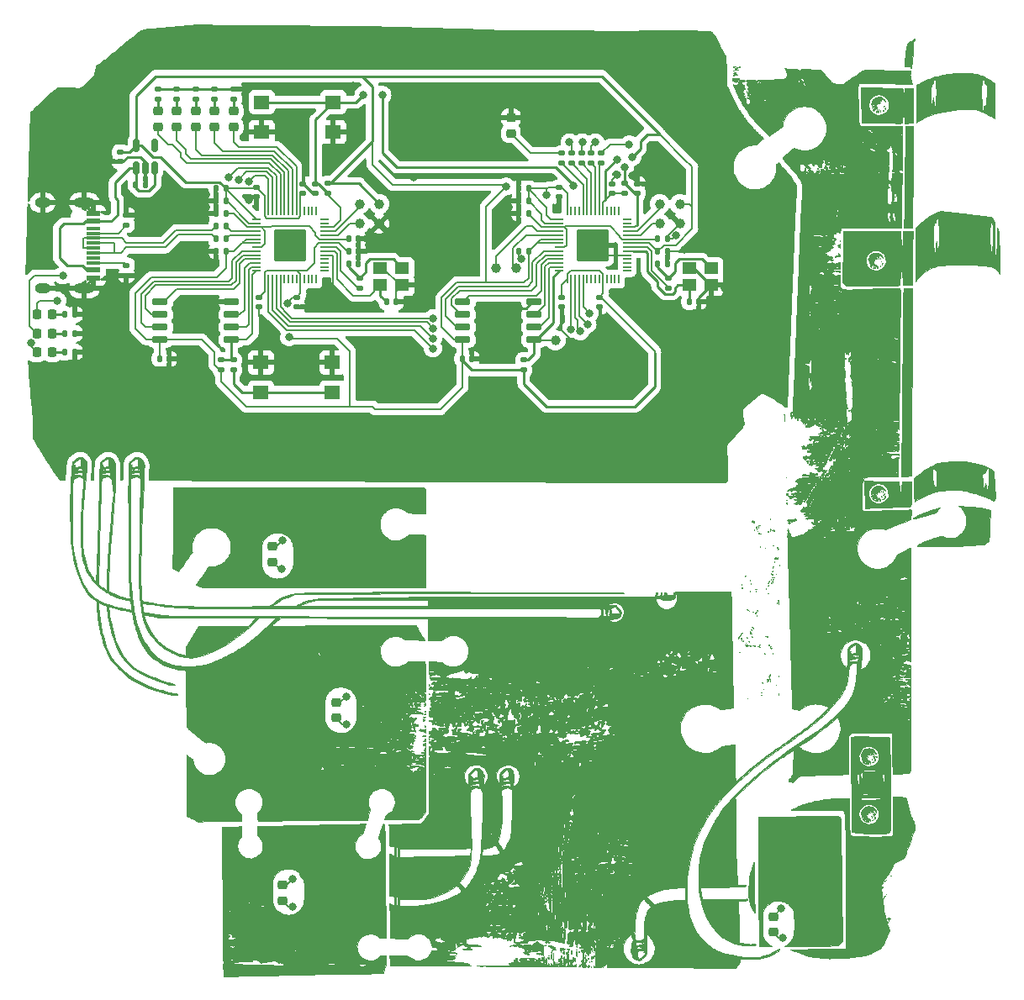
<source format=gbr>
%TF.GenerationSoftware,KiCad,Pcbnew,(6.0.4-0)*%
%TF.CreationDate,2022-08-06T01:04:29+02:00*%
%TF.ProjectId,enisadev,656e6973-6164-4657-962e-6b696361645f,rev?*%
%TF.SameCoordinates,PXb71b00PYb71b00*%
%TF.FileFunction,Copper,L1,Top*%
%TF.FilePolarity,Positive*%
%FSLAX46Y46*%
G04 Gerber Fmt 4.6, Leading zero omitted, Abs format (unit mm)*
G04 Created by KiCad (PCBNEW (6.0.4-0)) date 2022-08-06 01:04:29*
%MOMM*%
%LPD*%
G01*
G04 APERTURE LIST*
G04 Aperture macros list*
%AMRoundRect*
0 Rectangle with rounded corners*
0 $1 Rounding radius*
0 $2 $3 $4 $5 $6 $7 $8 $9 X,Y pos of 4 corners*
0 Add a 4 corners polygon primitive as box body*
4,1,4,$2,$3,$4,$5,$6,$7,$8,$9,$2,$3,0*
0 Add four circle primitives for the rounded corners*
1,1,$1+$1,$2,$3*
1,1,$1+$1,$4,$5*
1,1,$1+$1,$6,$7*
1,1,$1+$1,$8,$9*
0 Add four rect primitives between the rounded corners*
20,1,$1+$1,$2,$3,$4,$5,0*
20,1,$1+$1,$4,$5,$6,$7,0*
20,1,$1+$1,$6,$7,$8,$9,0*
20,1,$1+$1,$8,$9,$2,$3,0*%
G04 Aperture macros list end*
%TA.AperFunction,EtchedComponent*%
%ADD10C,0.010000*%
%TD*%
%TA.AperFunction,SMDPad,CuDef*%
%ADD11R,1.450000X0.600000*%
%TD*%
%TA.AperFunction,SMDPad,CuDef*%
%ADD12R,1.450000X0.300000*%
%TD*%
%TA.AperFunction,ComponentPad*%
%ADD13O,2.100000X1.000000*%
%TD*%
%TA.AperFunction,ComponentPad*%
%ADD14O,1.600000X1.000000*%
%TD*%
%TA.AperFunction,SMDPad,CuDef*%
%ADD15RoundRect,0.218750X0.218750X0.256250X-0.218750X0.256250X-0.218750X-0.256250X0.218750X-0.256250X0*%
%TD*%
%TA.AperFunction,SMDPad,CuDef*%
%ADD16C,1.000000*%
%TD*%
%TA.AperFunction,SMDPad,CuDef*%
%ADD17RoundRect,0.135000X-0.185000X0.135000X-0.185000X-0.135000X0.185000X-0.135000X0.185000X0.135000X0*%
%TD*%
%TA.AperFunction,SMDPad,CuDef*%
%ADD18RoundRect,0.140000X-0.140000X-0.170000X0.140000X-0.170000X0.140000X0.170000X-0.140000X0.170000X0*%
%TD*%
%TA.AperFunction,SMDPad,CuDef*%
%ADD19RoundRect,0.140000X-0.170000X0.140000X-0.170000X-0.140000X0.170000X-0.140000X0.170000X0.140000X0*%
%TD*%
%TA.AperFunction,SMDPad,CuDef*%
%ADD20RoundRect,0.140000X0.140000X0.170000X-0.140000X0.170000X-0.140000X-0.170000X0.140000X-0.170000X0*%
%TD*%
%TA.AperFunction,SMDPad,CuDef*%
%ADD21RoundRect,0.135000X0.185000X-0.135000X0.185000X0.135000X-0.185000X0.135000X-0.185000X-0.135000X0*%
%TD*%
%TA.AperFunction,SMDPad,CuDef*%
%ADD22RoundRect,0.218750X-0.256250X0.218750X-0.256250X-0.218750X0.256250X-0.218750X0.256250X0.218750X0*%
%TD*%
%TA.AperFunction,SMDPad,CuDef*%
%ADD23RoundRect,0.135000X0.135000X0.185000X-0.135000X0.185000X-0.135000X-0.185000X0.135000X-0.185000X0*%
%TD*%
%TA.AperFunction,SMDPad,CuDef*%
%ADD24R,1.600000X1.400000*%
%TD*%
%TA.AperFunction,SMDPad,CuDef*%
%ADD25RoundRect,0.150000X0.650000X0.150000X-0.650000X0.150000X-0.650000X-0.150000X0.650000X-0.150000X0*%
%TD*%
%TA.AperFunction,SMDPad,CuDef*%
%ADD26RoundRect,0.140000X0.170000X-0.140000X0.170000X0.140000X-0.170000X0.140000X-0.170000X-0.140000X0*%
%TD*%
%TA.AperFunction,SMDPad,CuDef*%
%ADD27RoundRect,0.050000X0.050000X-0.387500X0.050000X0.387500X-0.050000X0.387500X-0.050000X-0.387500X0*%
%TD*%
%TA.AperFunction,SMDPad,CuDef*%
%ADD28RoundRect,0.050000X0.387500X-0.050000X0.387500X0.050000X-0.387500X0.050000X-0.387500X-0.050000X0*%
%TD*%
%TA.AperFunction,ComponentPad*%
%ADD29C,0.600000*%
%TD*%
%TA.AperFunction,SMDPad,CuDef*%
%ADD30RoundRect,0.144000X1.456000X-1.456000X1.456000X1.456000X-1.456000X1.456000X-1.456000X-1.456000X0*%
%TD*%
%TA.AperFunction,SMDPad,CuDef*%
%ADD31R,1.400000X1.200000*%
%TD*%
%TA.AperFunction,SMDPad,CuDef*%
%ADD32RoundRect,0.150000X0.150000X-0.512500X0.150000X0.512500X-0.150000X0.512500X-0.150000X-0.512500X0*%
%TD*%
%TA.AperFunction,ViaPad*%
%ADD33C,0.800000*%
%TD*%
%TA.AperFunction,Conductor*%
%ADD34C,0.200000*%
%TD*%
%TA.AperFunction,Conductor*%
%ADD35C,0.250000*%
%TD*%
G04 APERTURE END LIST*
%TO.C,G\u002A\u002A\u002A*%
G36*
X60319956Y-97609340D02*
G01*
X60356334Y-97673252D01*
X60358341Y-97724245D01*
X60326824Y-97756566D01*
X60297208Y-97764114D01*
X60255603Y-97763715D01*
X60241575Y-97740803D01*
X60241109Y-97711197D01*
X60248147Y-97645455D01*
X60257624Y-97599997D01*
X60272030Y-97548412D01*
X60319956Y-97609340D01*
G37*
D10*
X60319956Y-97609340D02*
X60356334Y-97673252D01*
X60358341Y-97724245D01*
X60326824Y-97756566D01*
X60297208Y-97764114D01*
X60255603Y-97763715D01*
X60241575Y-97740803D01*
X60241109Y-97711197D01*
X60248147Y-97645455D01*
X60257624Y-97599997D01*
X60272030Y-97548412D01*
X60319956Y-97609340D01*
G36*
X80030001Y-42118814D02*
G01*
X80049305Y-42168801D01*
X80061860Y-42238447D01*
X80066856Y-42316569D01*
X80063479Y-42391986D01*
X80050918Y-42453516D01*
X80032820Y-42486145D01*
X80020423Y-42487706D01*
X80012808Y-42459194D01*
X80009212Y-42395943D01*
X80008666Y-42338464D01*
X80007145Y-42253631D01*
X80003110Y-42182706D01*
X79997356Y-42138386D01*
X79995818Y-42133147D01*
X79995119Y-42104881D01*
X80004760Y-42099666D01*
X80030001Y-42118814D01*
G37*
X80030001Y-42118814D02*
X80049305Y-42168801D01*
X80061860Y-42238447D01*
X80066856Y-42316569D01*
X80063479Y-42391986D01*
X80050918Y-42453516D01*
X80032820Y-42486145D01*
X80020423Y-42487706D01*
X80012808Y-42459194D01*
X80009212Y-42395943D01*
X80008666Y-42338464D01*
X80007145Y-42253631D01*
X80003110Y-42182706D01*
X79997356Y-42138386D01*
X79995818Y-42133147D01*
X79995119Y-42104881D01*
X80004760Y-42099666D01*
X80030001Y-42118814D01*
G36*
X94178612Y-47673967D02*
G01*
X94340599Y-47570395D01*
X94507557Y-47474086D01*
X94686295Y-47380340D01*
X94772416Y-47337722D01*
X95027855Y-47218615D01*
X95259959Y-47122241D01*
X95478442Y-47044873D01*
X95693018Y-46982788D01*
X95707949Y-46978968D01*
X95833038Y-46952577D01*
X95994076Y-46927093D01*
X96184679Y-46903108D01*
X96398465Y-46881212D01*
X96629050Y-46861997D01*
X96870050Y-46846054D01*
X97115084Y-46833974D01*
X97354750Y-46826416D01*
X97529453Y-46823135D01*
X97671829Y-46822097D01*
X97791845Y-46823703D01*
X97899466Y-46828354D01*
X98004658Y-46836452D01*
X98117387Y-46848398D01*
X98222583Y-46861365D01*
X98648996Y-46922814D01*
X99048410Y-46994168D01*
X99419004Y-47074835D01*
X99758955Y-47164223D01*
X100066441Y-47261740D01*
X100339640Y-47366795D01*
X100576730Y-47478796D01*
X100775888Y-47597150D01*
X100935293Y-47721266D01*
X100968958Y-47753364D01*
X101090666Y-47874780D01*
X101090666Y-48043542D01*
X101093148Y-48137751D01*
X101101156Y-48195235D01*
X101115536Y-48221344D01*
X101119041Y-48223192D01*
X101132202Y-48241241D01*
X101142859Y-48287129D01*
X101151649Y-48365303D01*
X101159210Y-48480210D01*
X101161045Y-48516498D01*
X101166092Y-48611269D01*
X101173440Y-48735769D01*
X101182688Y-48884210D01*
X101193435Y-49050806D01*
X101205282Y-49229768D01*
X101217826Y-49415310D01*
X101230669Y-49601644D01*
X101243410Y-49782983D01*
X101255647Y-49953539D01*
X101266980Y-50107526D01*
X101277010Y-50239155D01*
X101285334Y-50342639D01*
X101291553Y-50412191D01*
X101293508Y-50430454D01*
X101298817Y-50492203D01*
X101292792Y-50535762D01*
X101269747Y-50577330D01*
X101223993Y-50633104D01*
X101221222Y-50636308D01*
X101169445Y-50697585D01*
X101124763Y-50752961D01*
X101103428Y-50781313D01*
X101077020Y-50812899D01*
X101054342Y-50811266D01*
X101031404Y-50792418D01*
X100992845Y-50764963D01*
X100969596Y-50756833D01*
X100942407Y-50744213D01*
X100894596Y-50711442D01*
X100847298Y-50674354D01*
X100758012Y-50614071D01*
X100657850Y-50566344D01*
X100628035Y-50556194D01*
X100568836Y-50536472D01*
X100479597Y-50504166D01*
X100369464Y-50462707D01*
X100247583Y-50415528D01*
X100148750Y-50376366D01*
X99705764Y-50210371D01*
X99244685Y-50059074D01*
X98779302Y-49926540D01*
X98323404Y-49816831D01*
X98085000Y-49768316D01*
X97993128Y-49755871D01*
X97865471Y-49745726D01*
X97708514Y-49737877D01*
X97528744Y-49732321D01*
X97332644Y-49729054D01*
X97126702Y-49728074D01*
X96917402Y-49729376D01*
X96711229Y-49732958D01*
X96514670Y-49738817D01*
X96334210Y-49746948D01*
X96176335Y-49757349D01*
X96053000Y-49769351D01*
X95670498Y-49824342D01*
X95312006Y-49895696D01*
X94961073Y-49987314D01*
X94601253Y-50103094D01*
X94513186Y-50134390D01*
X94330537Y-50203159D01*
X94161529Y-50273393D01*
X93998690Y-50349012D01*
X93834552Y-50433939D01*
X93661642Y-50532093D01*
X93472490Y-50647398D01*
X93259627Y-50783773D01*
X93193346Y-50827197D01*
X93138275Y-50863423D01*
X93124554Y-50701101D01*
X93121739Y-50646570D01*
X93119119Y-50554780D01*
X93116753Y-50430805D01*
X93114702Y-50279717D01*
X93113025Y-50106591D01*
X93111783Y-49916501D01*
X93111035Y-49714521D01*
X93110833Y-49541671D01*
X93110833Y-48544562D01*
X93444208Y-48254932D01*
X93654395Y-48075286D01*
X93842319Y-47921711D01*
X93892094Y-47883556D01*
X94910000Y-47883556D01*
X94916648Y-48160838D01*
X94935942Y-48426985D01*
X94966905Y-48672487D01*
X95008560Y-48887834D01*
X95016436Y-48919977D01*
X95041261Y-49023122D01*
X95061465Y-49117040D01*
X95074872Y-49190927D01*
X95079333Y-49232186D01*
X95088106Y-49281668D01*
X95108785Y-49296333D01*
X95136624Y-49316625D01*
X95168689Y-49374876D01*
X95203135Y-49467150D01*
X95227902Y-49550699D01*
X95244235Y-49605572D01*
X95255549Y-49624100D01*
X95266365Y-49611184D01*
X95271633Y-49598126D01*
X95283346Y-49556083D01*
X95299077Y-49485133D01*
X95316044Y-49398154D01*
X95321938Y-49365292D01*
X95332160Y-49294492D01*
X95340194Y-49208849D01*
X95346232Y-49103328D01*
X95350468Y-48972891D01*
X95353093Y-48812504D01*
X95354300Y-48617130D01*
X95354432Y-48515121D01*
X95354456Y-48280333D01*
X99971064Y-48280333D01*
X99972715Y-48463371D01*
X99978159Y-48649622D01*
X99986888Y-48832021D01*
X99998396Y-49003505D01*
X100012175Y-49157011D01*
X100027719Y-49285474D01*
X100044522Y-49381831D01*
X100052313Y-49412682D01*
X100074157Y-49494772D01*
X100089778Y-49568275D01*
X100095832Y-49617428D01*
X100095833Y-49617808D01*
X100100493Y-49669839D01*
X100112599Y-49683239D01*
X100129335Y-49660451D01*
X100147888Y-49603915D01*
X100156716Y-49564995D01*
X100178586Y-49468583D01*
X100206308Y-49361584D01*
X100224200Y-49299395D01*
X100246588Y-49213344D01*
X100262467Y-49128736D01*
X100267641Y-49077145D01*
X100269413Y-49030044D01*
X100272317Y-49017535D01*
X100278118Y-49042036D01*
X100288558Y-49105833D01*
X100321977Y-49315073D01*
X100349582Y-49484083D01*
X100371663Y-49614526D01*
X100388507Y-49708061D01*
X100400403Y-49766351D01*
X100407641Y-49791057D01*
X100407713Y-49791176D01*
X100419187Y-49798587D01*
X100432351Y-49782328D01*
X100448514Y-49738439D01*
X100468986Y-49662958D01*
X100495077Y-49551924D01*
X100511863Y-49476250D01*
X100572083Y-49201083D01*
X100572083Y-47564060D01*
X100520768Y-47509446D01*
X100470301Y-47464535D01*
X100436993Y-47457648D01*
X100418715Y-47489761D01*
X100413333Y-47558746D01*
X100394204Y-47664782D01*
X100340580Y-47775965D01*
X100258109Y-47883994D01*
X100152437Y-47980570D01*
X100102448Y-48015750D01*
X99971480Y-48100416D01*
X99971064Y-48280333D01*
X95354456Y-48280333D01*
X95354500Y-47850327D01*
X95266248Y-47735936D01*
X95191220Y-47651222D01*
X95118181Y-47591589D01*
X95054373Y-47562578D01*
X95037089Y-47560666D01*
X95007603Y-47574462D01*
X94966535Y-47608127D01*
X94961954Y-47612621D01*
X94938454Y-47639084D01*
X94923346Y-47668244D01*
X94914794Y-47709681D01*
X94910960Y-47772978D01*
X94910008Y-47867716D01*
X94910000Y-47883556D01*
X93892094Y-47883556D01*
X94014788Y-47789506D01*
X94178612Y-47673967D01*
G37*
X94178612Y-47673967D02*
X94340599Y-47570395D01*
X94507557Y-47474086D01*
X94686295Y-47380340D01*
X94772416Y-47337722D01*
X95027855Y-47218615D01*
X95259959Y-47122241D01*
X95478442Y-47044873D01*
X95693018Y-46982788D01*
X95707949Y-46978968D01*
X95833038Y-46952577D01*
X95994076Y-46927093D01*
X96184679Y-46903108D01*
X96398465Y-46881212D01*
X96629050Y-46861997D01*
X96870050Y-46846054D01*
X97115084Y-46833974D01*
X97354750Y-46826416D01*
X97529453Y-46823135D01*
X97671829Y-46822097D01*
X97791845Y-46823703D01*
X97899466Y-46828354D01*
X98004658Y-46836452D01*
X98117387Y-46848398D01*
X98222583Y-46861365D01*
X98648996Y-46922814D01*
X99048410Y-46994168D01*
X99419004Y-47074835D01*
X99758955Y-47164223D01*
X100066441Y-47261740D01*
X100339640Y-47366795D01*
X100576730Y-47478796D01*
X100775888Y-47597150D01*
X100935293Y-47721266D01*
X100968958Y-47753364D01*
X101090666Y-47874780D01*
X101090666Y-48043542D01*
X101093148Y-48137751D01*
X101101156Y-48195235D01*
X101115536Y-48221344D01*
X101119041Y-48223192D01*
X101132202Y-48241241D01*
X101142859Y-48287129D01*
X101151649Y-48365303D01*
X101159210Y-48480210D01*
X101161045Y-48516498D01*
X101166092Y-48611269D01*
X101173440Y-48735769D01*
X101182688Y-48884210D01*
X101193435Y-49050806D01*
X101205282Y-49229768D01*
X101217826Y-49415310D01*
X101230669Y-49601644D01*
X101243410Y-49782983D01*
X101255647Y-49953539D01*
X101266980Y-50107526D01*
X101277010Y-50239155D01*
X101285334Y-50342639D01*
X101291553Y-50412191D01*
X101293508Y-50430454D01*
X101298817Y-50492203D01*
X101292792Y-50535762D01*
X101269747Y-50577330D01*
X101223993Y-50633104D01*
X101221222Y-50636308D01*
X101169445Y-50697585D01*
X101124763Y-50752961D01*
X101103428Y-50781313D01*
X101077020Y-50812899D01*
X101054342Y-50811266D01*
X101031404Y-50792418D01*
X100992845Y-50764963D01*
X100969596Y-50756833D01*
X100942407Y-50744213D01*
X100894596Y-50711442D01*
X100847298Y-50674354D01*
X100758012Y-50614071D01*
X100657850Y-50566344D01*
X100628035Y-50556194D01*
X100568836Y-50536472D01*
X100479597Y-50504166D01*
X100369464Y-50462707D01*
X100247583Y-50415528D01*
X100148750Y-50376366D01*
X99705764Y-50210371D01*
X99244685Y-50059074D01*
X98779302Y-49926540D01*
X98323404Y-49816831D01*
X98085000Y-49768316D01*
X97993128Y-49755871D01*
X97865471Y-49745726D01*
X97708514Y-49737877D01*
X97528744Y-49732321D01*
X97332644Y-49729054D01*
X97126702Y-49728074D01*
X96917402Y-49729376D01*
X96711229Y-49732958D01*
X96514670Y-49738817D01*
X96334210Y-49746948D01*
X96176335Y-49757349D01*
X96053000Y-49769351D01*
X95670498Y-49824342D01*
X95312006Y-49895696D01*
X94961073Y-49987314D01*
X94601253Y-50103094D01*
X94513186Y-50134390D01*
X94330537Y-50203159D01*
X94161529Y-50273393D01*
X93998690Y-50349012D01*
X93834552Y-50433939D01*
X93661642Y-50532093D01*
X93472490Y-50647398D01*
X93259627Y-50783773D01*
X93193346Y-50827197D01*
X93138275Y-50863423D01*
X93124554Y-50701101D01*
X93121739Y-50646570D01*
X93119119Y-50554780D01*
X93116753Y-50430805D01*
X93114702Y-50279717D01*
X93113025Y-50106591D01*
X93111783Y-49916501D01*
X93111035Y-49714521D01*
X93110833Y-49541671D01*
X93110833Y-48544562D01*
X93444208Y-48254932D01*
X93654395Y-48075286D01*
X93842319Y-47921711D01*
X93892094Y-47883556D01*
X94910000Y-47883556D01*
X94916648Y-48160838D01*
X94935942Y-48426985D01*
X94966905Y-48672487D01*
X95008560Y-48887834D01*
X95016436Y-48919977D01*
X95041261Y-49023122D01*
X95061465Y-49117040D01*
X95074872Y-49190927D01*
X95079333Y-49232186D01*
X95088106Y-49281668D01*
X95108785Y-49296333D01*
X95136624Y-49316625D01*
X95168689Y-49374876D01*
X95203135Y-49467150D01*
X95227902Y-49550699D01*
X95244235Y-49605572D01*
X95255549Y-49624100D01*
X95266365Y-49611184D01*
X95271633Y-49598126D01*
X95283346Y-49556083D01*
X95299077Y-49485133D01*
X95316044Y-49398154D01*
X95321938Y-49365292D01*
X95332160Y-49294492D01*
X95340194Y-49208849D01*
X95346232Y-49103328D01*
X95350468Y-48972891D01*
X95353093Y-48812504D01*
X95354300Y-48617130D01*
X95354432Y-48515121D01*
X95354456Y-48280333D01*
X99971064Y-48280333D01*
X99972715Y-48463371D01*
X99978159Y-48649622D01*
X99986888Y-48832021D01*
X99998396Y-49003505D01*
X100012175Y-49157011D01*
X100027719Y-49285474D01*
X100044522Y-49381831D01*
X100052313Y-49412682D01*
X100074157Y-49494772D01*
X100089778Y-49568275D01*
X100095832Y-49617428D01*
X100095833Y-49617808D01*
X100100493Y-49669839D01*
X100112599Y-49683239D01*
X100129335Y-49660451D01*
X100147888Y-49603915D01*
X100156716Y-49564995D01*
X100178586Y-49468583D01*
X100206308Y-49361584D01*
X100224200Y-49299395D01*
X100246588Y-49213344D01*
X100262467Y-49128736D01*
X100267641Y-49077145D01*
X100269413Y-49030044D01*
X100272317Y-49017535D01*
X100278118Y-49042036D01*
X100288558Y-49105833D01*
X100321977Y-49315073D01*
X100349582Y-49484083D01*
X100371663Y-49614526D01*
X100388507Y-49708061D01*
X100400403Y-49766351D01*
X100407641Y-49791057D01*
X100407713Y-49791176D01*
X100419187Y-49798587D01*
X100432351Y-49782328D01*
X100448514Y-49738439D01*
X100468986Y-49662958D01*
X100495077Y-49551924D01*
X100511863Y-49476250D01*
X100572083Y-49201083D01*
X100572083Y-47564060D01*
X100520768Y-47509446D01*
X100470301Y-47464535D01*
X100436993Y-47457648D01*
X100418715Y-47489761D01*
X100413333Y-47558746D01*
X100394204Y-47664782D01*
X100340580Y-47775965D01*
X100258109Y-47883994D01*
X100152437Y-47980570D01*
X100102448Y-48015750D01*
X99971480Y-48100416D01*
X99971064Y-48280333D01*
X95354456Y-48280333D01*
X95354500Y-47850327D01*
X95266248Y-47735936D01*
X95191220Y-47651222D01*
X95118181Y-47591589D01*
X95054373Y-47562578D01*
X95037089Y-47560666D01*
X95007603Y-47574462D01*
X94966535Y-47608127D01*
X94961954Y-47612621D01*
X94938454Y-47639084D01*
X94923346Y-47668244D01*
X94914794Y-47709681D01*
X94910960Y-47772978D01*
X94910008Y-47867716D01*
X94910000Y-47883556D01*
X93892094Y-47883556D01*
X94014788Y-47789506D01*
X94178612Y-47673967D01*
G36*
X61170333Y-84358916D02*
G01*
X61159750Y-84369500D01*
X61149166Y-84358916D01*
X61159750Y-84348333D01*
X61170333Y-84358916D01*
G37*
X61170333Y-84358916D02*
X61159750Y-84369500D01*
X61149166Y-84358916D01*
X61159750Y-84348333D01*
X61170333Y-84358916D01*
G36*
X78520039Y-58891983D02*
G01*
X78525313Y-58921287D01*
X78506602Y-58953730D01*
X78475488Y-58969490D01*
X78474747Y-58969500D01*
X78446098Y-58963045D01*
X78442333Y-58957404D01*
X78455677Y-58932316D01*
X78484525Y-58905313D01*
X78512100Y-58890519D01*
X78520039Y-58891983D01*
G37*
X78520039Y-58891983D02*
X78525313Y-58921287D01*
X78506602Y-58953730D01*
X78475488Y-58969490D01*
X78474747Y-58969500D01*
X78446098Y-58963045D01*
X78442333Y-58957404D01*
X78455677Y-58932316D01*
X78484525Y-58905313D01*
X78512100Y-58890519D01*
X78520039Y-58891983D01*
G36*
X97577000Y-51317750D02*
G01*
X97566416Y-51328333D01*
X97555833Y-51317750D01*
X97566416Y-51307166D01*
X97577000Y-51317750D01*
G37*
X97577000Y-51317750D02*
X97566416Y-51328333D01*
X97555833Y-51317750D01*
X97566416Y-51307166D01*
X97577000Y-51317750D01*
G36*
X77913166Y-69775083D02*
G01*
X77902583Y-69785666D01*
X77892000Y-69775083D01*
X77902583Y-69764500D01*
X77913166Y-69775083D01*
G37*
X77913166Y-69775083D02*
X77902583Y-69785666D01*
X77892000Y-69775083D01*
X77902583Y-69764500D01*
X77913166Y-69775083D01*
G36*
X56294944Y-96610888D02*
G01*
X56297477Y-96636008D01*
X56294944Y-96639111D01*
X56282360Y-96636205D01*
X56280833Y-96625000D01*
X56288577Y-96607577D01*
X56294944Y-96610888D01*
G37*
X56294944Y-96610888D02*
X56297477Y-96636008D01*
X56294944Y-96639111D01*
X56282360Y-96636205D01*
X56280833Y-96625000D01*
X56288577Y-96607577D01*
X56294944Y-96610888D01*
G36*
X76812500Y-64504583D02*
G01*
X76801916Y-64515166D01*
X76791333Y-64504583D01*
X76801916Y-64494000D01*
X76812500Y-64504583D01*
G37*
X76812500Y-64504583D02*
X76801916Y-64515166D01*
X76791333Y-64504583D01*
X76801916Y-64494000D01*
X76812500Y-64504583D01*
G36*
X89240432Y-26999165D02*
G01*
X89251419Y-27027760D01*
X89250809Y-27083116D01*
X89240449Y-27151852D01*
X89222185Y-27220587D01*
X89203685Y-27265503D01*
X89171806Y-27316225D01*
X89146311Y-27337310D01*
X89132552Y-27325237D01*
X89131500Y-27312989D01*
X89137635Y-27264635D01*
X89153497Y-27200016D01*
X89175271Y-27130123D01*
X89199142Y-27065949D01*
X89221295Y-27018482D01*
X89237914Y-26998715D01*
X89240432Y-26999165D01*
G37*
X89240432Y-26999165D02*
X89251419Y-27027760D01*
X89250809Y-27083116D01*
X89240449Y-27151852D01*
X89222185Y-27220587D01*
X89203685Y-27265503D01*
X89171806Y-27316225D01*
X89146311Y-27337310D01*
X89132552Y-27325237D01*
X89131500Y-27312989D01*
X89137635Y-27264635D01*
X89153497Y-27200016D01*
X89175271Y-27130123D01*
X89199142Y-27065949D01*
X89221295Y-27018482D01*
X89237914Y-26998715D01*
X89240432Y-26999165D01*
G36*
X89314454Y-76539888D02*
G01*
X89315501Y-76543527D01*
X89318600Y-76589635D01*
X89314717Y-76607027D01*
X89307768Y-76607731D01*
X89304930Y-76574595D01*
X89304959Y-76569583D01*
X89308011Y-76536754D01*
X89314454Y-76539888D01*
G37*
X89314454Y-76539888D02*
X89315501Y-76543527D01*
X89318600Y-76589635D01*
X89314717Y-76607027D01*
X89307768Y-76607731D01*
X89304930Y-76574595D01*
X89304959Y-76569583D01*
X89308011Y-76536754D01*
X89314454Y-76539888D01*
G36*
X75112090Y-7057267D02*
G01*
X75093583Y-7060405D01*
X75066250Y-7062865D01*
X74966128Y-7083995D01*
X74910774Y-7117801D01*
X74861132Y-7164083D01*
X74868441Y-7111166D01*
X74874883Y-7083433D01*
X74891079Y-7067402D01*
X74926722Y-7059649D01*
X74991507Y-7056747D01*
X75023916Y-7056230D01*
X75088982Y-7055893D01*
X75112090Y-7057267D01*
G37*
X75112090Y-7057267D02*
X75093583Y-7060405D01*
X75066250Y-7062865D01*
X74966128Y-7083995D01*
X74910774Y-7117801D01*
X74861132Y-7164083D01*
X74868441Y-7111166D01*
X74874883Y-7083433D01*
X74891079Y-7067402D01*
X74926722Y-7059649D01*
X74991507Y-7056747D01*
X75023916Y-7056230D01*
X75088982Y-7055893D01*
X75112090Y-7057267D01*
G36*
X89647660Y-50604295D02*
G01*
X89664277Y-50662211D01*
X89671217Y-50696200D01*
X89674617Y-50752324D01*
X89663494Y-50787171D01*
X89641751Y-50791988D01*
X89631868Y-50784480D01*
X89624224Y-50757140D01*
X89619627Y-50702244D01*
X89618976Y-50663347D01*
X89623115Y-50603671D01*
X89633308Y-50584385D01*
X89647660Y-50604295D01*
G37*
X89647660Y-50604295D02*
X89664277Y-50662211D01*
X89671217Y-50696200D01*
X89674617Y-50752324D01*
X89663494Y-50787171D01*
X89641751Y-50791988D01*
X89631868Y-50784480D01*
X89624224Y-50757140D01*
X89619627Y-50702244D01*
X89618976Y-50663347D01*
X89623115Y-50603671D01*
X89633308Y-50584385D01*
X89647660Y-50604295D01*
G36*
X79165076Y-56506238D02*
G01*
X79189060Y-56534770D01*
X79189833Y-56537374D01*
X79193157Y-56598350D01*
X79163760Y-56632566D01*
X79114933Y-56641166D01*
X79071260Y-56637039D01*
X79059408Y-56618297D01*
X79063992Y-56593541D01*
X79074396Y-56544321D01*
X79077044Y-56519458D01*
X79092573Y-56495962D01*
X79127415Y-56492429D01*
X79165076Y-56506238D01*
G37*
X79165076Y-56506238D02*
X79189060Y-56534770D01*
X79189833Y-56537374D01*
X79193157Y-56598350D01*
X79163760Y-56632566D01*
X79114933Y-56641166D01*
X79071260Y-56637039D01*
X79059408Y-56618297D01*
X79063992Y-56593541D01*
X79074396Y-56544321D01*
X79077044Y-56519458D01*
X79092573Y-56495962D01*
X79127415Y-56492429D01*
X79165076Y-56506238D01*
G36*
X56715576Y-97478568D02*
G01*
X56719801Y-97410203D01*
X56720177Y-97355250D01*
X56810000Y-97355250D01*
X56821429Y-97383417D01*
X56831166Y-97387000D01*
X56849945Y-97369855D01*
X56852333Y-97355250D01*
X56840903Y-97327082D01*
X56831166Y-97323500D01*
X56812388Y-97340644D01*
X56810000Y-97355250D01*
X56720177Y-97355250D01*
X56720445Y-97316094D01*
X56717884Y-97188985D01*
X56716673Y-97147419D01*
X56713412Y-96992242D01*
X56714549Y-96870285D01*
X56720476Y-96772624D01*
X56731584Y-96690337D01*
X56738203Y-96656750D01*
X56753787Y-96566923D01*
X56762799Y-96479234D01*
X56763478Y-96418625D01*
X56763409Y-96363820D01*
X56771134Y-96331949D01*
X56776037Y-96328666D01*
X56782762Y-96348772D01*
X56785059Y-96405302D01*
X56782897Y-96492579D01*
X56777443Y-96587958D01*
X56770150Y-96705825D01*
X56764198Y-96824647D01*
X56760282Y-96929069D01*
X56759081Y-96992598D01*
X56760439Y-97071999D01*
X56767477Y-97121341D01*
X56783606Y-97152839D01*
X56810744Y-97177576D01*
X56875805Y-97231450D01*
X56919903Y-97283121D01*
X56953108Y-97347460D01*
X56983237Y-97432309D01*
X57008945Y-97506897D01*
X57028192Y-97546790D01*
X57045024Y-97558297D01*
X57059509Y-97551276D01*
X57078334Y-97517698D01*
X57079951Y-97457021D01*
X57077041Y-97430251D01*
X57073912Y-97367036D01*
X57080053Y-97316805D01*
X57092937Y-97288730D01*
X57110039Y-97291981D01*
X57113710Y-97297145D01*
X57120634Y-97324331D01*
X57130440Y-97382121D01*
X57141608Y-97459011D01*
X57152617Y-97543503D01*
X57161948Y-97624094D01*
X57168078Y-97689283D01*
X57169659Y-97720375D01*
X57151238Y-97739695D01*
X57108314Y-97746833D01*
X57065561Y-97741939D01*
X57054711Y-97721751D01*
X57057866Y-97704500D01*
X57057382Y-97670588D01*
X57045302Y-97662166D01*
X57024348Y-97679270D01*
X57021666Y-97693916D01*
X57015528Y-97707150D01*
X56992937Y-97716217D01*
X56947625Y-97721841D01*
X56873326Y-97724746D01*
X56763773Y-97725656D01*
X56747023Y-97725666D01*
X56472381Y-97725666D01*
X56491011Y-97676664D01*
X56503991Y-97628876D01*
X56517804Y-97557364D01*
X56526123Y-97502039D01*
X56542603Y-97376416D01*
X56565176Y-97503170D01*
X56586961Y-97588055D01*
X56614043Y-97633525D01*
X56644746Y-97638755D01*
X56677395Y-97602919D01*
X56694874Y-97567090D01*
X56704300Y-97537988D01*
X56831166Y-97537988D01*
X56839029Y-97573997D01*
X56855602Y-97590282D01*
X56870148Y-97576970D01*
X56864356Y-97542148D01*
X56854714Y-97529081D01*
X56835218Y-97518840D01*
X56831166Y-97537988D01*
X56704300Y-97537988D01*
X56707392Y-97528445D01*
X56715576Y-97478568D01*
G37*
X56715576Y-97478568D02*
X56719801Y-97410203D01*
X56720177Y-97355250D01*
X56810000Y-97355250D01*
X56821429Y-97383417D01*
X56831166Y-97387000D01*
X56849945Y-97369855D01*
X56852333Y-97355250D01*
X56840903Y-97327082D01*
X56831166Y-97323500D01*
X56812388Y-97340644D01*
X56810000Y-97355250D01*
X56720177Y-97355250D01*
X56720445Y-97316094D01*
X56717884Y-97188985D01*
X56716673Y-97147419D01*
X56713412Y-96992242D01*
X56714549Y-96870285D01*
X56720476Y-96772624D01*
X56731584Y-96690337D01*
X56738203Y-96656750D01*
X56753787Y-96566923D01*
X56762799Y-96479234D01*
X56763478Y-96418625D01*
X56763409Y-96363820D01*
X56771134Y-96331949D01*
X56776037Y-96328666D01*
X56782762Y-96348772D01*
X56785059Y-96405302D01*
X56782897Y-96492579D01*
X56777443Y-96587958D01*
X56770150Y-96705825D01*
X56764198Y-96824647D01*
X56760282Y-96929069D01*
X56759081Y-96992598D01*
X56760439Y-97071999D01*
X56767477Y-97121341D01*
X56783606Y-97152839D01*
X56810744Y-97177576D01*
X56875805Y-97231450D01*
X56919903Y-97283121D01*
X56953108Y-97347460D01*
X56983237Y-97432309D01*
X57008945Y-97506897D01*
X57028192Y-97546790D01*
X57045024Y-97558297D01*
X57059509Y-97551276D01*
X57078334Y-97517698D01*
X57079951Y-97457021D01*
X57077041Y-97430251D01*
X57073912Y-97367036D01*
X57080053Y-97316805D01*
X57092937Y-97288730D01*
X57110039Y-97291981D01*
X57113710Y-97297145D01*
X57120634Y-97324331D01*
X57130440Y-97382121D01*
X57141608Y-97459011D01*
X57152617Y-97543503D01*
X57161948Y-97624094D01*
X57168078Y-97689283D01*
X57169659Y-97720375D01*
X57151238Y-97739695D01*
X57108314Y-97746833D01*
X57065561Y-97741939D01*
X57054711Y-97721751D01*
X57057866Y-97704500D01*
X57057382Y-97670588D01*
X57045302Y-97662166D01*
X57024348Y-97679270D01*
X57021666Y-97693916D01*
X57015528Y-97707150D01*
X56992937Y-97716217D01*
X56947625Y-97721841D01*
X56873326Y-97724746D01*
X56763773Y-97725656D01*
X56747023Y-97725666D01*
X56472381Y-97725666D01*
X56491011Y-97676664D01*
X56503991Y-97628876D01*
X56517804Y-97557364D01*
X56526123Y-97502039D01*
X56542603Y-97376416D01*
X56565176Y-97503170D01*
X56586961Y-97588055D01*
X56614043Y-97633525D01*
X56644746Y-97638755D01*
X56677395Y-97602919D01*
X56694874Y-97567090D01*
X56704300Y-97537988D01*
X56831166Y-97537988D01*
X56839029Y-97573997D01*
X56855602Y-97590282D01*
X56870148Y-97576970D01*
X56864356Y-97542148D01*
X56854714Y-97529081D01*
X56835218Y-97518840D01*
X56831166Y-97537988D01*
X56704300Y-97537988D01*
X56707392Y-97528445D01*
X56715576Y-97478568D01*
G36*
X76706666Y-63806083D02*
G01*
X76696083Y-63816666D01*
X76685500Y-63806083D01*
X76696083Y-63795500D01*
X76706666Y-63806083D01*
G37*
X76706666Y-63806083D02*
X76696083Y-63816666D01*
X76685500Y-63806083D01*
X76696083Y-63795500D01*
X76706666Y-63806083D01*
G36*
X59351339Y-96173372D02*
G01*
X59361402Y-96211901D01*
X59352765Y-96245703D01*
X59336994Y-96279205D01*
X59325260Y-96275425D01*
X59318105Y-96259875D01*
X59310956Y-96217784D01*
X59318997Y-96182156D01*
X59337011Y-96166574D01*
X59351339Y-96173372D01*
G37*
X59351339Y-96173372D02*
X59361402Y-96211901D01*
X59352765Y-96245703D01*
X59336994Y-96279205D01*
X59325260Y-96275425D01*
X59318105Y-96259875D01*
X59310956Y-96217784D01*
X59318997Y-96182156D01*
X59337011Y-96166574D01*
X59351339Y-96173372D01*
G36*
X90306100Y-88984075D02*
G01*
X90283461Y-89001622D01*
X90259199Y-89004566D01*
X90253333Y-88996681D01*
X90269936Y-88983087D01*
X90286182Y-88975757D01*
X90308032Y-88974277D01*
X90306100Y-88984075D01*
G37*
X90306100Y-88984075D02*
X90283461Y-89001622D01*
X90259199Y-89004566D01*
X90253333Y-88996681D01*
X90269936Y-88983087D01*
X90286182Y-88975757D01*
X90308032Y-88974277D01*
X90306100Y-88984075D01*
G36*
X75542500Y-64445531D02*
G01*
X75530420Y-64475729D01*
X75501097Y-64519724D01*
X75498630Y-64522895D01*
X75461800Y-64561870D01*
X75434315Y-64578261D01*
X75423768Y-64569898D01*
X75433961Y-64541388D01*
X75460319Y-64503679D01*
X75494081Y-64468293D01*
X75524702Y-64444540D01*
X75541639Y-64441734D01*
X75542500Y-64445531D01*
G37*
X75542500Y-64445531D02*
X75530420Y-64475729D01*
X75501097Y-64519724D01*
X75498630Y-64522895D01*
X75461800Y-64561870D01*
X75434315Y-64578261D01*
X75423768Y-64569898D01*
X75433961Y-64541388D01*
X75460319Y-64503679D01*
X75494081Y-64468293D01*
X75524702Y-64444540D01*
X75541639Y-64441734D01*
X75542500Y-64445531D01*
G36*
X90096650Y-50095452D02*
G01*
X90081773Y-50140288D01*
X90059465Y-50182932D01*
X90028890Y-50219207D01*
X89999479Y-50240976D01*
X89980666Y-50240103D01*
X89978166Y-50229660D01*
X89993673Y-50200522D01*
X90001048Y-50194856D01*
X90026706Y-50168374D01*
X90059670Y-50121949D01*
X90064469Y-50114232D01*
X90092897Y-50070839D01*
X90103449Y-50064316D01*
X90096650Y-50095452D01*
G37*
X90096650Y-50095452D02*
X90081773Y-50140288D01*
X90059465Y-50182932D01*
X90028890Y-50219207D01*
X89999479Y-50240976D01*
X89980666Y-50240103D01*
X89978166Y-50229660D01*
X89993673Y-50200522D01*
X90001048Y-50194856D01*
X90026706Y-50168374D01*
X90059670Y-50121949D01*
X90064469Y-50114232D01*
X90092897Y-50070839D01*
X90103449Y-50064316D01*
X90096650Y-50095452D01*
G36*
X79031729Y-56946062D02*
G01*
X79054452Y-56967374D01*
X79049791Y-56979627D01*
X79046832Y-56979833D01*
X79028929Y-56964799D01*
X79022395Y-56955396D01*
X79019900Y-56940911D01*
X79031729Y-56946062D01*
G37*
X79031729Y-56946062D02*
X79054452Y-56967374D01*
X79049791Y-56979627D01*
X79046832Y-56979833D01*
X79028929Y-56964799D01*
X79022395Y-56955396D01*
X79019900Y-56940911D01*
X79031729Y-56946062D01*
G36*
X80256438Y-51005541D02*
G01*
X80259939Y-51067220D01*
X80256438Y-51100791D01*
X80251203Y-51110822D01*
X80247882Y-51084228D01*
X80247265Y-51053166D01*
X80248916Y-51007386D01*
X80253137Y-50994819D01*
X80256438Y-51005541D01*
G37*
X80256438Y-51005541D02*
X80259939Y-51067220D01*
X80256438Y-51100791D01*
X80251203Y-51110822D01*
X80247882Y-51084228D01*
X80247265Y-51053166D01*
X80248916Y-51007386D01*
X80253137Y-50994819D01*
X80256438Y-51005541D01*
G36*
X78858611Y-57833555D02*
G01*
X78861144Y-57858675D01*
X78858611Y-57861777D01*
X78846027Y-57858872D01*
X78844500Y-57847666D01*
X78852244Y-57830244D01*
X78858611Y-57833555D01*
G37*
X78858611Y-57833555D02*
X78861144Y-57858675D01*
X78858611Y-57861777D01*
X78846027Y-57858872D01*
X78844500Y-57847666D01*
X78852244Y-57830244D01*
X78858611Y-57833555D01*
G36*
X76635284Y-64033871D02*
G01*
X76663577Y-64065967D01*
X76665037Y-64067719D01*
X76693151Y-64111248D01*
X76707239Y-64151591D01*
X76703158Y-64174898D01*
X76697595Y-64176500D01*
X76677313Y-64163417D01*
X76655261Y-64143238D01*
X76628106Y-64095596D01*
X76622704Y-64063863D01*
X76624684Y-64033445D01*
X76635284Y-64033871D01*
G37*
X76635284Y-64033871D02*
X76663577Y-64065967D01*
X76665037Y-64067719D01*
X76693151Y-64111248D01*
X76707239Y-64151591D01*
X76703158Y-64174898D01*
X76697595Y-64176500D01*
X76677313Y-64163417D01*
X76655261Y-64143238D01*
X76628106Y-64095596D01*
X76622704Y-64063863D01*
X76624684Y-64033445D01*
X76635284Y-64033871D01*
G36*
X89787666Y-50280583D02*
G01*
X89777083Y-50291166D01*
X89766500Y-50280583D01*
X89777083Y-50270000D01*
X89787666Y-50280583D01*
G37*
X89787666Y-50280583D02*
X89777083Y-50291166D01*
X89766500Y-50280583D01*
X89777083Y-50270000D01*
X89787666Y-50280583D01*
G36*
X77320500Y-53878916D02*
G01*
X77309916Y-53889500D01*
X77299333Y-53878916D01*
X77309916Y-53868333D01*
X77320500Y-53878916D01*
G37*
X77320500Y-53878916D02*
X77309916Y-53889500D01*
X77299333Y-53878916D01*
X77309916Y-53868333D01*
X77320500Y-53878916D01*
G36*
X63999611Y-85011555D02*
G01*
X63996705Y-85024139D01*
X63985500Y-85025666D01*
X63968077Y-85017922D01*
X63971388Y-85011555D01*
X63996508Y-85009022D01*
X63999611Y-85011555D01*
G37*
X63999611Y-85011555D02*
X63996705Y-85024139D01*
X63985500Y-85025666D01*
X63968077Y-85017922D01*
X63971388Y-85011555D01*
X63996508Y-85009022D01*
X63999611Y-85011555D01*
G36*
X60296789Y-96889114D02*
G01*
X60296112Y-96915608D01*
X60273221Y-96940448D01*
X60246047Y-96952133D01*
X60230888Y-96930725D01*
X60219550Y-96892905D01*
X60232863Y-96880229D01*
X60260166Y-96879000D01*
X60296789Y-96889114D01*
G37*
X60296789Y-96889114D02*
X60296112Y-96915608D01*
X60273221Y-96940448D01*
X60246047Y-96952133D01*
X60230888Y-96930725D01*
X60219550Y-96892905D01*
X60232863Y-96880229D01*
X60260166Y-96879000D01*
X60296789Y-96889114D01*
G36*
X90105151Y-11025056D02*
G01*
X90105166Y-11026255D01*
X90088618Y-11051051D01*
X90061231Y-11070190D01*
X90030617Y-11083865D01*
X90030554Y-11069963D01*
X90040809Y-11049768D01*
X90067918Y-11015777D01*
X90093390Y-11006069D01*
X90105151Y-11025056D01*
G37*
X90105151Y-11025056D02*
X90105166Y-11026255D01*
X90088618Y-11051051D01*
X90061231Y-11070190D01*
X90030617Y-11083865D01*
X90030554Y-11069963D01*
X90040809Y-11049768D01*
X90067918Y-11015777D01*
X90093390Y-11006069D01*
X90105151Y-11025056D01*
G36*
X77376626Y-65455604D02*
G01*
X77384000Y-65467666D01*
X77365848Y-65483443D01*
X77329834Y-65488833D01*
X77293821Y-65482114D01*
X77288750Y-65467666D01*
X77318604Y-65449885D01*
X77342915Y-65446500D01*
X77376626Y-65455604D01*
G37*
X77376626Y-65455604D02*
X77384000Y-65467666D01*
X77365848Y-65483443D01*
X77329834Y-65488833D01*
X77293821Y-65482114D01*
X77288750Y-65467666D01*
X77318604Y-65449885D01*
X77342915Y-65446500D01*
X77376626Y-65455604D01*
G36*
X77722666Y-70092583D02*
G01*
X77712083Y-70103166D01*
X77701500Y-70092583D01*
X77712083Y-70082000D01*
X77722666Y-70092583D01*
G37*
X77722666Y-70092583D02*
X77712083Y-70103166D01*
X77701500Y-70092583D01*
X77712083Y-70082000D01*
X77722666Y-70092583D01*
G36*
X78635030Y-65567230D02*
G01*
X78645449Y-65593754D01*
X78636140Y-65603206D01*
X78607469Y-65601334D01*
X78600426Y-65593603D01*
X78595489Y-65563554D01*
X78615965Y-65555461D01*
X78635030Y-65567230D01*
G37*
X78635030Y-65567230D02*
X78645449Y-65593754D01*
X78636140Y-65603206D01*
X78607469Y-65601334D01*
X78600426Y-65593603D01*
X78595489Y-65563554D01*
X78615965Y-65555461D01*
X78635030Y-65567230D01*
G36*
X57497833Y-95848553D02*
G01*
X57548233Y-95855500D01*
X57618414Y-95866504D01*
X57697458Y-95879726D01*
X57774445Y-95893326D01*
X57838457Y-95905464D01*
X57878573Y-95914300D01*
X57883851Y-95915867D01*
X57900330Y-95939663D01*
X57897737Y-95956730D01*
X57882298Y-95972212D01*
X57845455Y-95982943D01*
X57780422Y-95990065D01*
X57680410Y-95994724D01*
X57670552Y-95995029D01*
X57574654Y-95998223D01*
X57515966Y-96001676D01*
X57489376Y-96006687D01*
X57489773Y-96014553D01*
X57512045Y-96026572D01*
X57524375Y-96032138D01*
X57576021Y-96060860D01*
X57591060Y-96082835D01*
X57568227Y-96094684D01*
X57548241Y-96095833D01*
X57517807Y-96100711D01*
X57523996Y-96120544D01*
X57528440Y-96126106D01*
X57543313Y-96166100D01*
X57547592Y-96225614D01*
X57546907Y-96237231D01*
X57540250Y-96318083D01*
X57483409Y-96180500D01*
X57447299Y-96091902D01*
X57425933Y-96032472D01*
X57417778Y-95992297D01*
X57421302Y-95961465D01*
X57434974Y-95930064D01*
X57442514Y-95915916D01*
X57465906Y-95871916D01*
X57477832Y-95848295D01*
X57478134Y-95847504D01*
X57497833Y-95848553D01*
G37*
X57497833Y-95848553D02*
X57548233Y-95855500D01*
X57618414Y-95866504D01*
X57697458Y-95879726D01*
X57774445Y-95893326D01*
X57838457Y-95905464D01*
X57878573Y-95914300D01*
X57883851Y-95915867D01*
X57900330Y-95939663D01*
X57897737Y-95956730D01*
X57882298Y-95972212D01*
X57845455Y-95982943D01*
X57780422Y-95990065D01*
X57680410Y-95994724D01*
X57670552Y-95995029D01*
X57574654Y-95998223D01*
X57515966Y-96001676D01*
X57489376Y-96006687D01*
X57489773Y-96014553D01*
X57512045Y-96026572D01*
X57524375Y-96032138D01*
X57576021Y-96060860D01*
X57591060Y-96082835D01*
X57568227Y-96094684D01*
X57548241Y-96095833D01*
X57517807Y-96100711D01*
X57523996Y-96120544D01*
X57528440Y-96126106D01*
X57543313Y-96166100D01*
X57547592Y-96225614D01*
X57546907Y-96237231D01*
X57540250Y-96318083D01*
X57483409Y-96180500D01*
X57447299Y-96091902D01*
X57425933Y-96032472D01*
X57417778Y-95992297D01*
X57421302Y-95961465D01*
X57434974Y-95930064D01*
X57442514Y-95915916D01*
X57465906Y-95871916D01*
X57477832Y-95848295D01*
X57478134Y-95847504D01*
X57497833Y-95848553D01*
G36*
X58449528Y-97352935D02*
G01*
X58432756Y-97285775D01*
X58400645Y-97192991D01*
X58390208Y-97164750D01*
X58371767Y-97111613D01*
X58370912Y-97086119D01*
X58390211Y-97076333D01*
X58409862Y-97073385D01*
X58448834Y-97060116D01*
X58461000Y-97043646D01*
X58473671Y-97038101D01*
X58499708Y-97055636D01*
X58539231Y-97082905D01*
X58563519Y-97090666D01*
X58593607Y-97071917D01*
X58629138Y-97022295D01*
X58664310Y-96951741D01*
X58693322Y-96870196D01*
X58694391Y-96866421D01*
X58715189Y-96810821D01*
X58737767Y-96777457D01*
X58746855Y-96773166D01*
X58768405Y-96792347D01*
X58786529Y-96841943D01*
X58797726Y-96910038D01*
X58799666Y-96952874D01*
X58812514Y-97003151D01*
X58842000Y-97054109D01*
X58877679Y-97110374D01*
X58878762Y-97143975D01*
X58849067Y-97154166D01*
X58804998Y-97167779D01*
X58780275Y-97184934D01*
X58739281Y-97222424D01*
X58699125Y-97259017D01*
X58668172Y-97298247D01*
X58654044Y-97351778D01*
X58651500Y-97409376D01*
X58655473Y-97481940D01*
X58665812Y-97559169D01*
X58680146Y-97629611D01*
X58696105Y-97681812D01*
X58711316Y-97704321D01*
X58712599Y-97704500D01*
X58740326Y-97692632D01*
X58789719Y-97662268D01*
X58849317Y-97621265D01*
X58907654Y-97577479D01*
X58950171Y-97541665D01*
X59005427Y-97490571D01*
X59018730Y-97571077D01*
X59029987Y-97636678D01*
X59034942Y-97683606D01*
X59028038Y-97714970D01*
X59003716Y-97733878D01*
X58956419Y-97743438D01*
X58880589Y-97746757D01*
X58770666Y-97746943D01*
X58704416Y-97746833D01*
X58572222Y-97745506D01*
X58471287Y-97741673D01*
X58405077Y-97735559D01*
X58377054Y-97727387D01*
X58376333Y-97725666D01*
X58357940Y-97710804D01*
X58313623Y-97704501D01*
X58312833Y-97704500D01*
X58268247Y-97710631D01*
X58249338Y-97725403D01*
X58249333Y-97725666D01*
X58229776Y-97736575D01*
X58177403Y-97743687D01*
X58106458Y-97745723D01*
X58031611Y-97744675D01*
X57993197Y-97741397D01*
X57985316Y-97733466D01*
X58002068Y-97718461D01*
X58016181Y-97708681D01*
X58098805Y-97649056D01*
X58151787Y-97598804D01*
X58182246Y-97546298D01*
X58197297Y-97479910D01*
X58203341Y-97402904D01*
X58201423Y-97281314D01*
X58182747Y-97190111D01*
X58148484Y-97132540D01*
X58099808Y-97111850D01*
X58098188Y-97111833D01*
X58068858Y-97114695D01*
X58068059Y-97130964D01*
X58087910Y-97163640D01*
X58109625Y-97209025D01*
X58105288Y-97248704D01*
X58071003Y-97291085D01*
X58004691Y-97343273D01*
X57952042Y-97387101D01*
X57921184Y-97432917D01*
X57909700Y-97490856D01*
X57915175Y-97571053D01*
X57929913Y-97656875D01*
X57947315Y-97746833D01*
X57856157Y-97746833D01*
X57797248Y-97742317D01*
X57758134Y-97730984D01*
X57751916Y-97725666D01*
X57722061Y-97707885D01*
X57697750Y-97704500D01*
X57664039Y-97713604D01*
X57656666Y-97725666D01*
X57636542Y-97735499D01*
X57580237Y-97742608D01*
X57493849Y-97746384D01*
X57445000Y-97746833D01*
X57348236Y-97744852D01*
X57277187Y-97739348D01*
X57238483Y-97730975D01*
X57233333Y-97725916D01*
X57251020Y-97711551D01*
X57280958Y-97710041D01*
X57316540Y-97705676D01*
X57326769Y-97674328D01*
X57326634Y-97662166D01*
X57319060Y-97598823D01*
X57309142Y-97553742D01*
X57303644Y-97511630D01*
X57325930Y-97491192D01*
X57347748Y-97484643D01*
X57402749Y-97451091D01*
X57442430Y-97390160D01*
X57462845Y-97315250D01*
X57460046Y-97239758D01*
X57436127Y-97184676D01*
X57409567Y-97158107D01*
X57376374Y-97156614D01*
X57340877Y-97168208D01*
X57275666Y-97192822D01*
X57275666Y-97101142D01*
X57278334Y-97019470D01*
X57288833Y-96974635D01*
X57310906Y-96961337D01*
X57348295Y-96974279D01*
X57360513Y-96981016D01*
X57405734Y-97000758D01*
X57434490Y-97002137D01*
X57435738Y-97001149D01*
X57450491Y-96968391D01*
X57465342Y-96906905D01*
X57477835Y-96830222D01*
X57485513Y-96751871D01*
X57486735Y-96720250D01*
X57492240Y-96657927D01*
X57504277Y-96610962D01*
X57507531Y-96604674D01*
X57534234Y-96589773D01*
X57567244Y-96608871D01*
X57600572Y-96655460D01*
X57628224Y-96723034D01*
X57633236Y-96741195D01*
X57643723Y-96800514D01*
X57645463Y-96851143D01*
X57639864Y-96884717D01*
X57628329Y-96892871D01*
X57612265Y-96867239D01*
X57612119Y-96866869D01*
X57599626Y-96815004D01*
X57594654Y-96763641D01*
X57589273Y-96722843D01*
X57574587Y-96720264D01*
X57570162Y-96724203D01*
X57554301Y-96760767D01*
X57542446Y-96826330D01*
X57535189Y-96907695D01*
X57533124Y-96991666D01*
X57536843Y-97065045D01*
X57546940Y-97114636D01*
X57552190Y-97124052D01*
X57567999Y-97162261D01*
X57575246Y-97231589D01*
X57574649Y-97333423D01*
X57568599Y-97508445D01*
X57641590Y-97553556D01*
X57690024Y-97581953D01*
X57721552Y-97597603D01*
X57725662Y-97598666D01*
X57742216Y-97580182D01*
X57751152Y-97534462D01*
X57751322Y-97476109D01*
X57741578Y-97419723D01*
X57740097Y-97415005D01*
X57726882Y-97361681D01*
X57735351Y-97325323D01*
X57762505Y-97291744D01*
X57782374Y-97267741D01*
X57795274Y-97240499D01*
X57802332Y-97201391D01*
X57804676Y-97141788D01*
X57803434Y-97053063D01*
X57801721Y-96991732D01*
X57799304Y-96882702D01*
X57800142Y-96809552D01*
X57804806Y-96765916D01*
X57813870Y-96745426D01*
X57824214Y-96741416D01*
X57847660Y-96761591D01*
X57872897Y-96818615D01*
X57887751Y-96868133D01*
X57915426Y-96950938D01*
X57945669Y-96993325D01*
X57981687Y-96997205D01*
X58026689Y-96964491D01*
X58035042Y-96955876D01*
X58072652Y-96896597D01*
X58075208Y-96886492D01*
X58146273Y-96886492D01*
X58154019Y-96957620D01*
X58169671Y-96997949D01*
X58195843Y-97055389D01*
X58214657Y-96989788D01*
X58223901Y-96923990D01*
X58219363Y-96867975D01*
X58205331Y-96830448D01*
X58186077Y-96828902D01*
X58174377Y-96837390D01*
X58146273Y-96886492D01*
X58075208Y-96886492D01*
X58093712Y-96813346D01*
X58099026Y-96700615D01*
X58091209Y-96571494D01*
X58079096Y-96476319D01*
X58062672Y-96414843D01*
X58039509Y-96378472D01*
X58035682Y-96374972D01*
X58003956Y-96329297D01*
X57995333Y-96292212D01*
X58001174Y-96260430D01*
X58026595Y-96246728D01*
X58075954Y-96244000D01*
X58160510Y-96231699D01*
X58215810Y-96191989D01*
X58246152Y-96127583D01*
X58256779Y-96059594D01*
X58239064Y-96016154D01*
X58191261Y-95988039D01*
X58152541Y-95968717D01*
X58152860Y-95956397D01*
X58189355Y-95952033D01*
X58259166Y-95956579D01*
X58278723Y-95958870D01*
X58344364Y-95967916D01*
X58374286Y-95976487D01*
X58374839Y-95988824D01*
X58353124Y-96008564D01*
X58324447Y-96047963D01*
X58293611Y-96116117D01*
X58269035Y-96190947D01*
X58243149Y-96290758D01*
X58231231Y-96356725D01*
X58233107Y-96394905D01*
X58248602Y-96411354D01*
X58262621Y-96413333D01*
X58284355Y-96421259D01*
X58289371Y-96452027D01*
X58284492Y-96492708D01*
X58278169Y-96551732D01*
X58272397Y-96641061D01*
X58267315Y-96753064D01*
X58263063Y-96880109D01*
X58259779Y-97014564D01*
X58257602Y-97148799D01*
X58256671Y-97275182D01*
X58257126Y-97386081D01*
X58259106Y-97473866D01*
X58262749Y-97530904D01*
X58265307Y-97545750D01*
X58291978Y-97597724D01*
X58327218Y-97609692D01*
X58368087Y-97582386D01*
X58411643Y-97516537D01*
X58415836Y-97508261D01*
X58440265Y-97453419D01*
X58440992Y-97450371D01*
X58532712Y-97450371D01*
X58534621Y-97489009D01*
X58544441Y-97517956D01*
X58558997Y-97523590D01*
X58565370Y-97516366D01*
X58573750Y-97483636D01*
X58580641Y-97422502D01*
X58584225Y-97354820D01*
X58582960Y-97270207D01*
X58573559Y-97225168D01*
X58564048Y-97217666D01*
X58549292Y-97236947D01*
X58550222Y-97292920D01*
X58550977Y-97298821D01*
X58553170Y-97361195D01*
X58544522Y-97410016D01*
X58541890Y-97415665D01*
X58532712Y-97450371D01*
X58440992Y-97450371D01*
X58451763Y-97405230D01*
X58449528Y-97352935D01*
G37*
X58449528Y-97352935D02*
X58432756Y-97285775D01*
X58400645Y-97192991D01*
X58390208Y-97164750D01*
X58371767Y-97111613D01*
X58370912Y-97086119D01*
X58390211Y-97076333D01*
X58409862Y-97073385D01*
X58448834Y-97060116D01*
X58461000Y-97043646D01*
X58473671Y-97038101D01*
X58499708Y-97055636D01*
X58539231Y-97082905D01*
X58563519Y-97090666D01*
X58593607Y-97071917D01*
X58629138Y-97022295D01*
X58664310Y-96951741D01*
X58693322Y-96870196D01*
X58694391Y-96866421D01*
X58715189Y-96810821D01*
X58737767Y-96777457D01*
X58746855Y-96773166D01*
X58768405Y-96792347D01*
X58786529Y-96841943D01*
X58797726Y-96910038D01*
X58799666Y-96952874D01*
X58812514Y-97003151D01*
X58842000Y-97054109D01*
X58877679Y-97110374D01*
X58878762Y-97143975D01*
X58849067Y-97154166D01*
X58804998Y-97167779D01*
X58780275Y-97184934D01*
X58739281Y-97222424D01*
X58699125Y-97259017D01*
X58668172Y-97298247D01*
X58654044Y-97351778D01*
X58651500Y-97409376D01*
X58655473Y-97481940D01*
X58665812Y-97559169D01*
X58680146Y-97629611D01*
X58696105Y-97681812D01*
X58711316Y-97704321D01*
X58712599Y-97704500D01*
X58740326Y-97692632D01*
X58789719Y-97662268D01*
X58849317Y-97621265D01*
X58907654Y-97577479D01*
X58950171Y-97541665D01*
X59005427Y-97490571D01*
X59018730Y-97571077D01*
X59029987Y-97636678D01*
X59034942Y-97683606D01*
X59028038Y-97714970D01*
X59003716Y-97733878D01*
X58956419Y-97743438D01*
X58880589Y-97746757D01*
X58770666Y-97746943D01*
X58704416Y-97746833D01*
X58572222Y-97745506D01*
X58471287Y-97741673D01*
X58405077Y-97735559D01*
X58377054Y-97727387D01*
X58376333Y-97725666D01*
X58357940Y-97710804D01*
X58313623Y-97704501D01*
X58312833Y-97704500D01*
X58268247Y-97710631D01*
X58249338Y-97725403D01*
X58249333Y-97725666D01*
X58229776Y-97736575D01*
X58177403Y-97743687D01*
X58106458Y-97745723D01*
X58031611Y-97744675D01*
X57993197Y-97741397D01*
X57985316Y-97733466D01*
X58002068Y-97718461D01*
X58016181Y-97708681D01*
X58098805Y-97649056D01*
X58151787Y-97598804D01*
X58182246Y-97546298D01*
X58197297Y-97479910D01*
X58203341Y-97402904D01*
X58201423Y-97281314D01*
X58182747Y-97190111D01*
X58148484Y-97132540D01*
X58099808Y-97111850D01*
X58098188Y-97111833D01*
X58068858Y-97114695D01*
X58068059Y-97130964D01*
X58087910Y-97163640D01*
X58109625Y-97209025D01*
X58105288Y-97248704D01*
X58071003Y-97291085D01*
X58004691Y-97343273D01*
X57952042Y-97387101D01*
X57921184Y-97432917D01*
X57909700Y-97490856D01*
X57915175Y-97571053D01*
X57929913Y-97656875D01*
X57947315Y-97746833D01*
X57856157Y-97746833D01*
X57797248Y-97742317D01*
X57758134Y-97730984D01*
X57751916Y-97725666D01*
X57722061Y-97707885D01*
X57697750Y-97704500D01*
X57664039Y-97713604D01*
X57656666Y-97725666D01*
X57636542Y-97735499D01*
X57580237Y-97742608D01*
X57493849Y-97746384D01*
X57445000Y-97746833D01*
X57348236Y-97744852D01*
X57277187Y-97739348D01*
X57238483Y-97730975D01*
X57233333Y-97725916D01*
X57251020Y-97711551D01*
X57280958Y-97710041D01*
X57316540Y-97705676D01*
X57326769Y-97674328D01*
X57326634Y-97662166D01*
X57319060Y-97598823D01*
X57309142Y-97553742D01*
X57303644Y-97511630D01*
X57325930Y-97491192D01*
X57347748Y-97484643D01*
X57402749Y-97451091D01*
X57442430Y-97390160D01*
X57462845Y-97315250D01*
X57460046Y-97239758D01*
X57436127Y-97184676D01*
X57409567Y-97158107D01*
X57376374Y-97156614D01*
X57340877Y-97168208D01*
X57275666Y-97192822D01*
X57275666Y-97101142D01*
X57278334Y-97019470D01*
X57288833Y-96974635D01*
X57310906Y-96961337D01*
X57348295Y-96974279D01*
X57360513Y-96981016D01*
X57405734Y-97000758D01*
X57434490Y-97002137D01*
X57435738Y-97001149D01*
X57450491Y-96968391D01*
X57465342Y-96906905D01*
X57477835Y-96830222D01*
X57485513Y-96751871D01*
X57486735Y-96720250D01*
X57492240Y-96657927D01*
X57504277Y-96610962D01*
X57507531Y-96604674D01*
X57534234Y-96589773D01*
X57567244Y-96608871D01*
X57600572Y-96655460D01*
X57628224Y-96723034D01*
X57633236Y-96741195D01*
X57643723Y-96800514D01*
X57645463Y-96851143D01*
X57639864Y-96884717D01*
X57628329Y-96892871D01*
X57612265Y-96867239D01*
X57612119Y-96866869D01*
X57599626Y-96815004D01*
X57594654Y-96763641D01*
X57589273Y-96722843D01*
X57574587Y-96720264D01*
X57570162Y-96724203D01*
X57554301Y-96760767D01*
X57542446Y-96826330D01*
X57535189Y-96907695D01*
X57533124Y-96991666D01*
X57536843Y-97065045D01*
X57546940Y-97114636D01*
X57552190Y-97124052D01*
X57567999Y-97162261D01*
X57575246Y-97231589D01*
X57574649Y-97333423D01*
X57568599Y-97508445D01*
X57641590Y-97553556D01*
X57690024Y-97581953D01*
X57721552Y-97597603D01*
X57725662Y-97598666D01*
X57742216Y-97580182D01*
X57751152Y-97534462D01*
X57751322Y-97476109D01*
X57741578Y-97419723D01*
X57740097Y-97415005D01*
X57726882Y-97361681D01*
X57735351Y-97325323D01*
X57762505Y-97291744D01*
X57782374Y-97267741D01*
X57795274Y-97240499D01*
X57802332Y-97201391D01*
X57804676Y-97141788D01*
X57803434Y-97053063D01*
X57801721Y-96991732D01*
X57799304Y-96882702D01*
X57800142Y-96809552D01*
X57804806Y-96765916D01*
X57813870Y-96745426D01*
X57824214Y-96741416D01*
X57847660Y-96761591D01*
X57872897Y-96818615D01*
X57887751Y-96868133D01*
X57915426Y-96950938D01*
X57945669Y-96993325D01*
X57981687Y-96997205D01*
X58026689Y-96964491D01*
X58035042Y-96955876D01*
X58072652Y-96896597D01*
X58075208Y-96886492D01*
X58146273Y-96886492D01*
X58154019Y-96957620D01*
X58169671Y-96997949D01*
X58195843Y-97055389D01*
X58214657Y-96989788D01*
X58223901Y-96923990D01*
X58219363Y-96867975D01*
X58205331Y-96830448D01*
X58186077Y-96828902D01*
X58174377Y-96837390D01*
X58146273Y-96886492D01*
X58075208Y-96886492D01*
X58093712Y-96813346D01*
X58099026Y-96700615D01*
X58091209Y-96571494D01*
X58079096Y-96476319D01*
X58062672Y-96414843D01*
X58039509Y-96378472D01*
X58035682Y-96374972D01*
X58003956Y-96329297D01*
X57995333Y-96292212D01*
X58001174Y-96260430D01*
X58026595Y-96246728D01*
X58075954Y-96244000D01*
X58160510Y-96231699D01*
X58215810Y-96191989D01*
X58246152Y-96127583D01*
X58256779Y-96059594D01*
X58239064Y-96016154D01*
X58191261Y-95988039D01*
X58152541Y-95968717D01*
X58152860Y-95956397D01*
X58189355Y-95952033D01*
X58259166Y-95956579D01*
X58278723Y-95958870D01*
X58344364Y-95967916D01*
X58374286Y-95976487D01*
X58374839Y-95988824D01*
X58353124Y-96008564D01*
X58324447Y-96047963D01*
X58293611Y-96116117D01*
X58269035Y-96190947D01*
X58243149Y-96290758D01*
X58231231Y-96356725D01*
X58233107Y-96394905D01*
X58248602Y-96411354D01*
X58262621Y-96413333D01*
X58284355Y-96421259D01*
X58289371Y-96452027D01*
X58284492Y-96492708D01*
X58278169Y-96551732D01*
X58272397Y-96641061D01*
X58267315Y-96753064D01*
X58263063Y-96880109D01*
X58259779Y-97014564D01*
X58257602Y-97148799D01*
X58256671Y-97275182D01*
X58257126Y-97386081D01*
X58259106Y-97473866D01*
X58262749Y-97530904D01*
X58265307Y-97545750D01*
X58291978Y-97597724D01*
X58327218Y-97609692D01*
X58368087Y-97582386D01*
X58411643Y-97516537D01*
X58415836Y-97508261D01*
X58440265Y-97453419D01*
X58440992Y-97450371D01*
X58532712Y-97450371D01*
X58534621Y-97489009D01*
X58544441Y-97517956D01*
X58558997Y-97523590D01*
X58565370Y-97516366D01*
X58573750Y-97483636D01*
X58580641Y-97422502D01*
X58584225Y-97354820D01*
X58582960Y-97270207D01*
X58573559Y-97225168D01*
X58564048Y-97217666D01*
X58549292Y-97236947D01*
X58550222Y-97292920D01*
X58550977Y-97298821D01*
X58553170Y-97361195D01*
X58544522Y-97410016D01*
X58541890Y-97415665D01*
X58532712Y-97450371D01*
X58440992Y-97450371D01*
X58451763Y-97405230D01*
X58449528Y-97352935D01*
G36*
X95724804Y-51490675D02*
G01*
X95688682Y-51530201D01*
X95631563Y-51590403D01*
X95557875Y-51666613D01*
X95472293Y-51753913D01*
X95353582Y-51871672D01*
X95259235Y-51959278D01*
X95186511Y-52019094D01*
X95132666Y-52053483D01*
X95116645Y-52060354D01*
X95076320Y-52072699D01*
X95000662Y-52094055D01*
X94895341Y-52122893D01*
X94766023Y-52157682D01*
X94618376Y-52196891D01*
X94458068Y-52238991D01*
X94374434Y-52260777D01*
X94196176Y-52307238D01*
X94015491Y-52354612D01*
X93840645Y-52400712D01*
X93679908Y-52443349D01*
X93541546Y-52480336D01*
X93433827Y-52509484D01*
X93412528Y-52515325D01*
X93283101Y-52550619D01*
X93188497Y-52575070D01*
X93122822Y-52589416D01*
X93080181Y-52594397D01*
X93054678Y-52590748D01*
X93040419Y-52579210D01*
X93032412Y-52562912D01*
X93034662Y-52529351D01*
X93066760Y-52489661D01*
X93131018Y-52442261D01*
X93229747Y-52385572D01*
X93365257Y-52318013D01*
X93445139Y-52280758D01*
X93765436Y-52139663D01*
X94102000Y-52002009D01*
X94444636Y-51871524D01*
X94783152Y-51751934D01*
X95107354Y-51646964D01*
X95407050Y-51560342D01*
X95439166Y-51551808D01*
X95543095Y-51524646D01*
X95631688Y-51501832D01*
X95697249Y-51485321D01*
X95732082Y-51477070D01*
X95735500Y-51476493D01*
X95724804Y-51490675D01*
G37*
X95724804Y-51490675D02*
X95688682Y-51530201D01*
X95631563Y-51590403D01*
X95557875Y-51666613D01*
X95472293Y-51753913D01*
X95353582Y-51871672D01*
X95259235Y-51959278D01*
X95186511Y-52019094D01*
X95132666Y-52053483D01*
X95116645Y-52060354D01*
X95076320Y-52072699D01*
X95000662Y-52094055D01*
X94895341Y-52122893D01*
X94766023Y-52157682D01*
X94618376Y-52196891D01*
X94458068Y-52238991D01*
X94374434Y-52260777D01*
X94196176Y-52307238D01*
X94015491Y-52354612D01*
X93840645Y-52400712D01*
X93679908Y-52443349D01*
X93541546Y-52480336D01*
X93433827Y-52509484D01*
X93412528Y-52515325D01*
X93283101Y-52550619D01*
X93188497Y-52575070D01*
X93122822Y-52589416D01*
X93080181Y-52594397D01*
X93054678Y-52590748D01*
X93040419Y-52579210D01*
X93032412Y-52562912D01*
X93034662Y-52529351D01*
X93066760Y-52489661D01*
X93131018Y-52442261D01*
X93229747Y-52385572D01*
X93365257Y-52318013D01*
X93445139Y-52280758D01*
X93765436Y-52139663D01*
X94102000Y-52002009D01*
X94444636Y-51871524D01*
X94783152Y-51751934D01*
X95107354Y-51646964D01*
X95407050Y-51560342D01*
X95439166Y-51551808D01*
X95543095Y-51524646D01*
X95631688Y-51501832D01*
X95697249Y-51485321D01*
X95732082Y-51477070D01*
X95735500Y-51476493D01*
X95724804Y-51490675D01*
G36*
X88119028Y-49721813D02*
G01*
X88117330Y-49532984D01*
X88116148Y-49369208D01*
X88115556Y-49237665D01*
X88115500Y-49195139D01*
X88115500Y-48762229D01*
X88163125Y-48776978D01*
X88202294Y-48786534D01*
X88255846Y-48794907D01*
X88326382Y-48802168D01*
X88416500Y-48808388D01*
X88528801Y-48813638D01*
X88665887Y-48817990D01*
X88830356Y-48821515D01*
X89024809Y-48824285D01*
X89251848Y-48826371D01*
X89514071Y-48827844D01*
X89814079Y-48828776D01*
X90064858Y-48829162D01*
X91559133Y-48830666D01*
X91572828Y-49089958D01*
X91582231Y-49213927D01*
X91597790Y-49361197D01*
X91617364Y-49513557D01*
X91638812Y-49652795D01*
X91639391Y-49656166D01*
X91658404Y-49771086D01*
X91674413Y-49876489D01*
X91686060Y-49962776D01*
X91691989Y-50020346D01*
X91692463Y-50031875D01*
X91698297Y-50078701D01*
X91712233Y-50100470D01*
X91713833Y-50100666D01*
X91734457Y-50095475D01*
X91735000Y-50093970D01*
X91738148Y-50071886D01*
X91746852Y-50015151D01*
X91759997Y-49930915D01*
X91776470Y-49826332D01*
X91788563Y-49750011D01*
X91809365Y-49604135D01*
X91828477Y-49443008D01*
X91844015Y-49284375D01*
X91854094Y-49145979D01*
X91855316Y-49121708D01*
X91868504Y-48830666D01*
X92814500Y-48830666D01*
X92814500Y-51181946D01*
X92745708Y-51276111D01*
X92699609Y-51330919D01*
X92655708Y-51369743D01*
X92634583Y-51380704D01*
X92606420Y-51383220D01*
X92539680Y-51386913D01*
X92438100Y-51391635D01*
X92305417Y-51397239D01*
X92145366Y-51403576D01*
X91961684Y-51410501D01*
X91758107Y-51417865D01*
X91538372Y-51425522D01*
X91306214Y-51433324D01*
X91269333Y-51434537D01*
X91006099Y-51443259D01*
X90731525Y-51452512D01*
X90452713Y-51462048D01*
X90176767Y-51471617D01*
X89910789Y-51480970D01*
X89661882Y-51489859D01*
X89437150Y-51498034D01*
X89243695Y-51505247D01*
X89152666Y-51508735D01*
X88968635Y-51515770D01*
X88793875Y-51522252D01*
X88633882Y-51527994D01*
X88494151Y-51532805D01*
X88380179Y-51536496D01*
X88297462Y-51538878D01*
X88251494Y-51539763D01*
X88251242Y-51539763D01*
X88143568Y-51540000D01*
X88129534Y-50584025D01*
X88126496Y-50366800D01*
X88123684Y-50145902D01*
X88122602Y-50052326D01*
X88475333Y-50052326D01*
X88495669Y-50250661D01*
X88554106Y-50438652D01*
X88646786Y-50611580D01*
X88769853Y-50764724D01*
X88919449Y-50893365D01*
X89091717Y-50992785D01*
X89282799Y-51058263D01*
X89300833Y-51062340D01*
X89386389Y-51080363D01*
X89446814Y-51089938D01*
X89498349Y-51091589D01*
X89557234Y-51085837D01*
X89639500Y-51073239D01*
X89826286Y-51022378D01*
X90004512Y-50932088D01*
X90170471Y-50804998D01*
X90320456Y-50643733D01*
X90398905Y-50535214D01*
X90496750Y-50386649D01*
X90496524Y-50132533D01*
X90494895Y-50010949D01*
X90489203Y-49918902D01*
X90477866Y-49843667D01*
X90459302Y-49772520D01*
X90447163Y-49735512D01*
X90364396Y-49556745D01*
X90248529Y-49397523D01*
X90105312Y-49262419D01*
X89940494Y-49156007D01*
X89759823Y-49082858D01*
X89583746Y-49048794D01*
X89392976Y-49051536D01*
X89204170Y-49092794D01*
X89024333Y-49169052D01*
X88860474Y-49276794D01*
X88719600Y-49412504D01*
X88637645Y-49523482D01*
X88580448Y-49633384D01*
X88531158Y-49763614D01*
X88494839Y-49897682D01*
X88476550Y-50019094D01*
X88475333Y-50052326D01*
X88122602Y-50052326D01*
X88121170Y-49928512D01*
X88119028Y-49721813D01*
G37*
X88119028Y-49721813D02*
X88117330Y-49532984D01*
X88116148Y-49369208D01*
X88115556Y-49237665D01*
X88115500Y-49195139D01*
X88115500Y-48762229D01*
X88163125Y-48776978D01*
X88202294Y-48786534D01*
X88255846Y-48794907D01*
X88326382Y-48802168D01*
X88416500Y-48808388D01*
X88528801Y-48813638D01*
X88665887Y-48817990D01*
X88830356Y-48821515D01*
X89024809Y-48824285D01*
X89251848Y-48826371D01*
X89514071Y-48827844D01*
X89814079Y-48828776D01*
X90064858Y-48829162D01*
X91559133Y-48830666D01*
X91572828Y-49089958D01*
X91582231Y-49213927D01*
X91597790Y-49361197D01*
X91617364Y-49513557D01*
X91638812Y-49652795D01*
X91639391Y-49656166D01*
X91658404Y-49771086D01*
X91674413Y-49876489D01*
X91686060Y-49962776D01*
X91691989Y-50020346D01*
X91692463Y-50031875D01*
X91698297Y-50078701D01*
X91712233Y-50100470D01*
X91713833Y-50100666D01*
X91734457Y-50095475D01*
X91735000Y-50093970D01*
X91738148Y-50071886D01*
X91746852Y-50015151D01*
X91759997Y-49930915D01*
X91776470Y-49826332D01*
X91788563Y-49750011D01*
X91809365Y-49604135D01*
X91828477Y-49443008D01*
X91844015Y-49284375D01*
X91854094Y-49145979D01*
X91855316Y-49121708D01*
X91868504Y-48830666D01*
X92814500Y-48830666D01*
X92814500Y-51181946D01*
X92745708Y-51276111D01*
X92699609Y-51330919D01*
X92655708Y-51369743D01*
X92634583Y-51380704D01*
X92606420Y-51383220D01*
X92539680Y-51386913D01*
X92438100Y-51391635D01*
X92305417Y-51397239D01*
X92145366Y-51403576D01*
X91961684Y-51410501D01*
X91758107Y-51417865D01*
X91538372Y-51425522D01*
X91306214Y-51433324D01*
X91269333Y-51434537D01*
X91006099Y-51443259D01*
X90731525Y-51452512D01*
X90452713Y-51462048D01*
X90176767Y-51471617D01*
X89910789Y-51480970D01*
X89661882Y-51489859D01*
X89437150Y-51498034D01*
X89243695Y-51505247D01*
X89152666Y-51508735D01*
X88968635Y-51515770D01*
X88793875Y-51522252D01*
X88633882Y-51527994D01*
X88494151Y-51532805D01*
X88380179Y-51536496D01*
X88297462Y-51538878D01*
X88251494Y-51539763D01*
X88251242Y-51539763D01*
X88143568Y-51540000D01*
X88129534Y-50584025D01*
X88126496Y-50366800D01*
X88123684Y-50145902D01*
X88122602Y-50052326D01*
X88475333Y-50052326D01*
X88495669Y-50250661D01*
X88554106Y-50438652D01*
X88646786Y-50611580D01*
X88769853Y-50764724D01*
X88919449Y-50893365D01*
X89091717Y-50992785D01*
X89282799Y-51058263D01*
X89300833Y-51062340D01*
X89386389Y-51080363D01*
X89446814Y-51089938D01*
X89498349Y-51091589D01*
X89557234Y-51085837D01*
X89639500Y-51073239D01*
X89826286Y-51022378D01*
X90004512Y-50932088D01*
X90170471Y-50804998D01*
X90320456Y-50643733D01*
X90398905Y-50535214D01*
X90496750Y-50386649D01*
X90496524Y-50132533D01*
X90494895Y-50010949D01*
X90489203Y-49918902D01*
X90477866Y-49843667D01*
X90459302Y-49772520D01*
X90447163Y-49735512D01*
X90364396Y-49556745D01*
X90248529Y-49397523D01*
X90105312Y-49262419D01*
X89940494Y-49156007D01*
X89759823Y-49082858D01*
X89583746Y-49048794D01*
X89392976Y-49051536D01*
X89204170Y-49092794D01*
X89024333Y-49169052D01*
X88860474Y-49276794D01*
X88719600Y-49412504D01*
X88637645Y-49523482D01*
X88580448Y-49633384D01*
X88531158Y-49763614D01*
X88494839Y-49897682D01*
X88476550Y-50019094D01*
X88475333Y-50052326D01*
X88122602Y-50052326D01*
X88121170Y-49928512D01*
X88119028Y-49721813D01*
G36*
X89931163Y-26863326D02*
G01*
X89925833Y-26884308D01*
X89899731Y-26965060D01*
X89874610Y-27022858D01*
X89854231Y-27049357D01*
X89851066Y-27050166D01*
X89835893Y-27031989D01*
X89823760Y-26991958D01*
X89825909Y-26928318D01*
X89863565Y-26879281D01*
X89899053Y-26856694D01*
X89927753Y-26845491D01*
X89931163Y-26863326D01*
G37*
X89931163Y-26863326D02*
X89925833Y-26884308D01*
X89899731Y-26965060D01*
X89874610Y-27022858D01*
X89854231Y-27049357D01*
X89851066Y-27050166D01*
X89835893Y-27031989D01*
X89823760Y-26991958D01*
X89825909Y-26928318D01*
X89863565Y-26879281D01*
X89899053Y-26856694D01*
X89927753Y-26845491D01*
X89931163Y-26863326D01*
G36*
X89808833Y-26679750D02*
G01*
X89798250Y-26690333D01*
X89787666Y-26679750D01*
X89798250Y-26669166D01*
X89808833Y-26679750D01*
G37*
X89808833Y-26679750D02*
X89798250Y-26690333D01*
X89787666Y-26679750D01*
X89798250Y-26669166D01*
X89808833Y-26679750D01*
G36*
X88910392Y-10590542D02*
G01*
X88931144Y-10563826D01*
X88927192Y-10550952D01*
X88903958Y-10544945D01*
X88866808Y-10535099D01*
X88856333Y-10527060D01*
X88870717Y-10485602D01*
X88871811Y-10483909D01*
X88971232Y-10483909D01*
X88974176Y-10495798D01*
X88986280Y-10497129D01*
X89026721Y-10484784D01*
X89070946Y-10456204D01*
X89101267Y-10427090D01*
X89098323Y-10415201D01*
X89086219Y-10413870D01*
X89045778Y-10426215D01*
X89001553Y-10454795D01*
X88971232Y-10483909D01*
X88871811Y-10483909D01*
X88908358Y-10427375D01*
X88960992Y-10363866D01*
X89005881Y-10319186D01*
X89151471Y-10214514D01*
X89311232Y-10147593D01*
X89479542Y-10118752D01*
X89650776Y-10128321D01*
X89819312Y-10176631D01*
X89976928Y-10262214D01*
X90032280Y-10306597D01*
X90091144Y-10363627D01*
X90146652Y-10425138D01*
X90191937Y-10482969D01*
X90220130Y-10528956D01*
X90224364Y-10554936D01*
X90223775Y-10555613D01*
X90203783Y-10548437D01*
X90160755Y-10520486D01*
X90108121Y-10480996D01*
X90031514Y-10425514D01*
X89952348Y-10376510D01*
X89879757Y-10338746D01*
X89822872Y-10316978D01*
X89791085Y-10315803D01*
X89780685Y-10342854D01*
X89783016Y-10384189D01*
X89786577Y-10423874D01*
X89769553Y-10433184D01*
X89747056Y-10428650D01*
X89715891Y-10422528D01*
X89713489Y-10434325D01*
X89735070Y-10469542D01*
X89758553Y-10515364D01*
X89750078Y-10535125D01*
X89707972Y-10530395D01*
X89679755Y-10521447D01*
X89612061Y-10504428D01*
X89546255Y-10498196D01*
X89497946Y-10503646D01*
X89485897Y-10510324D01*
X89493313Y-10530219D01*
X89524823Y-10570224D01*
X89572328Y-10620381D01*
X89671250Y-10717946D01*
X89576000Y-10730569D01*
X89467649Y-10755588D01*
X89391638Y-10799341D01*
X89357810Y-10837125D01*
X89332599Y-10865540D01*
X89312071Y-10859558D01*
X89301585Y-10847990D01*
X89265846Y-10827721D01*
X89238353Y-10835954D01*
X89194172Y-10842532D01*
X89177973Y-10832173D01*
X89145821Y-10821723D01*
X89114914Y-10842414D01*
X89095225Y-10883966D01*
X89093388Y-10919354D01*
X89102424Y-10955301D01*
X89126911Y-10968881D01*
X89177439Y-10968085D01*
X89240186Y-10969968D01*
X89266412Y-10986198D01*
X89254130Y-11014038D01*
X89226568Y-11035755D01*
X89180497Y-11073140D01*
X89171647Y-11097005D01*
X89196274Y-11104509D01*
X89250633Y-11092814D01*
X89284958Y-11080053D01*
X89314620Y-11079860D01*
X89323767Y-11107991D01*
X89314847Y-11157204D01*
X89290303Y-11220259D01*
X89252581Y-11289913D01*
X89204129Y-11358924D01*
X89181931Y-11385126D01*
X89122649Y-11442867D01*
X89069036Y-11480752D01*
X89027951Y-11495412D01*
X89006248Y-11483483D01*
X89004500Y-11472244D01*
X89020997Y-11447139D01*
X89045972Y-11429627D01*
X89080338Y-11402830D01*
X89121120Y-11360089D01*
X89159256Y-11312699D01*
X89185685Y-11271960D01*
X89191345Y-11249167D01*
X89191022Y-11248799D01*
X89170499Y-11255417D01*
X89126202Y-11282267D01*
X89067831Y-11323459D01*
X89009655Y-11366168D01*
X88966475Y-11396562D01*
X88947760Y-11408000D01*
X88941952Y-11390480D01*
X88941000Y-11372237D01*
X88955735Y-11340732D01*
X88994413Y-11292162D01*
X89048745Y-11236902D01*
X89050184Y-11235569D01*
X89107072Y-11180734D01*
X89136042Y-11144892D01*
X89141899Y-11120176D01*
X89131965Y-11101644D01*
X89095444Y-11079837D01*
X89030048Y-11073276D01*
X88998578Y-11074270D01*
X88922752Y-11072753D01*
X88885968Y-11058210D01*
X88883283Y-11053458D01*
X88892808Y-11032457D01*
X88923943Y-11027000D01*
X88979500Y-11014826D01*
X89022652Y-10992862D01*
X89057618Y-10956219D01*
X89059052Y-10909102D01*
X89057614Y-10902903D01*
X89042423Y-10856239D01*
X89029460Y-10832735D01*
X88999730Y-10828814D01*
X88954234Y-10844330D01*
X88909147Y-10870934D01*
X88880639Y-10900277D01*
X88877500Y-10911185D01*
X88869087Y-10924206D01*
X88842273Y-10902741D01*
X88824583Y-10882693D01*
X88782992Y-10818708D01*
X88776210Y-10760511D01*
X88805486Y-10699885D01*
X88807125Y-10698090D01*
X88927625Y-10698090D01*
X88929028Y-10707253D01*
X88947306Y-10727536D01*
X88973502Y-10724680D01*
X89005891Y-10708755D01*
X89039803Y-10667507D01*
X89046833Y-10619203D01*
X89046833Y-10551564D01*
X88980695Y-10617701D01*
X88943676Y-10662478D01*
X88927625Y-10698090D01*
X88807125Y-10698090D01*
X88861625Y-10638416D01*
X88910392Y-10590542D01*
G37*
X88910392Y-10590542D02*
X88931144Y-10563826D01*
X88927192Y-10550952D01*
X88903958Y-10544945D01*
X88866808Y-10535099D01*
X88856333Y-10527060D01*
X88870717Y-10485602D01*
X88871811Y-10483909D01*
X88971232Y-10483909D01*
X88974176Y-10495798D01*
X88986280Y-10497129D01*
X89026721Y-10484784D01*
X89070946Y-10456204D01*
X89101267Y-10427090D01*
X89098323Y-10415201D01*
X89086219Y-10413870D01*
X89045778Y-10426215D01*
X89001553Y-10454795D01*
X88971232Y-10483909D01*
X88871811Y-10483909D01*
X88908358Y-10427375D01*
X88960992Y-10363866D01*
X89005881Y-10319186D01*
X89151471Y-10214514D01*
X89311232Y-10147593D01*
X89479542Y-10118752D01*
X89650776Y-10128321D01*
X89819312Y-10176631D01*
X89976928Y-10262214D01*
X90032280Y-10306597D01*
X90091144Y-10363627D01*
X90146652Y-10425138D01*
X90191937Y-10482969D01*
X90220130Y-10528956D01*
X90224364Y-10554936D01*
X90223775Y-10555613D01*
X90203783Y-10548437D01*
X90160755Y-10520486D01*
X90108121Y-10480996D01*
X90031514Y-10425514D01*
X89952348Y-10376510D01*
X89879757Y-10338746D01*
X89822872Y-10316978D01*
X89791085Y-10315803D01*
X89780685Y-10342854D01*
X89783016Y-10384189D01*
X89786577Y-10423874D01*
X89769553Y-10433184D01*
X89747056Y-10428650D01*
X89715891Y-10422528D01*
X89713489Y-10434325D01*
X89735070Y-10469542D01*
X89758553Y-10515364D01*
X89750078Y-10535125D01*
X89707972Y-10530395D01*
X89679755Y-10521447D01*
X89612061Y-10504428D01*
X89546255Y-10498196D01*
X89497946Y-10503646D01*
X89485897Y-10510324D01*
X89493313Y-10530219D01*
X89524823Y-10570224D01*
X89572328Y-10620381D01*
X89671250Y-10717946D01*
X89576000Y-10730569D01*
X89467649Y-10755588D01*
X89391638Y-10799341D01*
X89357810Y-10837125D01*
X89332599Y-10865540D01*
X89312071Y-10859558D01*
X89301585Y-10847990D01*
X89265846Y-10827721D01*
X89238353Y-10835954D01*
X89194172Y-10842532D01*
X89177973Y-10832173D01*
X89145821Y-10821723D01*
X89114914Y-10842414D01*
X89095225Y-10883966D01*
X89093388Y-10919354D01*
X89102424Y-10955301D01*
X89126911Y-10968881D01*
X89177439Y-10968085D01*
X89240186Y-10969968D01*
X89266412Y-10986198D01*
X89254130Y-11014038D01*
X89226568Y-11035755D01*
X89180497Y-11073140D01*
X89171647Y-11097005D01*
X89196274Y-11104509D01*
X89250633Y-11092814D01*
X89284958Y-11080053D01*
X89314620Y-11079860D01*
X89323767Y-11107991D01*
X89314847Y-11157204D01*
X89290303Y-11220259D01*
X89252581Y-11289913D01*
X89204129Y-11358924D01*
X89181931Y-11385126D01*
X89122649Y-11442867D01*
X89069036Y-11480752D01*
X89027951Y-11495412D01*
X89006248Y-11483483D01*
X89004500Y-11472244D01*
X89020997Y-11447139D01*
X89045972Y-11429627D01*
X89080338Y-11402830D01*
X89121120Y-11360089D01*
X89159256Y-11312699D01*
X89185685Y-11271960D01*
X89191345Y-11249167D01*
X89191022Y-11248799D01*
X89170499Y-11255417D01*
X89126202Y-11282267D01*
X89067831Y-11323459D01*
X89009655Y-11366168D01*
X88966475Y-11396562D01*
X88947760Y-11408000D01*
X88941952Y-11390480D01*
X88941000Y-11372237D01*
X88955735Y-11340732D01*
X88994413Y-11292162D01*
X89048745Y-11236902D01*
X89050184Y-11235569D01*
X89107072Y-11180734D01*
X89136042Y-11144892D01*
X89141899Y-11120176D01*
X89131965Y-11101644D01*
X89095444Y-11079837D01*
X89030048Y-11073276D01*
X88998578Y-11074270D01*
X88922752Y-11072753D01*
X88885968Y-11058210D01*
X88883283Y-11053458D01*
X88892808Y-11032457D01*
X88923943Y-11027000D01*
X88979500Y-11014826D01*
X89022652Y-10992862D01*
X89057618Y-10956219D01*
X89059052Y-10909102D01*
X89057614Y-10902903D01*
X89042423Y-10856239D01*
X89029460Y-10832735D01*
X88999730Y-10828814D01*
X88954234Y-10844330D01*
X88909147Y-10870934D01*
X88880639Y-10900277D01*
X88877500Y-10911185D01*
X88869087Y-10924206D01*
X88842273Y-10902741D01*
X88824583Y-10882693D01*
X88782992Y-10818708D01*
X88776210Y-10760511D01*
X88805486Y-10699885D01*
X88807125Y-10698090D01*
X88927625Y-10698090D01*
X88929028Y-10707253D01*
X88947306Y-10727536D01*
X88973502Y-10724680D01*
X89005891Y-10708755D01*
X89039803Y-10667507D01*
X89046833Y-10619203D01*
X89046833Y-10551564D01*
X88980695Y-10617701D01*
X88943676Y-10662478D01*
X88927625Y-10698090D01*
X88807125Y-10698090D01*
X88861625Y-10638416D01*
X88910392Y-10590542D01*
G36*
X77313444Y-61791722D02*
G01*
X77310538Y-61804305D01*
X77299333Y-61805833D01*
X77281910Y-61798088D01*
X77285222Y-61791722D01*
X77310342Y-61789188D01*
X77313444Y-61791722D01*
G37*
X77313444Y-61791722D02*
X77310538Y-61804305D01*
X77299333Y-61805833D01*
X77281910Y-61798088D01*
X77285222Y-61791722D01*
X77310342Y-61789188D01*
X77313444Y-61791722D01*
G36*
X79462213Y-68447580D02*
G01*
X79478386Y-68474523D01*
X79476325Y-68483563D01*
X79454210Y-68482908D01*
X79451277Y-68480388D01*
X79437322Y-68447803D01*
X79437166Y-68444405D01*
X79447905Y-68436535D01*
X79462213Y-68447580D01*
G37*
X79462213Y-68447580D02*
X79478386Y-68474523D01*
X79476325Y-68483563D01*
X79454210Y-68482908D01*
X79451277Y-68480388D01*
X79437322Y-68447803D01*
X79437166Y-68444405D01*
X79447905Y-68436535D01*
X79462213Y-68447580D01*
G36*
X77162626Y-53474463D02*
G01*
X77185075Y-53505159D01*
X77209485Y-53547312D01*
X77203270Y-53562243D01*
X77177625Y-53556754D01*
X77156293Y-53530563D01*
X77151166Y-53502026D01*
X77152642Y-53471593D01*
X77162626Y-53474463D01*
G37*
X77162626Y-53474463D02*
X77185075Y-53505159D01*
X77209485Y-53547312D01*
X77203270Y-53562243D01*
X77177625Y-53556754D01*
X77156293Y-53530563D01*
X77151166Y-53502026D01*
X77152642Y-53471593D01*
X77162626Y-53474463D01*
G36*
X90655608Y-92828809D02*
G01*
X90705849Y-92863681D01*
X90714198Y-92895893D01*
X90680759Y-92923429D01*
X90650208Y-92934305D01*
X90604566Y-92953601D01*
X90577077Y-92987414D01*
X90556661Y-93048492D01*
X90531906Y-93143083D01*
X90530203Y-93064196D01*
X90520714Y-93002318D01*
X90489052Y-92961888D01*
X90470291Y-92948894D01*
X90427767Y-92922096D01*
X90404220Y-92906895D01*
X90403775Y-92906584D01*
X90404548Y-92887655D01*
X90433031Y-92860380D01*
X90478113Y-92833295D01*
X90520315Y-92817038D01*
X90592737Y-92808756D01*
X90655608Y-92828809D01*
G37*
X90655608Y-92828809D02*
X90705849Y-92863681D01*
X90714198Y-92895893D01*
X90680759Y-92923429D01*
X90650208Y-92934305D01*
X90604566Y-92953601D01*
X90577077Y-92987414D01*
X90556661Y-93048492D01*
X90531906Y-93143083D01*
X90530203Y-93064196D01*
X90520714Y-93002318D01*
X90489052Y-92961888D01*
X90470291Y-92948894D01*
X90427767Y-92922096D01*
X90404220Y-92906895D01*
X90403775Y-92906584D01*
X90404548Y-92887655D01*
X90433031Y-92860380D01*
X90478113Y-92833295D01*
X90520315Y-92817038D01*
X90592737Y-92808756D01*
X90655608Y-92828809D01*
G36*
X45782166Y-70071416D02*
G01*
X45771583Y-70082000D01*
X45761000Y-70071416D01*
X45771583Y-70060833D01*
X45782166Y-70071416D01*
G37*
X45782166Y-70071416D02*
X45771583Y-70082000D01*
X45761000Y-70071416D01*
X45771583Y-70060833D01*
X45782166Y-70071416D01*
G36*
X80398861Y-53666003D02*
G01*
X80433739Y-53738793D01*
X80434751Y-53788224D01*
X80439903Y-53817405D01*
X80453153Y-53857715D01*
X80461667Y-53920302D01*
X80449568Y-53950896D01*
X80434841Y-54002937D01*
X80454468Y-54042841D01*
X80502638Y-54058833D01*
X80502827Y-54058833D01*
X80553838Y-54071530D01*
X80580591Y-54091094D01*
X80598919Y-54118525D01*
X80588834Y-54129906D01*
X80544397Y-54129325D01*
X80527250Y-54127792D01*
X80457958Y-54119643D01*
X80394277Y-54110365D01*
X80324804Y-54098992D01*
X80367818Y-54044308D01*
X80405152Y-53976316D01*
X80401913Y-53915881D01*
X80368500Y-53868333D01*
X80338070Y-53824078D01*
X80327010Y-53779560D01*
X80336750Y-53748239D01*
X80354981Y-53741333D01*
X80375219Y-53724557D01*
X80374759Y-53683125D01*
X80370114Y-53643817D01*
X80378440Y-53642172D01*
X80398861Y-53666003D01*
G37*
X80398861Y-53666003D02*
X80433739Y-53738793D01*
X80434751Y-53788224D01*
X80439903Y-53817405D01*
X80453153Y-53857715D01*
X80461667Y-53920302D01*
X80449568Y-53950896D01*
X80434841Y-54002937D01*
X80454468Y-54042841D01*
X80502638Y-54058833D01*
X80502827Y-54058833D01*
X80553838Y-54071530D01*
X80580591Y-54091094D01*
X80598919Y-54118525D01*
X80588834Y-54129906D01*
X80544397Y-54129325D01*
X80527250Y-54127792D01*
X80457958Y-54119643D01*
X80394277Y-54110365D01*
X80324804Y-54098992D01*
X80367818Y-54044308D01*
X80405152Y-53976316D01*
X80401913Y-53915881D01*
X80368500Y-53868333D01*
X80338070Y-53824078D01*
X80327010Y-53779560D01*
X80336750Y-53748239D01*
X80354981Y-53741333D01*
X80375219Y-53724557D01*
X80374759Y-53683125D01*
X80370114Y-53643817D01*
X80378440Y-53642172D01*
X80398861Y-53666003D01*
G36*
X53331474Y-94796541D02*
G01*
X53328083Y-94804666D01*
X53300043Y-94825043D01*
X53293834Y-94825833D01*
X53282359Y-94812791D01*
X53285750Y-94804666D01*
X53313789Y-94784290D01*
X53319998Y-94783500D01*
X53331474Y-94796541D01*
G37*
X53331474Y-94796541D02*
X53328083Y-94804666D01*
X53300043Y-94825043D01*
X53293834Y-94825833D01*
X53282359Y-94812791D01*
X53285750Y-94804666D01*
X53313789Y-94784290D01*
X53319998Y-94783500D01*
X53331474Y-94796541D01*
G36*
X89508523Y-50500130D02*
G01*
X89510369Y-50547596D01*
X89504199Y-50612175D01*
X89491485Y-50681979D01*
X89473699Y-50745119D01*
X89460814Y-50775618D01*
X89427462Y-50826162D01*
X89402020Y-50840462D01*
X89389768Y-50818748D01*
X89393560Y-50772708D01*
X89412809Y-50689364D01*
X89436622Y-50608505D01*
X89461389Y-50540277D01*
X89483495Y-50494826D01*
X89497192Y-50481666D01*
X89508523Y-50500130D01*
G37*
X89508523Y-50500130D02*
X89510369Y-50547596D01*
X89504199Y-50612175D01*
X89491485Y-50681979D01*
X89473699Y-50745119D01*
X89460814Y-50775618D01*
X89427462Y-50826162D01*
X89402020Y-50840462D01*
X89389768Y-50818748D01*
X89393560Y-50772708D01*
X89412809Y-50689364D01*
X89436622Y-50608505D01*
X89461389Y-50540277D01*
X89483495Y-50494826D01*
X89497192Y-50481666D01*
X89508523Y-50500130D01*
G36*
X89378072Y-11313365D02*
G01*
X89381078Y-11329313D01*
X89377976Y-11384634D01*
X89362163Y-11461102D01*
X89338494Y-11541357D01*
X89311825Y-11608033D01*
X89295440Y-11635541D01*
X89266378Y-11658403D01*
X89242320Y-11659166D01*
X89237333Y-11647791D01*
X89250004Y-11622674D01*
X89270778Y-11596626D01*
X89292557Y-11557805D01*
X89317228Y-11491901D01*
X89338967Y-11415043D01*
X89357546Y-11343459D01*
X89370093Y-11310560D01*
X89378072Y-11313365D01*
G37*
X89378072Y-11313365D02*
X89381078Y-11329313D01*
X89377976Y-11384634D01*
X89362163Y-11461102D01*
X89338494Y-11541357D01*
X89311825Y-11608033D01*
X89295440Y-11635541D01*
X89266378Y-11658403D01*
X89242320Y-11659166D01*
X89237333Y-11647791D01*
X89250004Y-11622674D01*
X89270778Y-11596626D01*
X89292557Y-11557805D01*
X89317228Y-11491901D01*
X89338967Y-11415043D01*
X89357546Y-11343459D01*
X89370093Y-11310560D01*
X89378072Y-11313365D01*
G36*
X89152666Y-82348083D02*
G01*
X89142083Y-82358666D01*
X89131500Y-82348083D01*
X89142083Y-82337500D01*
X89152666Y-82348083D01*
G37*
X89152666Y-82348083D02*
X89142083Y-82358666D01*
X89131500Y-82348083D01*
X89142083Y-82337500D01*
X89152666Y-82348083D01*
G36*
X88956174Y-11158205D02*
G01*
X88946367Y-11170102D01*
X88941000Y-11173249D01*
X88887557Y-11197573D01*
X88841419Y-11209051D01*
X88815746Y-11204912D01*
X88814000Y-11200024D01*
X88832935Y-11174808D01*
X88881099Y-11158260D01*
X88926856Y-11154643D01*
X88956174Y-11158205D01*
G37*
X88956174Y-11158205D02*
X88946367Y-11170102D01*
X88941000Y-11173249D01*
X88887557Y-11197573D01*
X88841419Y-11209051D01*
X88815746Y-11204912D01*
X88814000Y-11200024D01*
X88832935Y-11174808D01*
X88881099Y-11158260D01*
X88926856Y-11154643D01*
X88956174Y-11158205D01*
G36*
X77567444Y-54087055D02*
G01*
X77569977Y-54112175D01*
X77567444Y-54115277D01*
X77554860Y-54112372D01*
X77553333Y-54101166D01*
X77561077Y-54083744D01*
X77567444Y-54087055D01*
G37*
X77567444Y-54087055D02*
X77569977Y-54112175D01*
X77567444Y-54115277D01*
X77554860Y-54112372D01*
X77553333Y-54101166D01*
X77561077Y-54083744D01*
X77567444Y-54087055D01*
G36*
X85544325Y-82613224D02*
G01*
X85595115Y-82674429D01*
X85643849Y-82752067D01*
X85662688Y-82790080D01*
X85670044Y-82805711D01*
X85676655Y-82818836D01*
X85682581Y-82831645D01*
X85687886Y-82846326D01*
X85692630Y-82865067D01*
X85696877Y-82890058D01*
X85700688Y-82923487D01*
X85704125Y-82967542D01*
X85707249Y-83024412D01*
X85710124Y-83096286D01*
X85712811Y-83185352D01*
X85715373Y-83293800D01*
X85717870Y-83423817D01*
X85720365Y-83577593D01*
X85722921Y-83757315D01*
X85725598Y-83965174D01*
X85728460Y-84203356D01*
X85731567Y-84474052D01*
X85734983Y-84779449D01*
X85738769Y-85121736D01*
X85742987Y-85503103D01*
X85745209Y-85703000D01*
X85748905Y-86029126D01*
X85752906Y-86372009D01*
X85757130Y-86725326D01*
X85761498Y-87082755D01*
X85765930Y-87437972D01*
X85770347Y-87784655D01*
X85774667Y-88116483D01*
X85778811Y-88427131D01*
X85782700Y-88710279D01*
X85786253Y-88959603D01*
X85787388Y-89036750D01*
X85790535Y-89249762D01*
X85794204Y-89500037D01*
X85798322Y-89782510D01*
X85802816Y-90092115D01*
X85807612Y-90423786D01*
X85812638Y-90772456D01*
X85817821Y-91133061D01*
X85823088Y-91500534D01*
X85828365Y-91869810D01*
X85833581Y-92235822D01*
X85838662Y-92593506D01*
X85841614Y-92801963D01*
X85875718Y-95212510D01*
X85722197Y-95367062D01*
X85606866Y-95473183D01*
X85501689Y-95547685D01*
X85439797Y-95579928D01*
X85310916Y-95638243D01*
X84093833Y-95653665D01*
X83839420Y-95656587D01*
X83551510Y-95659367D01*
X83238940Y-95661951D01*
X82910545Y-95664282D01*
X82575163Y-95666306D01*
X82241629Y-95667967D01*
X81918780Y-95669209D01*
X81615452Y-95669978D01*
X81458583Y-95670180D01*
X80040416Y-95671272D01*
X80180846Y-95596355D01*
X80399655Y-95456319D01*
X80589704Y-95285977D01*
X80748953Y-95087862D01*
X80875357Y-94864506D01*
X80965333Y-94623796D01*
X80976661Y-94583645D01*
X80986083Y-94545644D01*
X80993775Y-94505605D01*
X80999912Y-94459341D01*
X81004669Y-94402664D01*
X81008222Y-94331387D01*
X81010746Y-94241322D01*
X81012417Y-94128283D01*
X81013411Y-93988082D01*
X81013903Y-93816532D01*
X81014068Y-93609445D01*
X81014083Y-93460583D01*
X81013934Y-93214303D01*
X81013262Y-93006099D01*
X81011733Y-92831713D01*
X81009011Y-92686889D01*
X81004761Y-92567370D01*
X80998647Y-92468898D01*
X80990333Y-92387217D01*
X80979484Y-92318069D01*
X80965765Y-92257197D01*
X80948841Y-92200344D01*
X80928375Y-92143253D01*
X80905763Y-92085949D01*
X80850112Y-91966727D01*
X80782905Y-91851511D01*
X80710895Y-91750117D01*
X80640834Y-91672357D01*
X80597404Y-91637769D01*
X80548549Y-91600806D01*
X80519847Y-91567253D01*
X80516666Y-91556967D01*
X80497742Y-91515058D01*
X80445486Y-91463371D01*
X80366677Y-91405671D01*
X80268092Y-91345724D01*
X80156509Y-91287294D01*
X80038704Y-91234147D01*
X79921456Y-91190048D01*
X79811541Y-91158764D01*
X79792600Y-91154691D01*
X79631884Y-91132257D01*
X79449779Y-91123214D01*
X79264563Y-91127554D01*
X79094515Y-91145263D01*
X79039399Y-91155141D01*
X78808963Y-91223474D01*
X78591349Y-91329072D01*
X78391489Y-91467608D01*
X78214317Y-91634755D01*
X78064764Y-91826187D01*
X77947765Y-92037576D01*
X77901761Y-92152994D01*
X77878885Y-92224712D01*
X77859798Y-92299726D01*
X77844237Y-92382265D01*
X77831941Y-92476561D01*
X77822645Y-92586841D01*
X77816087Y-92717337D01*
X77812005Y-92872277D01*
X77810135Y-93055891D01*
X77810214Y-93272410D01*
X77811981Y-93526062D01*
X77812581Y-93588420D01*
X77814865Y-93807001D01*
X77817088Y-93987742D01*
X77819492Y-94135136D01*
X77822317Y-94253677D01*
X77825805Y-94347855D01*
X77830198Y-94422165D01*
X77835736Y-94481098D01*
X77842661Y-94529148D01*
X77851213Y-94570806D01*
X77861635Y-94610567D01*
X77868767Y-94634987D01*
X77960910Y-94874107D01*
X78087108Y-95093054D01*
X78243947Y-95287629D01*
X78428013Y-95453631D01*
X78635893Y-95586861D01*
X78647290Y-95592814D01*
X78781034Y-95661916D01*
X78691058Y-95676222D01*
X78645787Y-95680143D01*
X78564911Y-95683775D01*
X78455156Y-95686954D01*
X78323251Y-95689517D01*
X78175923Y-95691300D01*
X78038028Y-95692097D01*
X77474973Y-95693666D01*
X77462579Y-93878625D01*
X77461158Y-93666134D01*
X77459529Y-93414646D01*
X77457713Y-93127495D01*
X77455728Y-92808016D01*
X77453595Y-92459543D01*
X77451333Y-92085411D01*
X77448961Y-91688956D01*
X77446500Y-91273512D01*
X77443969Y-90842413D01*
X77441388Y-90398995D01*
X77438777Y-89946593D01*
X77436155Y-89488541D01*
X77433542Y-89028174D01*
X77430957Y-88568827D01*
X77428421Y-88113834D01*
X77426912Y-87840833D01*
X77424481Y-87413962D01*
X77421939Y-86994361D01*
X77419306Y-86584333D01*
X77416603Y-86186183D01*
X77413849Y-85802217D01*
X77411066Y-85434738D01*
X77408273Y-85086053D01*
X77405490Y-84758464D01*
X77402739Y-84454279D01*
X77400039Y-84175800D01*
X77397411Y-83925334D01*
X77394875Y-83705184D01*
X77392452Y-83517656D01*
X77390161Y-83365054D01*
X77388023Y-83249683D01*
X77386058Y-83173849D01*
X77385663Y-83163000D01*
X77381084Y-83028094D01*
X77378413Y-82907446D01*
X77377677Y-82807472D01*
X77378901Y-82734590D01*
X77382110Y-82695218D01*
X77383794Y-82690441D01*
X77404510Y-82686354D01*
X77459640Y-82682028D01*
X77549636Y-82677454D01*
X77674950Y-82672624D01*
X77836035Y-82667530D01*
X78033341Y-82662161D01*
X78267322Y-82656511D01*
X78538429Y-82650569D01*
X78847114Y-82644328D01*
X79193829Y-82637778D01*
X79579026Y-82630912D01*
X80003158Y-82623720D01*
X80466675Y-82616194D01*
X80970031Y-82608324D01*
X81513677Y-82600103D01*
X82098065Y-82591522D01*
X82723647Y-82582572D01*
X83390875Y-82573244D01*
X83751857Y-82568277D01*
X85473632Y-82544705D01*
X85544325Y-82613224D01*
G37*
X85544325Y-82613224D02*
X85595115Y-82674429D01*
X85643849Y-82752067D01*
X85662688Y-82790080D01*
X85670044Y-82805711D01*
X85676655Y-82818836D01*
X85682581Y-82831645D01*
X85687886Y-82846326D01*
X85692630Y-82865067D01*
X85696877Y-82890058D01*
X85700688Y-82923487D01*
X85704125Y-82967542D01*
X85707249Y-83024412D01*
X85710124Y-83096286D01*
X85712811Y-83185352D01*
X85715373Y-83293800D01*
X85717870Y-83423817D01*
X85720365Y-83577593D01*
X85722921Y-83757315D01*
X85725598Y-83965174D01*
X85728460Y-84203356D01*
X85731567Y-84474052D01*
X85734983Y-84779449D01*
X85738769Y-85121736D01*
X85742987Y-85503103D01*
X85745209Y-85703000D01*
X85748905Y-86029126D01*
X85752906Y-86372009D01*
X85757130Y-86725326D01*
X85761498Y-87082755D01*
X85765930Y-87437972D01*
X85770347Y-87784655D01*
X85774667Y-88116483D01*
X85778811Y-88427131D01*
X85782700Y-88710279D01*
X85786253Y-88959603D01*
X85787388Y-89036750D01*
X85790535Y-89249762D01*
X85794204Y-89500037D01*
X85798322Y-89782510D01*
X85802816Y-90092115D01*
X85807612Y-90423786D01*
X85812638Y-90772456D01*
X85817821Y-91133061D01*
X85823088Y-91500534D01*
X85828365Y-91869810D01*
X85833581Y-92235822D01*
X85838662Y-92593506D01*
X85841614Y-92801963D01*
X85875718Y-95212510D01*
X85722197Y-95367062D01*
X85606866Y-95473183D01*
X85501689Y-95547685D01*
X85439797Y-95579928D01*
X85310916Y-95638243D01*
X84093833Y-95653665D01*
X83839420Y-95656587D01*
X83551510Y-95659367D01*
X83238940Y-95661951D01*
X82910545Y-95664282D01*
X82575163Y-95666306D01*
X82241629Y-95667967D01*
X81918780Y-95669209D01*
X81615452Y-95669978D01*
X81458583Y-95670180D01*
X80040416Y-95671272D01*
X80180846Y-95596355D01*
X80399655Y-95456319D01*
X80589704Y-95285977D01*
X80748953Y-95087862D01*
X80875357Y-94864506D01*
X80965333Y-94623796D01*
X80976661Y-94583645D01*
X80986083Y-94545644D01*
X80993775Y-94505605D01*
X80999912Y-94459341D01*
X81004669Y-94402664D01*
X81008222Y-94331387D01*
X81010746Y-94241322D01*
X81012417Y-94128283D01*
X81013411Y-93988082D01*
X81013903Y-93816532D01*
X81014068Y-93609445D01*
X81014083Y-93460583D01*
X81013934Y-93214303D01*
X81013262Y-93006099D01*
X81011733Y-92831713D01*
X81009011Y-92686889D01*
X81004761Y-92567370D01*
X80998647Y-92468898D01*
X80990333Y-92387217D01*
X80979484Y-92318069D01*
X80965765Y-92257197D01*
X80948841Y-92200344D01*
X80928375Y-92143253D01*
X80905763Y-92085949D01*
X80850112Y-91966727D01*
X80782905Y-91851511D01*
X80710895Y-91750117D01*
X80640834Y-91672357D01*
X80597404Y-91637769D01*
X80548549Y-91600806D01*
X80519847Y-91567253D01*
X80516666Y-91556967D01*
X80497742Y-91515058D01*
X80445486Y-91463371D01*
X80366677Y-91405671D01*
X80268092Y-91345724D01*
X80156509Y-91287294D01*
X80038704Y-91234147D01*
X79921456Y-91190048D01*
X79811541Y-91158764D01*
X79792600Y-91154691D01*
X79631884Y-91132257D01*
X79449779Y-91123214D01*
X79264563Y-91127554D01*
X79094515Y-91145263D01*
X79039399Y-91155141D01*
X78808963Y-91223474D01*
X78591349Y-91329072D01*
X78391489Y-91467608D01*
X78214317Y-91634755D01*
X78064764Y-91826187D01*
X77947765Y-92037576D01*
X77901761Y-92152994D01*
X77878885Y-92224712D01*
X77859798Y-92299726D01*
X77844237Y-92382265D01*
X77831941Y-92476561D01*
X77822645Y-92586841D01*
X77816087Y-92717337D01*
X77812005Y-92872277D01*
X77810135Y-93055891D01*
X77810214Y-93272410D01*
X77811981Y-93526062D01*
X77812581Y-93588420D01*
X77814865Y-93807001D01*
X77817088Y-93987742D01*
X77819492Y-94135136D01*
X77822317Y-94253677D01*
X77825805Y-94347855D01*
X77830198Y-94422165D01*
X77835736Y-94481098D01*
X77842661Y-94529148D01*
X77851213Y-94570806D01*
X77861635Y-94610567D01*
X77868767Y-94634987D01*
X77960910Y-94874107D01*
X78087108Y-95093054D01*
X78243947Y-95287629D01*
X78428013Y-95453631D01*
X78635893Y-95586861D01*
X78647290Y-95592814D01*
X78781034Y-95661916D01*
X78691058Y-95676222D01*
X78645787Y-95680143D01*
X78564911Y-95683775D01*
X78455156Y-95686954D01*
X78323251Y-95689517D01*
X78175923Y-95691300D01*
X78038028Y-95692097D01*
X77474973Y-95693666D01*
X77462579Y-93878625D01*
X77461158Y-93666134D01*
X77459529Y-93414646D01*
X77457713Y-93127495D01*
X77455728Y-92808016D01*
X77453595Y-92459543D01*
X77451333Y-92085411D01*
X77448961Y-91688956D01*
X77446500Y-91273512D01*
X77443969Y-90842413D01*
X77441388Y-90398995D01*
X77438777Y-89946593D01*
X77436155Y-89488541D01*
X77433542Y-89028174D01*
X77430957Y-88568827D01*
X77428421Y-88113834D01*
X77426912Y-87840833D01*
X77424481Y-87413962D01*
X77421939Y-86994361D01*
X77419306Y-86584333D01*
X77416603Y-86186183D01*
X77413849Y-85802217D01*
X77411066Y-85434738D01*
X77408273Y-85086053D01*
X77405490Y-84758464D01*
X77402739Y-84454279D01*
X77400039Y-84175800D01*
X77397411Y-83925334D01*
X77394875Y-83705184D01*
X77392452Y-83517656D01*
X77390161Y-83365054D01*
X77388023Y-83249683D01*
X77386058Y-83173849D01*
X77385663Y-83163000D01*
X77381084Y-83028094D01*
X77378413Y-82907446D01*
X77377677Y-82807472D01*
X77378901Y-82734590D01*
X77382110Y-82695218D01*
X77383794Y-82690441D01*
X77404510Y-82686354D01*
X77459640Y-82682028D01*
X77549636Y-82677454D01*
X77674950Y-82672624D01*
X77836035Y-82667530D01*
X78033341Y-82662161D01*
X78267322Y-82656511D01*
X78538429Y-82650569D01*
X78847114Y-82644328D01*
X79193829Y-82637778D01*
X79579026Y-82630912D01*
X80003158Y-82623720D01*
X80466675Y-82616194D01*
X80970031Y-82608324D01*
X81513677Y-82600103D01*
X82098065Y-82591522D01*
X82723647Y-82582572D01*
X83390875Y-82573244D01*
X83751857Y-82568277D01*
X85473632Y-82544705D01*
X85544325Y-82613224D01*
G36*
X76452666Y-64991416D02*
G01*
X76442083Y-65002000D01*
X76431500Y-64991416D01*
X76442083Y-64980833D01*
X76452666Y-64991416D01*
G37*
X76452666Y-64991416D02*
X76442083Y-65002000D01*
X76431500Y-64991416D01*
X76442083Y-64980833D01*
X76452666Y-64991416D01*
G36*
X77574420Y-65280834D02*
G01*
X77563973Y-65316646D01*
X77538475Y-65367563D01*
X77533996Y-65375081D01*
X77509104Y-65421477D01*
X77507695Y-65449726D01*
X77525525Y-65473121D01*
X77548526Y-65513975D01*
X77550075Y-65539195D01*
X77540521Y-65557969D01*
X77518421Y-65551691D01*
X77481684Y-65524478D01*
X77442681Y-65489038D01*
X77433249Y-65460938D01*
X77447787Y-65423989D01*
X77479049Y-65372673D01*
X77514829Y-65324942D01*
X77547512Y-65289402D01*
X77569483Y-65274660D01*
X77574420Y-65280834D01*
G37*
X77574420Y-65280834D02*
X77563973Y-65316646D01*
X77538475Y-65367563D01*
X77533996Y-65375081D01*
X77509104Y-65421477D01*
X77507695Y-65449726D01*
X77525525Y-65473121D01*
X77548526Y-65513975D01*
X77550075Y-65539195D01*
X77540521Y-65557969D01*
X77518421Y-65551691D01*
X77481684Y-65524478D01*
X77442681Y-65489038D01*
X77433249Y-65460938D01*
X77447787Y-65423989D01*
X77479049Y-65372673D01*
X77514829Y-65324942D01*
X77547512Y-65289402D01*
X77569483Y-65274660D01*
X77574420Y-65280834D01*
G36*
X78554181Y-68515739D02*
G01*
X78555749Y-68552511D01*
X78546551Y-68619791D01*
X78526062Y-68692177D01*
X78489923Y-68770888D01*
X78445057Y-68844775D01*
X78398385Y-68902693D01*
X78356832Y-68933493D01*
X78350626Y-68935260D01*
X78319375Y-68932701D01*
X78313083Y-68924677D01*
X78309800Y-68890643D01*
X78307791Y-68864916D01*
X78293725Y-68833270D01*
X78276307Y-68828536D01*
X78256019Y-68819396D01*
X78256920Y-68807369D01*
X78283408Y-68788957D01*
X78330410Y-68786866D01*
X78397118Y-68775130D01*
X78447851Y-68731156D01*
X78475574Y-68664084D01*
X78476091Y-68597535D01*
X78471587Y-68544531D01*
X78483686Y-68518799D01*
X78504746Y-68509817D01*
X78538227Y-68504261D01*
X78554181Y-68515739D01*
G37*
X78554181Y-68515739D02*
X78555749Y-68552511D01*
X78546551Y-68619791D01*
X78526062Y-68692177D01*
X78489923Y-68770888D01*
X78445057Y-68844775D01*
X78398385Y-68902693D01*
X78356832Y-68933493D01*
X78350626Y-68935260D01*
X78319375Y-68932701D01*
X78313083Y-68924677D01*
X78309800Y-68890643D01*
X78307791Y-68864916D01*
X78293725Y-68833270D01*
X78276307Y-68828536D01*
X78256019Y-68819396D01*
X78256920Y-68807369D01*
X78283408Y-68788957D01*
X78330410Y-68786866D01*
X78397118Y-68775130D01*
X78447851Y-68731156D01*
X78475574Y-68664084D01*
X78476091Y-68597535D01*
X78471587Y-68544531D01*
X78483686Y-68518799D01*
X78504746Y-68509817D01*
X78538227Y-68504261D01*
X78554181Y-68515739D01*
G36*
X79004945Y-58492622D02*
G01*
X79003250Y-58503833D01*
X78985144Y-58524003D01*
X78982083Y-58525000D01*
X78965254Y-58510237D01*
X78960916Y-58503833D01*
X78965943Y-58485901D01*
X78982083Y-58482666D01*
X79004945Y-58492622D01*
G37*
X79004945Y-58492622D02*
X79003250Y-58503833D01*
X78985144Y-58524003D01*
X78982083Y-58525000D01*
X78965254Y-58510237D01*
X78960916Y-58503833D01*
X78965943Y-58485901D01*
X78982083Y-58482666D01*
X79004945Y-58492622D01*
G36*
X93486541Y-8835441D02*
G01*
X93580322Y-8782667D01*
X93704039Y-8717042D01*
X93848923Y-8642857D01*
X94006204Y-8564403D01*
X94167112Y-8485973D01*
X94322877Y-8411858D01*
X94464729Y-8346349D01*
X94583898Y-8293738D01*
X94645416Y-8268342D01*
X94808854Y-8208731D01*
X95004496Y-8145604D01*
X95222687Y-8081748D01*
X95453769Y-8019955D01*
X95688087Y-7963014D01*
X95753678Y-7948160D01*
X95986839Y-7898450D01*
X96205769Y-7856872D01*
X96417811Y-7822666D01*
X96630307Y-7795076D01*
X96850600Y-7773342D01*
X97086031Y-7756706D01*
X97343945Y-7744411D01*
X97631683Y-7735697D01*
X97853167Y-7731349D01*
X98168605Y-7727861D01*
X98447084Y-7728906D01*
X98693827Y-7735419D01*
X98914054Y-7748333D01*
X99112988Y-7768580D01*
X99295850Y-7797093D01*
X99467861Y-7834807D01*
X99634244Y-7882655D01*
X99800220Y-7941569D01*
X99971009Y-8012483D01*
X100151835Y-8096331D01*
X100296916Y-8168131D01*
X100537879Y-8294934D01*
X100749719Y-8416927D01*
X100928909Y-8531940D01*
X101071923Y-8637806D01*
X101103062Y-8663837D01*
X101189541Y-8738342D01*
X101203718Y-9930296D01*
X101206761Y-10174810D01*
X101210128Y-10425620D01*
X101213715Y-10675995D01*
X101217415Y-10919205D01*
X101221121Y-11148518D01*
X101224728Y-11357205D01*
X101228129Y-11538534D01*
X101231218Y-11685776D01*
X101231858Y-11713487D01*
X101245821Y-12304725D01*
X101110035Y-12229693D01*
X101039361Y-12190566D01*
X100943579Y-12137437D01*
X100834565Y-12076898D01*
X100724199Y-12015542D01*
X100709666Y-12007457D01*
X100590733Y-11941428D01*
X100462520Y-11870477D01*
X100340443Y-11803123D01*
X100239961Y-11747908D01*
X100156282Y-11700432D01*
X100087431Y-11658266D01*
X100041410Y-11626511D01*
X100026293Y-11611739D01*
X100026526Y-11582584D01*
X100033953Y-11523217D01*
X100046816Y-11442750D01*
X100063356Y-11350297D01*
X100081815Y-11254971D01*
X100100435Y-11165885D01*
X100117457Y-11092153D01*
X100131123Y-11042887D01*
X100139112Y-11027000D01*
X100151273Y-11046760D01*
X100162820Y-11100421D01*
X100172662Y-11179554D01*
X100179706Y-11275727D01*
X100182660Y-11363329D01*
X100184429Y-11422778D01*
X100188122Y-11455196D01*
X100194665Y-11458089D01*
X100204981Y-11428966D01*
X100219994Y-11365335D01*
X100240629Y-11264702D01*
X100264198Y-11143416D01*
X100285975Y-11031761D01*
X100308511Y-10919278D01*
X100328544Y-10822108D01*
X100338400Y-10776078D01*
X100359460Y-10654542D01*
X100377986Y-10495706D01*
X100393666Y-10304544D01*
X100406188Y-10086031D01*
X100415242Y-9845142D01*
X100420514Y-9586851D01*
X100421659Y-9447218D01*
X100422166Y-9279020D01*
X100421928Y-9147982D01*
X100420618Y-9048932D01*
X100417905Y-8976699D01*
X100413460Y-8926111D01*
X100406954Y-8891997D01*
X100398058Y-8869186D01*
X100386443Y-8852505D01*
X100383594Y-8849260D01*
X100333410Y-8815488D01*
X100286077Y-8804500D01*
X100257665Y-8802779D01*
X100239942Y-8791889D01*
X100229430Y-8763236D01*
X100222648Y-8708226D01*
X100217225Y-8634428D01*
X100203547Y-8514531D01*
X100180200Y-8431960D01*
X100144922Y-8382363D01*
X100095451Y-8361386D01*
X100074666Y-8360000D01*
X100022928Y-8369678D01*
X99984388Y-8401952D01*
X99956819Y-8461685D01*
X99937993Y-8553737D01*
X99925680Y-8682970D01*
X99925524Y-8685369D01*
X99914922Y-8805267D01*
X99899813Y-8893188D01*
X99878154Y-8959417D01*
X99866147Y-8984103D01*
X99844212Y-9031969D01*
X99830509Y-9084432D01*
X99823279Y-9153000D01*
X99820765Y-9249177D01*
X99820666Y-9281782D01*
X99823847Y-9400915D01*
X99832356Y-9539061D01*
X99844641Y-9673461D01*
X99850981Y-9726595D01*
X99860702Y-9818519D01*
X99870460Y-9942465D01*
X99879626Y-10088125D01*
X99887569Y-10245193D01*
X99893660Y-10403364D01*
X99894905Y-10444916D01*
X99900516Y-10610277D01*
X99908167Y-10785411D01*
X99917192Y-10957735D01*
X99926924Y-11114663D01*
X99936695Y-11243610D01*
X99938028Y-11258714D01*
X99947616Y-11371575D01*
X99954733Y-11468756D01*
X99958925Y-11542834D01*
X99959740Y-11586383D01*
X99958542Y-11594679D01*
X99936380Y-11591283D01*
X99882904Y-11575299D01*
X99806300Y-11549356D01*
X99721062Y-11518439D01*
X99601211Y-11473720D01*
X99503336Y-11438215D01*
X99420277Y-11410790D01*
X99344872Y-11390311D01*
X99269957Y-11375644D01*
X99188371Y-11365655D01*
X99092953Y-11359209D01*
X98976540Y-11355172D01*
X98831970Y-11352410D01*
X98656500Y-11349854D01*
X98457336Y-11347529D01*
X98290870Y-11347166D01*
X98147496Y-11349094D01*
X98017608Y-11353643D01*
X97891602Y-11361144D01*
X97759873Y-11371926D01*
X97621372Y-11385439D01*
X97054551Y-11450951D01*
X96526674Y-11527103D01*
X96035596Y-11614353D01*
X95579170Y-11713162D01*
X95155249Y-11823989D01*
X94761688Y-11947292D01*
X94438123Y-12066740D01*
X94276076Y-12134029D01*
X94129784Y-12201673D01*
X93987414Y-12275892D01*
X93837135Y-12362908D01*
X93667114Y-12468940D01*
X93640000Y-12486340D01*
X93540822Y-12550085D01*
X93452725Y-12606550D01*
X93382508Y-12651388D01*
X93336975Y-12680251D01*
X93324310Y-12688107D01*
X93315234Y-12688614D01*
X93308548Y-12674928D01*
X93304120Y-12642696D01*
X93301820Y-12587565D01*
X93301517Y-12505181D01*
X93303081Y-12391192D01*
X93306380Y-12241244D01*
X93308435Y-12159383D01*
X93311006Y-12036885D01*
X93313425Y-11877835D01*
X93315649Y-11688016D01*
X93317636Y-11473210D01*
X93319341Y-11239198D01*
X93320722Y-10991762D01*
X93321737Y-10736685D01*
X93322341Y-10479748D01*
X93322500Y-10272666D01*
X93322500Y-10256414D01*
X94746921Y-10256414D01*
X94752354Y-10407687D01*
X94759686Y-10497833D01*
X94780643Y-10687239D01*
X94799527Y-10834960D01*
X94816316Y-10940862D01*
X94830987Y-11004813D01*
X94843518Y-11026681D01*
X94848564Y-11022559D01*
X94860525Y-10987422D01*
X94877576Y-10919539D01*
X94897919Y-10827934D01*
X94919757Y-10721632D01*
X94941295Y-10609656D01*
X94960733Y-10501031D01*
X94976277Y-10404780D01*
X94985715Y-10333791D01*
X94997499Y-10258336D01*
X95011312Y-10214189D01*
X95024356Y-10203945D01*
X95033833Y-10230198D01*
X95037000Y-10286240D01*
X95040117Y-10333184D01*
X95048802Y-10413951D01*
X95062055Y-10520545D01*
X95078876Y-10644970D01*
X95098266Y-10779228D01*
X95100500Y-10794166D01*
X95120126Y-10927695D01*
X95137483Y-11050990D01*
X95151555Y-11156401D01*
X95161324Y-11236278D01*
X95165773Y-11282969D01*
X95165908Y-11286217D01*
X95167817Y-11355083D01*
X95185591Y-11291583D01*
X95193808Y-11251165D01*
X95206104Y-11176449D01*
X95221321Y-11075149D01*
X95238304Y-10954975D01*
X95255897Y-10823638D01*
X95256977Y-10815333D01*
X95280332Y-10622940D01*
X95298638Y-10440621D01*
X95312166Y-10260913D01*
X95321185Y-10076349D01*
X95325964Y-9879465D01*
X95326774Y-9662796D01*
X95323883Y-9418876D01*
X95317563Y-9140241D01*
X95317525Y-9138845D01*
X95312585Y-8956027D01*
X95308287Y-8810750D01*
X95304171Y-8698235D01*
X95299775Y-8613705D01*
X95294638Y-8552381D01*
X95288299Y-8509485D01*
X95280296Y-8480238D01*
X95270168Y-8459864D01*
X95257454Y-8443583D01*
X95249578Y-8435054D01*
X95186592Y-8387240D01*
X95128148Y-8378804D01*
X95077033Y-8406827D01*
X95036032Y-8468389D01*
X95007931Y-8560571D01*
X94995514Y-8680453D01*
X94995171Y-8701663D01*
X94992182Y-8762929D01*
X94979813Y-8794878D01*
X94951726Y-8810417D01*
X94940210Y-8813578D01*
X94897317Y-8835346D01*
X94862735Y-8879581D01*
X94835205Y-8950421D01*
X94813467Y-9052001D01*
X94796263Y-9188460D01*
X94785087Y-9323083D01*
X94766431Y-9611689D01*
X94753894Y-9861434D01*
X94747413Y-10075336D01*
X94746921Y-10256414D01*
X93322500Y-10256414D01*
X93322500Y-8932534D01*
X93486541Y-8835441D01*
G37*
X93486541Y-8835441D02*
X93580322Y-8782667D01*
X93704039Y-8717042D01*
X93848923Y-8642857D01*
X94006204Y-8564403D01*
X94167112Y-8485973D01*
X94322877Y-8411858D01*
X94464729Y-8346349D01*
X94583898Y-8293738D01*
X94645416Y-8268342D01*
X94808854Y-8208731D01*
X95004496Y-8145604D01*
X95222687Y-8081748D01*
X95453769Y-8019955D01*
X95688087Y-7963014D01*
X95753678Y-7948160D01*
X95986839Y-7898450D01*
X96205769Y-7856872D01*
X96417811Y-7822666D01*
X96630307Y-7795076D01*
X96850600Y-7773342D01*
X97086031Y-7756706D01*
X97343945Y-7744411D01*
X97631683Y-7735697D01*
X97853167Y-7731349D01*
X98168605Y-7727861D01*
X98447084Y-7728906D01*
X98693827Y-7735419D01*
X98914054Y-7748333D01*
X99112988Y-7768580D01*
X99295850Y-7797093D01*
X99467861Y-7834807D01*
X99634244Y-7882655D01*
X99800220Y-7941569D01*
X99971009Y-8012483D01*
X100151835Y-8096331D01*
X100296916Y-8168131D01*
X100537879Y-8294934D01*
X100749719Y-8416927D01*
X100928909Y-8531940D01*
X101071923Y-8637806D01*
X101103062Y-8663837D01*
X101189541Y-8738342D01*
X101203718Y-9930296D01*
X101206761Y-10174810D01*
X101210128Y-10425620D01*
X101213715Y-10675995D01*
X101217415Y-10919205D01*
X101221121Y-11148518D01*
X101224728Y-11357205D01*
X101228129Y-11538534D01*
X101231218Y-11685776D01*
X101231858Y-11713487D01*
X101245821Y-12304725D01*
X101110035Y-12229693D01*
X101039361Y-12190566D01*
X100943579Y-12137437D01*
X100834565Y-12076898D01*
X100724199Y-12015542D01*
X100709666Y-12007457D01*
X100590733Y-11941428D01*
X100462520Y-11870477D01*
X100340443Y-11803123D01*
X100239961Y-11747908D01*
X100156282Y-11700432D01*
X100087431Y-11658266D01*
X100041410Y-11626511D01*
X100026293Y-11611739D01*
X100026526Y-11582584D01*
X100033953Y-11523217D01*
X100046816Y-11442750D01*
X100063356Y-11350297D01*
X100081815Y-11254971D01*
X100100435Y-11165885D01*
X100117457Y-11092153D01*
X100131123Y-11042887D01*
X100139112Y-11027000D01*
X100151273Y-11046760D01*
X100162820Y-11100421D01*
X100172662Y-11179554D01*
X100179706Y-11275727D01*
X100182660Y-11363329D01*
X100184429Y-11422778D01*
X100188122Y-11455196D01*
X100194665Y-11458089D01*
X100204981Y-11428966D01*
X100219994Y-11365335D01*
X100240629Y-11264702D01*
X100264198Y-11143416D01*
X100285975Y-11031761D01*
X100308511Y-10919278D01*
X100328544Y-10822108D01*
X100338400Y-10776078D01*
X100359460Y-10654542D01*
X100377986Y-10495706D01*
X100393666Y-10304544D01*
X100406188Y-10086031D01*
X100415242Y-9845142D01*
X100420514Y-9586851D01*
X100421659Y-9447218D01*
X100422166Y-9279020D01*
X100421928Y-9147982D01*
X100420618Y-9048932D01*
X100417905Y-8976699D01*
X100413460Y-8926111D01*
X100406954Y-8891997D01*
X100398058Y-8869186D01*
X100386443Y-8852505D01*
X100383594Y-8849260D01*
X100333410Y-8815488D01*
X100286077Y-8804500D01*
X100257665Y-8802779D01*
X100239942Y-8791889D01*
X100229430Y-8763236D01*
X100222648Y-8708226D01*
X100217225Y-8634428D01*
X100203547Y-8514531D01*
X100180200Y-8431960D01*
X100144922Y-8382363D01*
X100095451Y-8361386D01*
X100074666Y-8360000D01*
X100022928Y-8369678D01*
X99984388Y-8401952D01*
X99956819Y-8461685D01*
X99937993Y-8553737D01*
X99925680Y-8682970D01*
X99925524Y-8685369D01*
X99914922Y-8805267D01*
X99899813Y-8893188D01*
X99878154Y-8959417D01*
X99866147Y-8984103D01*
X99844212Y-9031969D01*
X99830509Y-9084432D01*
X99823279Y-9153000D01*
X99820765Y-9249177D01*
X99820666Y-9281782D01*
X99823847Y-9400915D01*
X99832356Y-9539061D01*
X99844641Y-9673461D01*
X99850981Y-9726595D01*
X99860702Y-9818519D01*
X99870460Y-9942465D01*
X99879626Y-10088125D01*
X99887569Y-10245193D01*
X99893660Y-10403364D01*
X99894905Y-10444916D01*
X99900516Y-10610277D01*
X99908167Y-10785411D01*
X99917192Y-10957735D01*
X99926924Y-11114663D01*
X99936695Y-11243610D01*
X99938028Y-11258714D01*
X99947616Y-11371575D01*
X99954733Y-11468756D01*
X99958925Y-11542834D01*
X99959740Y-11586383D01*
X99958542Y-11594679D01*
X99936380Y-11591283D01*
X99882904Y-11575299D01*
X99806300Y-11549356D01*
X99721062Y-11518439D01*
X99601211Y-11473720D01*
X99503336Y-11438215D01*
X99420277Y-11410790D01*
X99344872Y-11390311D01*
X99269957Y-11375644D01*
X99188371Y-11365655D01*
X99092953Y-11359209D01*
X98976540Y-11355172D01*
X98831970Y-11352410D01*
X98656500Y-11349854D01*
X98457336Y-11347529D01*
X98290870Y-11347166D01*
X98147496Y-11349094D01*
X98017608Y-11353643D01*
X97891602Y-11361144D01*
X97759873Y-11371926D01*
X97621372Y-11385439D01*
X97054551Y-11450951D01*
X96526674Y-11527103D01*
X96035596Y-11614353D01*
X95579170Y-11713162D01*
X95155249Y-11823989D01*
X94761688Y-11947292D01*
X94438123Y-12066740D01*
X94276076Y-12134029D01*
X94129784Y-12201673D01*
X93987414Y-12275892D01*
X93837135Y-12362908D01*
X93667114Y-12468940D01*
X93640000Y-12486340D01*
X93540822Y-12550085D01*
X93452725Y-12606550D01*
X93382508Y-12651388D01*
X93336975Y-12680251D01*
X93324310Y-12688107D01*
X93315234Y-12688614D01*
X93308548Y-12674928D01*
X93304120Y-12642696D01*
X93301820Y-12587565D01*
X93301517Y-12505181D01*
X93303081Y-12391192D01*
X93306380Y-12241244D01*
X93308435Y-12159383D01*
X93311006Y-12036885D01*
X93313425Y-11877835D01*
X93315649Y-11688016D01*
X93317636Y-11473210D01*
X93319341Y-11239198D01*
X93320722Y-10991762D01*
X93321737Y-10736685D01*
X93322341Y-10479748D01*
X93322500Y-10272666D01*
X93322500Y-10256414D01*
X94746921Y-10256414D01*
X94752354Y-10407687D01*
X94759686Y-10497833D01*
X94780643Y-10687239D01*
X94799527Y-10834960D01*
X94816316Y-10940862D01*
X94830987Y-11004813D01*
X94843518Y-11026681D01*
X94848564Y-11022559D01*
X94860525Y-10987422D01*
X94877576Y-10919539D01*
X94897919Y-10827934D01*
X94919757Y-10721632D01*
X94941295Y-10609656D01*
X94960733Y-10501031D01*
X94976277Y-10404780D01*
X94985715Y-10333791D01*
X94997499Y-10258336D01*
X95011312Y-10214189D01*
X95024356Y-10203945D01*
X95033833Y-10230198D01*
X95037000Y-10286240D01*
X95040117Y-10333184D01*
X95048802Y-10413951D01*
X95062055Y-10520545D01*
X95078876Y-10644970D01*
X95098266Y-10779228D01*
X95100500Y-10794166D01*
X95120126Y-10927695D01*
X95137483Y-11050990D01*
X95151555Y-11156401D01*
X95161324Y-11236278D01*
X95165773Y-11282969D01*
X95165908Y-11286217D01*
X95167817Y-11355083D01*
X95185591Y-11291583D01*
X95193808Y-11251165D01*
X95206104Y-11176449D01*
X95221321Y-11075149D01*
X95238304Y-10954975D01*
X95255897Y-10823638D01*
X95256977Y-10815333D01*
X95280332Y-10622940D01*
X95298638Y-10440621D01*
X95312166Y-10260913D01*
X95321185Y-10076349D01*
X95325964Y-9879465D01*
X95326774Y-9662796D01*
X95323883Y-9418876D01*
X95317563Y-9140241D01*
X95317525Y-9138845D01*
X95312585Y-8956027D01*
X95308287Y-8810750D01*
X95304171Y-8698235D01*
X95299775Y-8613705D01*
X95294638Y-8552381D01*
X95288299Y-8509485D01*
X95280296Y-8480238D01*
X95270168Y-8459864D01*
X95257454Y-8443583D01*
X95249578Y-8435054D01*
X95186592Y-8387240D01*
X95128148Y-8378804D01*
X95077033Y-8406827D01*
X95036032Y-8468389D01*
X95007931Y-8560571D01*
X94995514Y-8680453D01*
X94995171Y-8701663D01*
X94992182Y-8762929D01*
X94979813Y-8794878D01*
X94951726Y-8810417D01*
X94940210Y-8813578D01*
X94897317Y-8835346D01*
X94862735Y-8879581D01*
X94835205Y-8950421D01*
X94813467Y-9052001D01*
X94796263Y-9188460D01*
X94785087Y-9323083D01*
X94766431Y-9611689D01*
X94753894Y-9861434D01*
X94747413Y-10075336D01*
X94746921Y-10256414D01*
X93322500Y-10256414D01*
X93322500Y-8932534D01*
X93486541Y-8835441D01*
G36*
X76954470Y-87234099D02*
G01*
X76957084Y-87295699D01*
X76960175Y-87393312D01*
X76963692Y-87523784D01*
X76967579Y-87683964D01*
X76971785Y-87870696D01*
X76976256Y-88080828D01*
X76980937Y-88311206D01*
X76985777Y-88558677D01*
X76990720Y-88820087D01*
X76995715Y-89092282D01*
X77000707Y-89372110D01*
X77005644Y-89656416D01*
X77010471Y-89942048D01*
X77015136Y-90225851D01*
X77019584Y-90504673D01*
X77023763Y-90775360D01*
X77027619Y-91034758D01*
X77031099Y-91279714D01*
X77034149Y-91507075D01*
X77036716Y-91713686D01*
X77038747Y-91896395D01*
X77040187Y-92052048D01*
X77040984Y-92177492D01*
X77041085Y-92269573D01*
X77040435Y-92325137D01*
X77039267Y-92341288D01*
X77026488Y-92327132D01*
X76997453Y-92282662D01*
X76956357Y-92214626D01*
X76907394Y-92129776D01*
X76902887Y-92121797D01*
X76801656Y-91937792D01*
X76720282Y-91777533D01*
X76654589Y-91629914D01*
X76600404Y-91483828D01*
X76553552Y-91328171D01*
X76509859Y-91151836D01*
X76471278Y-90973500D01*
X76456313Y-90898200D01*
X76444633Y-90829628D01*
X76435839Y-90761049D01*
X76429534Y-90685730D01*
X76425320Y-90596937D01*
X76422799Y-90487936D01*
X76421573Y-90351994D01*
X76421245Y-90182376D01*
X76421260Y-90126833D01*
X76427166Y-89756708D01*
X76445460Y-89415212D01*
X76477674Y-89090059D01*
X76525336Y-88768961D01*
X76589977Y-88439632D01*
X76673126Y-88089783D01*
X76676588Y-88076244D01*
X76703710Y-87975021D01*
X76736436Y-87860075D01*
X76772707Y-87737861D01*
X76810464Y-87614834D01*
X76847648Y-87497448D01*
X76882200Y-87392159D01*
X76912061Y-87305421D01*
X76935172Y-87243689D01*
X76949474Y-87213417D01*
X76952389Y-87211667D01*
X76954470Y-87234099D01*
G37*
X76954470Y-87234099D02*
X76957084Y-87295699D01*
X76960175Y-87393312D01*
X76963692Y-87523784D01*
X76967579Y-87683964D01*
X76971785Y-87870696D01*
X76976256Y-88080828D01*
X76980937Y-88311206D01*
X76985777Y-88558677D01*
X76990720Y-88820087D01*
X76995715Y-89092282D01*
X77000707Y-89372110D01*
X77005644Y-89656416D01*
X77010471Y-89942048D01*
X77015136Y-90225851D01*
X77019584Y-90504673D01*
X77023763Y-90775360D01*
X77027619Y-91034758D01*
X77031099Y-91279714D01*
X77034149Y-91507075D01*
X77036716Y-91713686D01*
X77038747Y-91896395D01*
X77040187Y-92052048D01*
X77040984Y-92177492D01*
X77041085Y-92269573D01*
X77040435Y-92325137D01*
X77039267Y-92341288D01*
X77026488Y-92327132D01*
X76997453Y-92282662D01*
X76956357Y-92214626D01*
X76907394Y-92129776D01*
X76902887Y-92121797D01*
X76801656Y-91937792D01*
X76720282Y-91777533D01*
X76654589Y-91629914D01*
X76600404Y-91483828D01*
X76553552Y-91328171D01*
X76509859Y-91151836D01*
X76471278Y-90973500D01*
X76456313Y-90898200D01*
X76444633Y-90829628D01*
X76435839Y-90761049D01*
X76429534Y-90685730D01*
X76425320Y-90596937D01*
X76422799Y-90487936D01*
X76421573Y-90351994D01*
X76421245Y-90182376D01*
X76421260Y-90126833D01*
X76427166Y-89756708D01*
X76445460Y-89415212D01*
X76477674Y-89090059D01*
X76525336Y-88768961D01*
X76589977Y-88439632D01*
X76673126Y-88089783D01*
X76676588Y-88076244D01*
X76703710Y-87975021D01*
X76736436Y-87860075D01*
X76772707Y-87737861D01*
X76810464Y-87614834D01*
X76847648Y-87497448D01*
X76882200Y-87392159D01*
X76912061Y-87305421D01*
X76935172Y-87243689D01*
X76949474Y-87213417D01*
X76952389Y-87211667D01*
X76954470Y-87234099D01*
G36*
X91177611Y-20135722D02*
G01*
X91180144Y-20160842D01*
X91177611Y-20163944D01*
X91165027Y-20161038D01*
X91163500Y-20149833D01*
X91171244Y-20132410D01*
X91177611Y-20135722D01*
G37*
X91177611Y-20135722D02*
X91180144Y-20160842D01*
X91177611Y-20163944D01*
X91165027Y-20161038D01*
X91163500Y-20149833D01*
X91171244Y-20132410D01*
X91177611Y-20135722D01*
G36*
X76112529Y-58390158D02*
G01*
X76099921Y-58428709D01*
X76092833Y-58440333D01*
X76077393Y-58456956D01*
X76072226Y-58435933D01*
X76071990Y-58424458D01*
X76079705Y-58387295D01*
X76092833Y-58376833D01*
X76112529Y-58390158D01*
G37*
X76112529Y-58390158D02*
X76099921Y-58428709D01*
X76092833Y-58440333D01*
X76077393Y-58456956D01*
X76072226Y-58435933D01*
X76071990Y-58424458D01*
X76079705Y-58387295D01*
X76092833Y-58376833D01*
X76112529Y-58390158D01*
G36*
X78922369Y-57391382D02*
G01*
X78908000Y-57403166D01*
X78869412Y-57421077D01*
X78855083Y-57423685D01*
X78851297Y-57414950D01*
X78865666Y-57403166D01*
X78904253Y-57385255D01*
X78918583Y-57382648D01*
X78922369Y-57391382D01*
G37*
X78922369Y-57391382D02*
X78908000Y-57403166D01*
X78869412Y-57421077D01*
X78855083Y-57423685D01*
X78851297Y-57414950D01*
X78865666Y-57403166D01*
X78904253Y-57385255D01*
X78918583Y-57382648D01*
X78922369Y-57391382D01*
G36*
X44280672Y-69332196D02*
G01*
X44297391Y-69362214D01*
X44280093Y-69383424D01*
X44277972Y-69384789D01*
X44237375Y-69402704D01*
X44218970Y-69386019D01*
X44215833Y-69351750D01*
X44224366Y-69308019D01*
X44248436Y-69303375D01*
X44280672Y-69332196D01*
G37*
X44280672Y-69332196D02*
X44297391Y-69362214D01*
X44280093Y-69383424D01*
X44277972Y-69384789D01*
X44237375Y-69402704D01*
X44218970Y-69386019D01*
X44215833Y-69351750D01*
X44224366Y-69308019D01*
X44248436Y-69303375D01*
X44280672Y-69332196D01*
G36*
X55994182Y-95570120D02*
G01*
X55990230Y-95589373D01*
X55973707Y-95624664D01*
X55944986Y-95623297D01*
X55925691Y-95612347D01*
X55915800Y-95594780D01*
X55944227Y-95574465D01*
X55949764Y-95571878D01*
X55985758Y-95558697D01*
X55994182Y-95570120D01*
G37*
X55994182Y-95570120D02*
X55990230Y-95589373D01*
X55973707Y-95624664D01*
X55944986Y-95623297D01*
X55925691Y-95612347D01*
X55915800Y-95594780D01*
X55944227Y-95574465D01*
X55949764Y-95571878D01*
X55985758Y-95558697D01*
X55994182Y-95570120D01*
G36*
X89131479Y-82414101D02*
G01*
X89131500Y-82416136D01*
X89119581Y-82458895D01*
X89090896Y-82508988D01*
X89056048Y-82551186D01*
X89025643Y-82570256D01*
X89024130Y-82570333D01*
X89004809Y-82561469D01*
X89004500Y-82559566D01*
X89015883Y-82537719D01*
X89045000Y-82493625D01*
X89068000Y-82461140D01*
X89105533Y-82412936D01*
X89125352Y-82398207D01*
X89131479Y-82414101D01*
G37*
X89131479Y-82414101D02*
X89131500Y-82416136D01*
X89119581Y-82458895D01*
X89090896Y-82508988D01*
X89056048Y-82551186D01*
X89025643Y-82570256D01*
X89024130Y-82570333D01*
X89004809Y-82561469D01*
X89004500Y-82559566D01*
X89015883Y-82537719D01*
X89045000Y-82493625D01*
X89068000Y-82461140D01*
X89105533Y-82412936D01*
X89125352Y-82398207D01*
X89131479Y-82414101D01*
G36*
X75606000Y-64356416D02*
G01*
X75595416Y-64367000D01*
X75584833Y-64356416D01*
X75595416Y-64345833D01*
X75606000Y-64356416D01*
G37*
X75606000Y-64356416D02*
X75595416Y-64367000D01*
X75584833Y-64356416D01*
X75595416Y-64345833D01*
X75606000Y-64356416D01*
G36*
X89046725Y-82903423D02*
G01*
X89046833Y-82906408D01*
X89026516Y-82938815D01*
X88965091Y-82974994D01*
X88930416Y-82990002D01*
X88866916Y-83015780D01*
X88936042Y-82951806D01*
X88993870Y-82904829D01*
X89031801Y-82888276D01*
X89046725Y-82903423D01*
G37*
X89046725Y-82903423D02*
X89046833Y-82906408D01*
X89026516Y-82938815D01*
X88965091Y-82974994D01*
X88930416Y-82990002D01*
X88866916Y-83015780D01*
X88936042Y-82951806D01*
X88993870Y-82904829D01*
X89031801Y-82888276D01*
X89046725Y-82903423D01*
G36*
X93246431Y-23649685D02*
G01*
X93248213Y-23545799D01*
X93249876Y-23479660D01*
X93250866Y-23458456D01*
X93262362Y-23306329D01*
X93594056Y-22982206D01*
X93768159Y-22814734D01*
X93922829Y-22672390D01*
X94066355Y-22548312D01*
X94207024Y-22435633D01*
X94353127Y-22327490D01*
X94512951Y-22217018D01*
X94539583Y-22199181D01*
X94684619Y-22107127D01*
X94843567Y-22014403D01*
X95008830Y-21924776D01*
X95172810Y-21842015D01*
X95327912Y-21769889D01*
X95466537Y-21712166D01*
X95581091Y-21672615D01*
X95623035Y-21661689D01*
X95660070Y-21653754D01*
X95696635Y-21647022D01*
X95735060Y-21641709D01*
X95777673Y-21638031D01*
X95826803Y-21636204D01*
X95884778Y-21636445D01*
X95953929Y-21638968D01*
X96036583Y-21643990D01*
X96135069Y-21651728D01*
X96251716Y-21662397D01*
X96388852Y-21676214D01*
X96548808Y-21693394D01*
X96733910Y-21714153D01*
X96946489Y-21738708D01*
X97188873Y-21767275D01*
X97463390Y-21800069D01*
X97772370Y-21837307D01*
X98118142Y-21879205D01*
X98503033Y-21925978D01*
X98603583Y-21938208D01*
X98860729Y-21969458D01*
X99115523Y-22000364D01*
X99363235Y-22030356D01*
X99599134Y-22058863D01*
X99818489Y-22085317D01*
X100016571Y-22109145D01*
X100188649Y-22129779D01*
X100329992Y-22146648D01*
X100435870Y-22159181D01*
X100466250Y-22162738D01*
X100868416Y-22209608D01*
X100947547Y-22291605D01*
X100995708Y-22349603D01*
X101030568Y-22406358D01*
X101039994Y-22431176D01*
X101054574Y-22477975D01*
X101081059Y-22549498D01*
X101114218Y-22631761D01*
X101120862Y-22647500D01*
X101188416Y-22806250D01*
X101174481Y-23134333D01*
X101172167Y-23212188D01*
X101170335Y-23322705D01*
X101168962Y-23462327D01*
X101168024Y-23627495D01*
X101167498Y-23814651D01*
X101167361Y-24020237D01*
X101167589Y-24240693D01*
X101168159Y-24472462D01*
X101169048Y-24711986D01*
X101170233Y-24955705D01*
X101171689Y-25200062D01*
X101173395Y-25441498D01*
X101175326Y-25676454D01*
X101177459Y-25901374D01*
X101179772Y-26112697D01*
X101182239Y-26306866D01*
X101184839Y-26480322D01*
X101187549Y-26629507D01*
X101190343Y-26750863D01*
X101193200Y-26840831D01*
X101196096Y-26895853D01*
X101199008Y-26912370D01*
X101199230Y-26911951D01*
X101208410Y-26876154D01*
X101222406Y-26804418D01*
X101240286Y-26702746D01*
X101261122Y-26577140D01*
X101283984Y-26433602D01*
X101307943Y-26278136D01*
X101332068Y-26116743D01*
X101355430Y-25955427D01*
X101377101Y-25800190D01*
X101396149Y-25657034D01*
X101407271Y-25568500D01*
X101439671Y-25280204D01*
X101462460Y-25021554D01*
X101476135Y-24781083D01*
X101481190Y-24547328D01*
X101478121Y-24308824D01*
X101470298Y-24109912D01*
X101463733Y-23960623D01*
X101458595Y-23812321D01*
X101455127Y-23674957D01*
X101453572Y-23558480D01*
X101454175Y-23472841D01*
X101454463Y-23463376D01*
X101461083Y-23273835D01*
X101541034Y-23458235D01*
X101579329Y-23552748D01*
X101612515Y-23645805D01*
X101635206Y-23721888D01*
X101639937Y-23743025D01*
X101642966Y-23778557D01*
X101646354Y-23852685D01*
X101650044Y-23961673D01*
X101653977Y-24101785D01*
X101658096Y-24269286D01*
X101662341Y-24460440D01*
X101666655Y-24671512D01*
X101670980Y-24898766D01*
X101675257Y-25138467D01*
X101679429Y-25386878D01*
X101683436Y-25640265D01*
X101687222Y-25894891D01*
X101690727Y-26147022D01*
X101693894Y-26392921D01*
X101696665Y-26628852D01*
X101698980Y-26851082D01*
X101700783Y-27055872D01*
X101702015Y-27239489D01*
X101702617Y-27398196D01*
X101702533Y-27528259D01*
X101701702Y-27625940D01*
X101700968Y-27662266D01*
X101693916Y-27925116D01*
X101617273Y-27810433D01*
X101485521Y-27634482D01*
X101345760Y-27492881D01*
X101191030Y-27381144D01*
X101014372Y-27294781D01*
X100808828Y-27229307D01*
X100667333Y-27197910D01*
X100512309Y-27170000D01*
X100350907Y-27145285D01*
X100179176Y-27123477D01*
X99993169Y-27104290D01*
X99788935Y-27087437D01*
X99562525Y-27072630D01*
X99309991Y-27059584D01*
X99027382Y-27048011D01*
X98710750Y-27037624D01*
X98356146Y-27028137D01*
X98317233Y-27027198D01*
X97846831Y-27018464D01*
X97416022Y-27015909D01*
X97022485Y-27019770D01*
X96663900Y-27030282D01*
X96337945Y-27047685D01*
X96042299Y-27072213D01*
X95774641Y-27104105D01*
X95532651Y-27143596D01*
X95314007Y-27190925D01*
X95116388Y-27246329D01*
X94937474Y-27310043D01*
X94774943Y-27382305D01*
X94758507Y-27390512D01*
X94537014Y-27511104D01*
X94325405Y-27645373D01*
X94118369Y-27797651D01*
X93910590Y-27972271D01*
X93696756Y-28173564D01*
X93471553Y-28405864D01*
X93347813Y-28540771D01*
X93215594Y-28687292D01*
X93227482Y-26148938D01*
X93229105Y-25821503D01*
X93230853Y-25503830D01*
X93232702Y-25198717D01*
X93234628Y-24908963D01*
X93236606Y-24637366D01*
X93238613Y-24386724D01*
X93240622Y-24159837D01*
X93242612Y-23959502D01*
X93242864Y-23937262D01*
X95037505Y-23937262D01*
X95039514Y-24315050D01*
X95045012Y-24650808D01*
X95054005Y-24944698D01*
X95066500Y-25196879D01*
X95082503Y-25407512D01*
X95102022Y-25576759D01*
X95108882Y-25621416D01*
X95125315Y-25724024D01*
X95140965Y-25826870D01*
X95153029Y-25911416D01*
X95155261Y-25928333D01*
X95163688Y-25981628D01*
X95172344Y-26007248D01*
X95181853Y-26002894D01*
X95192838Y-25966267D01*
X95205922Y-25895070D01*
X95221730Y-25787004D01*
X95240885Y-25639770D01*
X95247124Y-25589666D01*
X95264267Y-25441888D01*
X95281251Y-25279549D01*
X95296380Y-25119894D01*
X95307958Y-24980170D01*
X95310305Y-24947356D01*
X95318156Y-24840637D01*
X95325896Y-24749985D01*
X95332768Y-24683304D01*
X95338015Y-24648498D01*
X95339204Y-24645407D01*
X95344265Y-24661099D01*
X95350759Y-24710521D01*
X95357703Y-24785139D01*
X95361998Y-24843216D01*
X95367805Y-24916582D01*
X95376897Y-25015694D01*
X95388549Y-25133975D01*
X95402036Y-25264848D01*
X95416630Y-25401738D01*
X95431606Y-25538068D01*
X95446239Y-25667260D01*
X95459802Y-25782739D01*
X95471569Y-25877927D01*
X95480815Y-25946249D01*
X95486814Y-25981128D01*
X95487929Y-25984151D01*
X95491598Y-25965783D01*
X95498629Y-25910785D01*
X95508414Y-25824675D01*
X95520344Y-25712971D01*
X95533811Y-25581190D01*
X95546090Y-25456702D01*
X95559792Y-25311061D01*
X95570865Y-25180487D01*
X95579572Y-25057854D01*
X95586174Y-24936037D01*
X95590933Y-24807911D01*
X95594109Y-24666349D01*
X95595965Y-24504227D01*
X95596761Y-24314419D01*
X95596761Y-24309083D01*
X100709872Y-24309083D01*
X100711218Y-24456703D01*
X100715473Y-24615494D01*
X100722209Y-24779803D01*
X100731001Y-24943976D01*
X100741423Y-25102362D01*
X100753050Y-25249306D01*
X100765455Y-25379156D01*
X100778212Y-25486259D01*
X100790896Y-25564963D01*
X100803080Y-25609614D01*
X100808425Y-25617176D01*
X100823548Y-25642175D01*
X100833052Y-25698516D01*
X100837589Y-25790849D01*
X100838099Y-25828843D01*
X100840062Y-25915886D01*
X100844817Y-25967543D01*
X100852966Y-25982729D01*
X100865114Y-25960362D01*
X100881861Y-25899359D01*
X100903812Y-25798635D01*
X100930486Y-25662800D01*
X100961215Y-25482142D01*
X100988830Y-25281845D01*
X101013116Y-25067103D01*
X101033858Y-24843111D01*
X101050844Y-24615061D01*
X101063857Y-24388149D01*
X101072684Y-24167568D01*
X101077110Y-23958512D01*
X101076922Y-23766175D01*
X101071903Y-23595751D01*
X101061841Y-23452434D01*
X101046521Y-23341418D01*
X101029011Y-23275830D01*
X101013370Y-23213275D01*
X101006070Y-23140629D01*
X101006000Y-23133997D01*
X101000553Y-23049811D01*
X100986236Y-22962646D01*
X100966083Y-22885428D01*
X100943125Y-22831081D01*
X100931474Y-22816466D01*
X100885007Y-22800993D01*
X100835977Y-22822496D01*
X100792315Y-22876942D01*
X100785185Y-22890882D01*
X100772511Y-22938356D01*
X100760346Y-23023574D01*
X100748934Y-23141947D01*
X100738518Y-23288886D01*
X100729342Y-23459803D01*
X100721649Y-23650109D01*
X100715684Y-23855214D01*
X100711690Y-24070531D01*
X100709911Y-24291471D01*
X100709872Y-24309083D01*
X95596761Y-24309083D01*
X95596760Y-24089799D01*
X95596742Y-24076250D01*
X95594858Y-23759797D01*
X95590189Y-23471169D01*
X95582845Y-23212598D01*
X95572932Y-22986316D01*
X95560558Y-22794558D01*
X95545830Y-22639556D01*
X95528856Y-22523542D01*
X95520044Y-22482764D01*
X95488977Y-22405528D01*
X95445293Y-22365848D01*
X95391428Y-22365551D01*
X95373874Y-22373292D01*
X95324712Y-22422067D01*
X95289792Y-22504161D01*
X95271748Y-22612180D01*
X95269833Y-22665340D01*
X95268682Y-22735292D01*
X95261862Y-22774010D01*
X95244324Y-22792591D01*
X95211021Y-22802131D01*
X95207244Y-22802892D01*
X95168759Y-22815577D01*
X95136381Y-22839162D01*
X95109614Y-22876971D01*
X95087959Y-22932324D01*
X95070921Y-23008544D01*
X95058002Y-23108950D01*
X95048705Y-23236867D01*
X95042533Y-23395614D01*
X95038989Y-23588513D01*
X95037576Y-23818886D01*
X95037505Y-23937262D01*
X93242864Y-23937262D01*
X93244556Y-23788518D01*
X93246431Y-23649685D01*
G37*
X93246431Y-23649685D02*
X93248213Y-23545799D01*
X93249876Y-23479660D01*
X93250866Y-23458456D01*
X93262362Y-23306329D01*
X93594056Y-22982206D01*
X93768159Y-22814734D01*
X93922829Y-22672390D01*
X94066355Y-22548312D01*
X94207024Y-22435633D01*
X94353127Y-22327490D01*
X94512951Y-22217018D01*
X94539583Y-22199181D01*
X94684619Y-22107127D01*
X94843567Y-22014403D01*
X95008830Y-21924776D01*
X95172810Y-21842015D01*
X95327912Y-21769889D01*
X95466537Y-21712166D01*
X95581091Y-21672615D01*
X95623035Y-21661689D01*
X95660070Y-21653754D01*
X95696635Y-21647022D01*
X95735060Y-21641709D01*
X95777673Y-21638031D01*
X95826803Y-21636204D01*
X95884778Y-21636445D01*
X95953929Y-21638968D01*
X96036583Y-21643990D01*
X96135069Y-21651728D01*
X96251716Y-21662397D01*
X96388852Y-21676214D01*
X96548808Y-21693394D01*
X96733910Y-21714153D01*
X96946489Y-21738708D01*
X97188873Y-21767275D01*
X97463390Y-21800069D01*
X97772370Y-21837307D01*
X98118142Y-21879205D01*
X98503033Y-21925978D01*
X98603583Y-21938208D01*
X98860729Y-21969458D01*
X99115523Y-22000364D01*
X99363235Y-22030356D01*
X99599134Y-22058863D01*
X99818489Y-22085317D01*
X100016571Y-22109145D01*
X100188649Y-22129779D01*
X100329992Y-22146648D01*
X100435870Y-22159181D01*
X100466250Y-22162738D01*
X100868416Y-22209608D01*
X100947547Y-22291605D01*
X100995708Y-22349603D01*
X101030568Y-22406358D01*
X101039994Y-22431176D01*
X101054574Y-22477975D01*
X101081059Y-22549498D01*
X101114218Y-22631761D01*
X101120862Y-22647500D01*
X101188416Y-22806250D01*
X101174481Y-23134333D01*
X101172167Y-23212188D01*
X101170335Y-23322705D01*
X101168962Y-23462327D01*
X101168024Y-23627495D01*
X101167498Y-23814651D01*
X101167361Y-24020237D01*
X101167589Y-24240693D01*
X101168159Y-24472462D01*
X101169048Y-24711986D01*
X101170233Y-24955705D01*
X101171689Y-25200062D01*
X101173395Y-25441498D01*
X101175326Y-25676454D01*
X101177459Y-25901374D01*
X101179772Y-26112697D01*
X101182239Y-26306866D01*
X101184839Y-26480322D01*
X101187549Y-26629507D01*
X101190343Y-26750863D01*
X101193200Y-26840831D01*
X101196096Y-26895853D01*
X101199008Y-26912370D01*
X101199230Y-26911951D01*
X101208410Y-26876154D01*
X101222406Y-26804418D01*
X101240286Y-26702746D01*
X101261122Y-26577140D01*
X101283984Y-26433602D01*
X101307943Y-26278136D01*
X101332068Y-26116743D01*
X101355430Y-25955427D01*
X101377101Y-25800190D01*
X101396149Y-25657034D01*
X101407271Y-25568500D01*
X101439671Y-25280204D01*
X101462460Y-25021554D01*
X101476135Y-24781083D01*
X101481190Y-24547328D01*
X101478121Y-24308824D01*
X101470298Y-24109912D01*
X101463733Y-23960623D01*
X101458595Y-23812321D01*
X101455127Y-23674957D01*
X101453572Y-23558480D01*
X101454175Y-23472841D01*
X101454463Y-23463376D01*
X101461083Y-23273835D01*
X101541034Y-23458235D01*
X101579329Y-23552748D01*
X101612515Y-23645805D01*
X101635206Y-23721888D01*
X101639937Y-23743025D01*
X101642966Y-23778557D01*
X101646354Y-23852685D01*
X101650044Y-23961673D01*
X101653977Y-24101785D01*
X101658096Y-24269286D01*
X101662341Y-24460440D01*
X101666655Y-24671512D01*
X101670980Y-24898766D01*
X101675257Y-25138467D01*
X101679429Y-25386878D01*
X101683436Y-25640265D01*
X101687222Y-25894891D01*
X101690727Y-26147022D01*
X101693894Y-26392921D01*
X101696665Y-26628852D01*
X101698980Y-26851082D01*
X101700783Y-27055872D01*
X101702015Y-27239489D01*
X101702617Y-27398196D01*
X101702533Y-27528259D01*
X101701702Y-27625940D01*
X101700968Y-27662266D01*
X101693916Y-27925116D01*
X101617273Y-27810433D01*
X101485521Y-27634482D01*
X101345760Y-27492881D01*
X101191030Y-27381144D01*
X101014372Y-27294781D01*
X100808828Y-27229307D01*
X100667333Y-27197910D01*
X100512309Y-27170000D01*
X100350907Y-27145285D01*
X100179176Y-27123477D01*
X99993169Y-27104290D01*
X99788935Y-27087437D01*
X99562525Y-27072630D01*
X99309991Y-27059584D01*
X99027382Y-27048011D01*
X98710750Y-27037624D01*
X98356146Y-27028137D01*
X98317233Y-27027198D01*
X97846831Y-27018464D01*
X97416022Y-27015909D01*
X97022485Y-27019770D01*
X96663900Y-27030282D01*
X96337945Y-27047685D01*
X96042299Y-27072213D01*
X95774641Y-27104105D01*
X95532651Y-27143596D01*
X95314007Y-27190925D01*
X95116388Y-27246329D01*
X94937474Y-27310043D01*
X94774943Y-27382305D01*
X94758507Y-27390512D01*
X94537014Y-27511104D01*
X94325405Y-27645373D01*
X94118369Y-27797651D01*
X93910590Y-27972271D01*
X93696756Y-28173564D01*
X93471553Y-28405864D01*
X93347813Y-28540771D01*
X93215594Y-28687292D01*
X93227482Y-26148938D01*
X93229105Y-25821503D01*
X93230853Y-25503830D01*
X93232702Y-25198717D01*
X93234628Y-24908963D01*
X93236606Y-24637366D01*
X93238613Y-24386724D01*
X93240622Y-24159837D01*
X93242612Y-23959502D01*
X93242864Y-23937262D01*
X95037505Y-23937262D01*
X95039514Y-24315050D01*
X95045012Y-24650808D01*
X95054005Y-24944698D01*
X95066500Y-25196879D01*
X95082503Y-25407512D01*
X95102022Y-25576759D01*
X95108882Y-25621416D01*
X95125315Y-25724024D01*
X95140965Y-25826870D01*
X95153029Y-25911416D01*
X95155261Y-25928333D01*
X95163688Y-25981628D01*
X95172344Y-26007248D01*
X95181853Y-26002894D01*
X95192838Y-25966267D01*
X95205922Y-25895070D01*
X95221730Y-25787004D01*
X95240885Y-25639770D01*
X95247124Y-25589666D01*
X95264267Y-25441888D01*
X95281251Y-25279549D01*
X95296380Y-25119894D01*
X95307958Y-24980170D01*
X95310305Y-24947356D01*
X95318156Y-24840637D01*
X95325896Y-24749985D01*
X95332768Y-24683304D01*
X95338015Y-24648498D01*
X95339204Y-24645407D01*
X95344265Y-24661099D01*
X95350759Y-24710521D01*
X95357703Y-24785139D01*
X95361998Y-24843216D01*
X95367805Y-24916582D01*
X95376897Y-25015694D01*
X95388549Y-25133975D01*
X95402036Y-25264848D01*
X95416630Y-25401738D01*
X95431606Y-25538068D01*
X95446239Y-25667260D01*
X95459802Y-25782739D01*
X95471569Y-25877927D01*
X95480815Y-25946249D01*
X95486814Y-25981128D01*
X95487929Y-25984151D01*
X95491598Y-25965783D01*
X95498629Y-25910785D01*
X95508414Y-25824675D01*
X95520344Y-25712971D01*
X95533811Y-25581190D01*
X95546090Y-25456702D01*
X95559792Y-25311061D01*
X95570865Y-25180487D01*
X95579572Y-25057854D01*
X95586174Y-24936037D01*
X95590933Y-24807911D01*
X95594109Y-24666349D01*
X95595965Y-24504227D01*
X95596761Y-24314419D01*
X95596761Y-24309083D01*
X100709872Y-24309083D01*
X100711218Y-24456703D01*
X100715473Y-24615494D01*
X100722209Y-24779803D01*
X100731001Y-24943976D01*
X100741423Y-25102362D01*
X100753050Y-25249306D01*
X100765455Y-25379156D01*
X100778212Y-25486259D01*
X100790896Y-25564963D01*
X100803080Y-25609614D01*
X100808425Y-25617176D01*
X100823548Y-25642175D01*
X100833052Y-25698516D01*
X100837589Y-25790849D01*
X100838099Y-25828843D01*
X100840062Y-25915886D01*
X100844817Y-25967543D01*
X100852966Y-25982729D01*
X100865114Y-25960362D01*
X100881861Y-25899359D01*
X100903812Y-25798635D01*
X100930486Y-25662800D01*
X100961215Y-25482142D01*
X100988830Y-25281845D01*
X101013116Y-25067103D01*
X101033858Y-24843111D01*
X101050844Y-24615061D01*
X101063857Y-24388149D01*
X101072684Y-24167568D01*
X101077110Y-23958512D01*
X101076922Y-23766175D01*
X101071903Y-23595751D01*
X101061841Y-23452434D01*
X101046521Y-23341418D01*
X101029011Y-23275830D01*
X101013370Y-23213275D01*
X101006070Y-23140629D01*
X101006000Y-23133997D01*
X101000553Y-23049811D01*
X100986236Y-22962646D01*
X100966083Y-22885428D01*
X100943125Y-22831081D01*
X100931474Y-22816466D01*
X100885007Y-22800993D01*
X100835977Y-22822496D01*
X100792315Y-22876942D01*
X100785185Y-22890882D01*
X100772511Y-22938356D01*
X100760346Y-23023574D01*
X100748934Y-23141947D01*
X100738518Y-23288886D01*
X100729342Y-23459803D01*
X100721649Y-23650109D01*
X100715684Y-23855214D01*
X100711690Y-24070531D01*
X100709911Y-24291471D01*
X100709872Y-24309083D01*
X95596761Y-24309083D01*
X95596760Y-24089799D01*
X95596742Y-24076250D01*
X95594858Y-23759797D01*
X95590189Y-23471169D01*
X95582845Y-23212598D01*
X95572932Y-22986316D01*
X95560558Y-22794558D01*
X95545830Y-22639556D01*
X95528856Y-22523542D01*
X95520044Y-22482764D01*
X95488977Y-22405528D01*
X95445293Y-22365848D01*
X95391428Y-22365551D01*
X95373874Y-22373292D01*
X95324712Y-22422067D01*
X95289792Y-22504161D01*
X95271748Y-22612180D01*
X95269833Y-22665340D01*
X95268682Y-22735292D01*
X95261862Y-22774010D01*
X95244324Y-22792591D01*
X95211021Y-22802131D01*
X95207244Y-22802892D01*
X95168759Y-22815577D01*
X95136381Y-22839162D01*
X95109614Y-22876971D01*
X95087959Y-22932324D01*
X95070921Y-23008544D01*
X95058002Y-23108950D01*
X95048705Y-23236867D01*
X95042533Y-23395614D01*
X95038989Y-23588513D01*
X95037576Y-23818886D01*
X95037505Y-23937262D01*
X93242864Y-23937262D01*
X93244556Y-23788518D01*
X93246431Y-23649685D01*
G36*
X60918235Y-96647149D02*
G01*
X60959329Y-96653371D01*
X60970179Y-96665768D01*
X60969780Y-96666475D01*
X60945868Y-96686048D01*
X60895135Y-96717975D01*
X60828485Y-96755402D01*
X60827368Y-96755998D01*
X60735069Y-96814313D01*
X60670997Y-96874041D01*
X60656663Y-96894440D01*
X60628634Y-96938939D01*
X60610317Y-96962527D01*
X60608285Y-96963666D01*
X60599871Y-96945258D01*
X60588868Y-96899941D01*
X60586879Y-96889722D01*
X60580759Y-96795024D01*
X60604762Y-96727308D01*
X60660705Y-96682076D01*
X60672990Y-96676521D01*
X60724273Y-96661790D01*
X60789627Y-96651734D01*
X60857974Y-96646729D01*
X60918235Y-96647149D01*
G37*
X60918235Y-96647149D02*
X60959329Y-96653371D01*
X60970179Y-96665768D01*
X60969780Y-96666475D01*
X60945868Y-96686048D01*
X60895135Y-96717975D01*
X60828485Y-96755402D01*
X60827368Y-96755998D01*
X60735069Y-96814313D01*
X60670997Y-96874041D01*
X60656663Y-96894440D01*
X60628634Y-96938939D01*
X60610317Y-96962527D01*
X60608285Y-96963666D01*
X60599871Y-96945258D01*
X60588868Y-96899941D01*
X60586879Y-96889722D01*
X60580759Y-96795024D01*
X60604762Y-96727308D01*
X60660705Y-96682076D01*
X60672990Y-96676521D01*
X60724273Y-96661790D01*
X60789627Y-96651734D01*
X60857974Y-96646729D01*
X60918235Y-96647149D01*
G36*
X90200504Y-11193199D02*
G01*
X90198031Y-11237281D01*
X90196847Y-11243958D01*
X90184786Y-11299901D01*
X90175315Y-11317819D01*
X90164963Y-11301587D01*
X90159536Y-11285577D01*
X90155077Y-11237086D01*
X90167136Y-11194381D01*
X90190565Y-11175194D01*
X90191568Y-11175166D01*
X90200504Y-11193199D01*
G37*
X90200504Y-11193199D02*
X90198031Y-11237281D01*
X90196847Y-11243958D01*
X90184786Y-11299901D01*
X90175315Y-11317819D01*
X90164963Y-11301587D01*
X90159536Y-11285577D01*
X90155077Y-11237086D01*
X90167136Y-11194381D01*
X90190565Y-11175194D01*
X90191568Y-11175166D01*
X90200504Y-11193199D01*
G36*
X43868226Y-75224429D02*
G01*
X43871702Y-75280441D01*
X43874483Y-75365951D01*
X43876368Y-75474542D01*
X43877155Y-75599797D01*
X43877166Y-75617083D01*
X43876992Y-75758832D01*
X43876092Y-75863772D01*
X43873900Y-75937426D01*
X43869848Y-75985319D01*
X43863371Y-76012974D01*
X43853902Y-76025916D01*
X43840875Y-76029668D01*
X43834833Y-76029833D01*
X43788992Y-76015471D01*
X43749394Y-75986727D01*
X43725376Y-75951392D01*
X43719932Y-75920639D01*
X43732955Y-75907327D01*
X43750010Y-75913320D01*
X43772616Y-75905739D01*
X43803701Y-75872971D01*
X43833740Y-75828140D01*
X43853206Y-75784372D01*
X43856000Y-75767274D01*
X43839661Y-75737939D01*
X43823706Y-75733500D01*
X43803930Y-75729254D01*
X43805522Y-75709088D01*
X43823706Y-75671051D01*
X43849951Y-75592673D01*
X43852651Y-75514693D01*
X43834423Y-75447231D01*
X43797885Y-75400406D01*
X43749541Y-75384250D01*
X43706192Y-75396214D01*
X43690486Y-75431875D01*
X43679004Y-75469082D01*
X43667308Y-75479500D01*
X43634891Y-75462203D01*
X43605012Y-75423163D01*
X43590672Y-75381658D01*
X43592330Y-75368334D01*
X43614782Y-75345549D01*
X43662849Y-75311143D01*
X43724315Y-75272484D01*
X43786958Y-75236942D01*
X43838562Y-75211886D01*
X43864254Y-75204333D01*
X43868226Y-75224429D01*
G37*
X43868226Y-75224429D02*
X43871702Y-75280441D01*
X43874483Y-75365951D01*
X43876368Y-75474542D01*
X43877155Y-75599797D01*
X43877166Y-75617083D01*
X43876992Y-75758832D01*
X43876092Y-75863772D01*
X43873900Y-75937426D01*
X43869848Y-75985319D01*
X43863371Y-76012974D01*
X43853902Y-76025916D01*
X43840875Y-76029668D01*
X43834833Y-76029833D01*
X43788992Y-76015471D01*
X43749394Y-75986727D01*
X43725376Y-75951392D01*
X43719932Y-75920639D01*
X43732955Y-75907327D01*
X43750010Y-75913320D01*
X43772616Y-75905739D01*
X43803701Y-75872971D01*
X43833740Y-75828140D01*
X43853206Y-75784372D01*
X43856000Y-75767274D01*
X43839661Y-75737939D01*
X43823706Y-75733500D01*
X43803930Y-75729254D01*
X43805522Y-75709088D01*
X43823706Y-75671051D01*
X43849951Y-75592673D01*
X43852651Y-75514693D01*
X43834423Y-75447231D01*
X43797885Y-75400406D01*
X43749541Y-75384250D01*
X43706192Y-75396214D01*
X43690486Y-75431875D01*
X43679004Y-75469082D01*
X43667308Y-75479500D01*
X43634891Y-75462203D01*
X43605012Y-75423163D01*
X43590672Y-75381658D01*
X43592330Y-75368334D01*
X43614782Y-75345549D01*
X43662849Y-75311143D01*
X43724315Y-75272484D01*
X43786958Y-75236942D01*
X43838562Y-75211886D01*
X43864254Y-75204333D01*
X43868226Y-75224429D01*
G36*
X44248411Y-74799305D02*
G01*
X44270986Y-74853058D01*
X44276632Y-74878530D01*
X44265249Y-74886287D01*
X44247583Y-74886833D01*
X44225098Y-74872350D01*
X44216806Y-74824760D01*
X44216661Y-74807458D01*
X44217490Y-74728083D01*
X44248411Y-74799305D01*
G37*
X44248411Y-74799305D02*
X44270986Y-74853058D01*
X44276632Y-74878530D01*
X44265249Y-74886287D01*
X44247583Y-74886833D01*
X44225098Y-74872350D01*
X44216806Y-74824760D01*
X44216661Y-74807458D01*
X44217490Y-74728083D01*
X44248411Y-74799305D01*
G36*
X85631420Y-25063713D02*
G01*
X85624066Y-25142059D01*
X85619132Y-25209904D01*
X85617833Y-25243521D01*
X85613501Y-25279591D01*
X85596771Y-25289367D01*
X85562040Y-25271671D01*
X85503706Y-25225324D01*
X85494643Y-25217600D01*
X85428447Y-25147387D01*
X85403680Y-25085746D01*
X85420286Y-25032957D01*
X85478213Y-24989298D01*
X85543360Y-24964308D01*
X85645008Y-24933716D01*
X85631420Y-25063713D01*
G37*
X85631420Y-25063713D02*
X85624066Y-25142059D01*
X85619132Y-25209904D01*
X85617833Y-25243521D01*
X85613501Y-25279591D01*
X85596771Y-25289367D01*
X85562040Y-25271671D01*
X85503706Y-25225324D01*
X85494643Y-25217600D01*
X85428447Y-25147387D01*
X85403680Y-25085746D01*
X85420286Y-25032957D01*
X85478213Y-24989298D01*
X85543360Y-24964308D01*
X85645008Y-24933716D01*
X85631420Y-25063713D01*
G36*
X88543066Y-82801396D02*
G01*
X88548224Y-82853689D01*
X88544806Y-82921557D01*
X88533787Y-82992285D01*
X88516141Y-83053156D01*
X88505561Y-83075210D01*
X88469481Y-83126625D01*
X88445875Y-83138061D01*
X88435180Y-83109465D01*
X88434693Y-83083625D01*
X88441435Y-83025815D01*
X88456554Y-82955717D01*
X88476576Y-82884698D01*
X88498022Y-82824123D01*
X88517415Y-82785361D01*
X88528361Y-82777392D01*
X88543066Y-82801396D01*
G37*
X88543066Y-82801396D02*
X88548224Y-82853689D01*
X88544806Y-82921557D01*
X88533787Y-82992285D01*
X88516141Y-83053156D01*
X88505561Y-83075210D01*
X88469481Y-83126625D01*
X88445875Y-83138061D01*
X88435180Y-83109465D01*
X88434693Y-83083625D01*
X88441435Y-83025815D01*
X88456554Y-82955717D01*
X88476576Y-82884698D01*
X88498022Y-82824123D01*
X88517415Y-82785361D01*
X88528361Y-82777392D01*
X88543066Y-82801396D01*
G36*
X76787507Y-63493867D02*
G01*
X76807587Y-63520333D01*
X76840609Y-63553691D01*
X76865596Y-63562666D01*
X76893648Y-63574152D01*
X76897166Y-63583833D01*
X76880968Y-63601724D01*
X76842660Y-63601197D01*
X76797670Y-63583404D01*
X76786041Y-63575535D01*
X76760058Y-63543304D01*
X76748704Y-63506350D01*
X76755518Y-63481134D01*
X76765075Y-63478000D01*
X76787507Y-63493867D01*
G37*
X76787507Y-63493867D02*
X76807587Y-63520333D01*
X76840609Y-63553691D01*
X76865596Y-63562666D01*
X76893648Y-63574152D01*
X76897166Y-63583833D01*
X76880968Y-63601724D01*
X76842660Y-63601197D01*
X76797670Y-63583404D01*
X76786041Y-63575535D01*
X76760058Y-63543304D01*
X76748704Y-63506350D01*
X76755518Y-63481134D01*
X76765075Y-63478000D01*
X76787507Y-63493867D01*
G36*
X78420551Y-59324273D02*
G01*
X78421166Y-59329333D01*
X78405059Y-59349884D01*
X78400000Y-59350500D01*
X78379448Y-59334392D01*
X78378833Y-59329333D01*
X78394940Y-59308781D01*
X78400000Y-59308166D01*
X78420551Y-59324273D01*
G37*
X78420551Y-59324273D02*
X78421166Y-59329333D01*
X78405059Y-59349884D01*
X78400000Y-59350500D01*
X78379448Y-59334392D01*
X78378833Y-59329333D01*
X78394940Y-59308781D01*
X78400000Y-59308166D01*
X78420551Y-59324273D01*
G36*
X56294087Y-96813111D02*
G01*
X56301460Y-96860021D01*
X56302000Y-96879000D01*
X56297305Y-96932018D01*
X56285578Y-96961507D01*
X56280833Y-96963666D01*
X56267578Y-96944888D01*
X56260206Y-96897978D01*
X56259666Y-96879000D01*
X56264361Y-96825981D01*
X56276088Y-96796492D01*
X56280833Y-96794333D01*
X56294087Y-96813111D01*
G37*
X56294087Y-96813111D02*
X56301460Y-96860021D01*
X56302000Y-96879000D01*
X56297305Y-96932018D01*
X56285578Y-96961507D01*
X56280833Y-96963666D01*
X56267578Y-96944888D01*
X56260206Y-96897978D01*
X56259666Y-96879000D01*
X56264361Y-96825981D01*
X56276088Y-96796492D01*
X56280833Y-96794333D01*
X56294087Y-96813111D01*
G36*
X59890034Y-96033289D02*
G01*
X59962810Y-96037225D01*
X60013424Y-96045748D01*
X60051950Y-96060460D01*
X60084087Y-96079958D01*
X60131127Y-96119048D01*
X60150797Y-96162559D01*
X60154188Y-96213308D01*
X60143763Y-96291255D01*
X60113944Y-96338048D01*
X60078783Y-96349833D01*
X60058231Y-96331860D01*
X60028946Y-96284939D01*
X59999916Y-96225050D01*
X59960434Y-96141793D01*
X59928359Y-96095334D01*
X59899318Y-96081809D01*
X59868937Y-96097355D01*
X59862349Y-96103579D01*
X59840249Y-96139627D01*
X59846497Y-96186708D01*
X59849743Y-96196042D01*
X59859518Y-96257965D01*
X59840732Y-96328440D01*
X59840639Y-96328666D01*
X59827498Y-96380852D01*
X59815579Y-96471062D01*
X59804769Y-96600529D01*
X59794953Y-96770486D01*
X59790493Y-96868416D01*
X59783013Y-97083356D01*
X59780428Y-97258847D01*
X59782717Y-97394345D01*
X59789862Y-97489303D01*
X59801842Y-97543178D01*
X59814755Y-97556333D01*
X59842275Y-97538193D01*
X59871005Y-97493876D01*
X59892993Y-97438534D01*
X59900451Y-97393036D01*
X59911307Y-97298744D01*
X59939988Y-97214280D01*
X59981227Y-97153446D01*
X59996633Y-97140948D01*
X60039600Y-97104529D01*
X60041864Y-97075879D01*
X60003502Y-97051397D01*
X59998552Y-97049462D01*
X59957448Y-97011884D01*
X59934261Y-96939849D01*
X59929640Y-96837551D01*
X59944231Y-96709185D01*
X59945172Y-96703859D01*
X59961489Y-96625186D01*
X59977215Y-96581704D01*
X59995368Y-96566425D01*
X60004420Y-96566733D01*
X60029798Y-96590249D01*
X60031337Y-96615227D01*
X60015336Y-96727171D01*
X60009352Y-96808119D01*
X60014192Y-96868394D01*
X60030668Y-96918322D01*
X60058945Y-96967254D01*
X60117008Y-97054993D01*
X60061340Y-97215705D01*
X60028689Y-97315537D01*
X60012135Y-97389095D01*
X60011891Y-97449344D01*
X60028168Y-97509250D01*
X60061180Y-97581779D01*
X60067549Y-97594472D01*
X60128931Y-97716070D01*
X60073912Y-97742035D01*
X60030707Y-97753233D01*
X59962264Y-97761383D01*
X59879893Y-97766283D01*
X59794903Y-97767728D01*
X59718606Y-97765517D01*
X59662311Y-97759446D01*
X59637617Y-97749854D01*
X59634808Y-97720643D01*
X59639014Y-97663521D01*
X59646828Y-97606979D01*
X59658465Y-97514808D01*
X59665041Y-97418055D01*
X59666569Y-97326726D01*
X59663067Y-97250822D01*
X59654549Y-97200349D01*
X59646183Y-97185824D01*
X59621967Y-97190368D01*
X59612215Y-97205620D01*
X59592308Y-97228133D01*
X59580615Y-97226879D01*
X59562081Y-97194691D01*
X59569300Y-97151147D01*
X59598436Y-97115165D01*
X59603930Y-97111870D01*
X59659273Y-97058692D01*
X59701317Y-96965807D01*
X59729864Y-96833765D01*
X59740567Y-96734199D01*
X59747127Y-96600855D01*
X59746769Y-96474116D01*
X59740303Y-96359150D01*
X59728540Y-96261125D01*
X59712291Y-96185210D01*
X59692366Y-96136573D01*
X59669578Y-96120383D01*
X59647059Y-96138166D01*
X59629991Y-96184134D01*
X59625490Y-96221775D01*
X59620366Y-96257017D01*
X59608183Y-96257371D01*
X59592706Y-96228876D01*
X59577695Y-96177571D01*
X59569576Y-96132019D01*
X59555912Y-96032333D01*
X59785021Y-96032333D01*
X59890034Y-96033289D01*
G37*
X59890034Y-96033289D02*
X59962810Y-96037225D01*
X60013424Y-96045748D01*
X60051950Y-96060460D01*
X60084087Y-96079958D01*
X60131127Y-96119048D01*
X60150797Y-96162559D01*
X60154188Y-96213308D01*
X60143763Y-96291255D01*
X60113944Y-96338048D01*
X60078783Y-96349833D01*
X60058231Y-96331860D01*
X60028946Y-96284939D01*
X59999916Y-96225050D01*
X59960434Y-96141793D01*
X59928359Y-96095334D01*
X59899318Y-96081809D01*
X59868937Y-96097355D01*
X59862349Y-96103579D01*
X59840249Y-96139627D01*
X59846497Y-96186708D01*
X59849743Y-96196042D01*
X59859518Y-96257965D01*
X59840732Y-96328440D01*
X59840639Y-96328666D01*
X59827498Y-96380852D01*
X59815579Y-96471062D01*
X59804769Y-96600529D01*
X59794953Y-96770486D01*
X59790493Y-96868416D01*
X59783013Y-97083356D01*
X59780428Y-97258847D01*
X59782717Y-97394345D01*
X59789862Y-97489303D01*
X59801842Y-97543178D01*
X59814755Y-97556333D01*
X59842275Y-97538193D01*
X59871005Y-97493876D01*
X59892993Y-97438534D01*
X59900451Y-97393036D01*
X59911307Y-97298744D01*
X59939988Y-97214280D01*
X59981227Y-97153446D01*
X59996633Y-97140948D01*
X60039600Y-97104529D01*
X60041864Y-97075879D01*
X60003502Y-97051397D01*
X59998552Y-97049462D01*
X59957448Y-97011884D01*
X59934261Y-96939849D01*
X59929640Y-96837551D01*
X59944231Y-96709185D01*
X59945172Y-96703859D01*
X59961489Y-96625186D01*
X59977215Y-96581704D01*
X59995368Y-96566425D01*
X60004420Y-96566733D01*
X60029798Y-96590249D01*
X60031337Y-96615227D01*
X60015336Y-96727171D01*
X60009352Y-96808119D01*
X60014192Y-96868394D01*
X60030668Y-96918322D01*
X60058945Y-96967254D01*
X60117008Y-97054993D01*
X60061340Y-97215705D01*
X60028689Y-97315537D01*
X60012135Y-97389095D01*
X60011891Y-97449344D01*
X60028168Y-97509250D01*
X60061180Y-97581779D01*
X60067549Y-97594472D01*
X60128931Y-97716070D01*
X60073912Y-97742035D01*
X60030707Y-97753233D01*
X59962264Y-97761383D01*
X59879893Y-97766283D01*
X59794903Y-97767728D01*
X59718606Y-97765517D01*
X59662311Y-97759446D01*
X59637617Y-97749854D01*
X59634808Y-97720643D01*
X59639014Y-97663521D01*
X59646828Y-97606979D01*
X59658465Y-97514808D01*
X59665041Y-97418055D01*
X59666569Y-97326726D01*
X59663067Y-97250822D01*
X59654549Y-97200349D01*
X59646183Y-97185824D01*
X59621967Y-97190368D01*
X59612215Y-97205620D01*
X59592308Y-97228133D01*
X59580615Y-97226879D01*
X59562081Y-97194691D01*
X59569300Y-97151147D01*
X59598436Y-97115165D01*
X59603930Y-97111870D01*
X59659273Y-97058692D01*
X59701317Y-96965807D01*
X59729864Y-96833765D01*
X59740567Y-96734199D01*
X59747127Y-96600855D01*
X59746769Y-96474116D01*
X59740303Y-96359150D01*
X59728540Y-96261125D01*
X59712291Y-96185210D01*
X59692366Y-96136573D01*
X59669578Y-96120383D01*
X59647059Y-96138166D01*
X59629991Y-96184134D01*
X59625490Y-96221775D01*
X59620366Y-96257017D01*
X59608183Y-96257371D01*
X59592706Y-96228876D01*
X59577695Y-96177571D01*
X59569576Y-96132019D01*
X59555912Y-96032333D01*
X59785021Y-96032333D01*
X59890034Y-96033289D01*
G36*
X78418741Y-59025773D02*
G01*
X78419678Y-59047625D01*
X78412252Y-59090249D01*
X78400000Y-59107083D01*
X78381335Y-59108534D01*
X78380321Y-59103040D01*
X78389169Y-59071337D01*
X78400000Y-59043583D01*
X78414046Y-59014546D01*
X78418741Y-59025773D01*
G37*
X78418741Y-59025773D02*
X78419678Y-59047625D01*
X78412252Y-59090249D01*
X78400000Y-59107083D01*
X78381335Y-59108534D01*
X78380321Y-59103040D01*
X78389169Y-59071337D01*
X78400000Y-59043583D01*
X78414046Y-59014546D01*
X78418741Y-59025773D01*
G36*
X77609777Y-55420555D02*
G01*
X77606872Y-55433139D01*
X77595666Y-55434666D01*
X77578244Y-55426922D01*
X77581555Y-55420555D01*
X77606675Y-55418022D01*
X77609777Y-55420555D01*
G37*
X77609777Y-55420555D02*
X77606872Y-55433139D01*
X77595666Y-55434666D01*
X77578244Y-55426922D01*
X77581555Y-55420555D01*
X77606675Y-55418022D01*
X77609777Y-55420555D01*
G36*
X76577111Y-63910337D02*
G01*
X76595789Y-63935043D01*
X76608171Y-63971563D01*
X76609300Y-64000906D01*
X76602379Y-64007166D01*
X76574015Y-63994390D01*
X76572611Y-63993055D01*
X76560631Y-63965775D01*
X76559488Y-63931893D01*
X76568161Y-63910134D01*
X76577111Y-63910337D01*
G37*
X76577111Y-63910337D02*
X76595789Y-63935043D01*
X76608171Y-63971563D01*
X76609300Y-64000906D01*
X76602379Y-64007166D01*
X76574015Y-63994390D01*
X76572611Y-63993055D01*
X76560631Y-63965775D01*
X76559488Y-63931893D01*
X76568161Y-63910134D01*
X76577111Y-63910337D01*
G36*
X78160111Y-59632722D02*
G01*
X78162644Y-59657842D01*
X78160111Y-59660944D01*
X78147527Y-59658038D01*
X78146000Y-59646833D01*
X78153744Y-59629410D01*
X78160111Y-59632722D01*
G37*
X78160111Y-59632722D02*
X78162644Y-59657842D01*
X78160111Y-59660944D01*
X78147527Y-59658038D01*
X78146000Y-59646833D01*
X78153744Y-59629410D01*
X78160111Y-59632722D01*
G36*
X78942395Y-55274197D02*
G01*
X78950333Y-55286500D01*
X78932605Y-55303697D01*
X78908000Y-55307666D01*
X78873604Y-55298802D01*
X78865666Y-55286500D01*
X78883394Y-55269302D01*
X78908000Y-55265333D01*
X78942395Y-55274197D01*
G37*
X78942395Y-55274197D02*
X78950333Y-55286500D01*
X78932605Y-55303697D01*
X78908000Y-55307666D01*
X78873604Y-55298802D01*
X78865666Y-55286500D01*
X78883394Y-55269302D01*
X78908000Y-55265333D01*
X78942395Y-55274197D01*
G36*
X60593029Y-95852416D02*
G01*
X60616995Y-95896329D01*
X60635656Y-95965422D01*
X60645859Y-96042597D01*
X60644454Y-96110754D01*
X60642595Y-96121369D01*
X60634163Y-96155453D01*
X60627871Y-96159134D01*
X60621744Y-96128418D01*
X60614319Y-96064083D01*
X60604508Y-95985566D01*
X60593436Y-95916862D01*
X60586359Y-95884166D01*
X60580868Y-95849568D01*
X60593029Y-95852416D01*
G37*
X60593029Y-95852416D02*
X60616995Y-95896329D01*
X60635656Y-95965422D01*
X60645859Y-96042597D01*
X60644454Y-96110754D01*
X60642595Y-96121369D01*
X60634163Y-96155453D01*
X60627871Y-96159134D01*
X60621744Y-96128418D01*
X60614319Y-96064083D01*
X60604508Y-95985566D01*
X60593436Y-95916862D01*
X60586359Y-95884166D01*
X60580868Y-95849568D01*
X60593029Y-95852416D01*
G36*
X60831637Y-96862521D02*
G01*
X60831666Y-96865824D01*
X60815821Y-96895516D01*
X60799916Y-96900166D01*
X60771674Y-96895815D01*
X60768166Y-96892175D01*
X60782193Y-96873912D01*
X60799916Y-96857833D01*
X60824954Y-96843075D01*
X60831637Y-96862521D01*
G37*
X60831637Y-96862521D02*
X60831666Y-96865824D01*
X60815821Y-96895516D01*
X60799916Y-96900166D01*
X60771674Y-96895815D01*
X60768166Y-96892175D01*
X60782193Y-96873912D01*
X60799916Y-96857833D01*
X60824954Y-96843075D01*
X60831637Y-96862521D01*
G36*
X78820062Y-58956895D02*
G01*
X78842607Y-58976571D01*
X78844500Y-58981332D01*
X78834454Y-58990032D01*
X78813540Y-58970538D01*
X78810728Y-58966229D01*
X78808233Y-58951745D01*
X78820062Y-58956895D01*
G37*
X78820062Y-58956895D02*
X78842607Y-58976571D01*
X78844500Y-58981332D01*
X78834454Y-58990032D01*
X78813540Y-58970538D01*
X78810728Y-58966229D01*
X78808233Y-58951745D01*
X78820062Y-58956895D01*
G36*
X77020197Y-53695561D02*
G01*
X77024166Y-53720166D01*
X77009975Y-53755377D01*
X76990152Y-53762500D01*
X76966245Y-53749876D01*
X76968985Y-53729018D01*
X76980192Y-53695276D01*
X76981833Y-53686685D01*
X76998216Y-53678062D01*
X77003000Y-53677833D01*
X77020197Y-53695561D01*
G37*
X77020197Y-53695561D02*
X77024166Y-53720166D01*
X77009975Y-53755377D01*
X76990152Y-53762500D01*
X76966245Y-53749876D01*
X76968985Y-53729018D01*
X76980192Y-53695276D01*
X76981833Y-53686685D01*
X76998216Y-53678062D01*
X77003000Y-53677833D01*
X77020197Y-53695561D01*
G36*
X75921033Y-64884337D02*
G01*
X75909873Y-64910167D01*
X75869918Y-64944779D01*
X75832395Y-64967367D01*
X75818294Y-64961122D01*
X75817666Y-64954304D01*
X75835111Y-64910490D01*
X75874612Y-64879553D01*
X75895983Y-64875000D01*
X75921033Y-64884337D01*
G37*
X75921033Y-64884337D02*
X75909873Y-64910167D01*
X75869918Y-64944779D01*
X75832395Y-64967367D01*
X75818294Y-64961122D01*
X75817666Y-64954304D01*
X75835111Y-64910490D01*
X75874612Y-64879553D01*
X75895983Y-64875000D01*
X75921033Y-64884337D01*
G36*
X80690021Y-41945465D02*
G01*
X80706227Y-41970911D01*
X80722121Y-42012046D01*
X80742306Y-42079687D01*
X80761692Y-42156214D01*
X80780423Y-42265858D01*
X80783802Y-42359763D01*
X80773088Y-42432401D01*
X80749539Y-42478249D01*
X80714412Y-42491779D01*
X80687587Y-42481648D01*
X80678718Y-42461985D01*
X80705167Y-42431153D01*
X80715965Y-42422351D01*
X80757594Y-42384198D01*
X80764836Y-42355266D01*
X80735850Y-42326488D01*
X80691234Y-42300623D01*
X80640070Y-42268489D01*
X80617090Y-42234124D01*
X80611086Y-42179789D01*
X80610998Y-42173623D01*
X80606903Y-42107514D01*
X80598000Y-42053527D01*
X80596017Y-42046750D01*
X80597366Y-42004639D01*
X80633069Y-41967071D01*
X80670168Y-41942855D01*
X80690021Y-41945465D01*
G37*
X80690021Y-41945465D02*
X80706227Y-41970911D01*
X80722121Y-42012046D01*
X80742306Y-42079687D01*
X80761692Y-42156214D01*
X80780423Y-42265858D01*
X80783802Y-42359763D01*
X80773088Y-42432401D01*
X80749539Y-42478249D01*
X80714412Y-42491779D01*
X80687587Y-42481648D01*
X80678718Y-42461985D01*
X80705167Y-42431153D01*
X80715965Y-42422351D01*
X80757594Y-42384198D01*
X80764836Y-42355266D01*
X80735850Y-42326488D01*
X80691234Y-42300623D01*
X80640070Y-42268489D01*
X80617090Y-42234124D01*
X80611086Y-42179789D01*
X80610998Y-42173623D01*
X80606903Y-42107514D01*
X80598000Y-42053527D01*
X80596017Y-42046750D01*
X80597366Y-42004639D01*
X80633069Y-41967071D01*
X80670168Y-41942855D01*
X80690021Y-41945465D01*
G36*
X55388570Y-96874772D02*
G01*
X55387029Y-96912664D01*
X55376875Y-96943216D01*
X55365232Y-96992345D01*
X55372539Y-97017741D01*
X55389113Y-97046690D01*
X55391833Y-97067872D01*
X55381324Y-97093846D01*
X55343899Y-97110488D01*
X55293629Y-97119539D01*
X55218614Y-97128682D01*
X55171399Y-97130438D01*
X55138089Y-97124761D01*
X55121958Y-97118981D01*
X55096835Y-97092330D01*
X55103404Y-97051111D01*
X55136624Y-97001795D01*
X55191451Y-96950853D01*
X55262843Y-96904758D01*
X55304162Y-96885135D01*
X55362041Y-96866469D01*
X55388570Y-96874772D01*
G37*
X55388570Y-96874772D02*
X55387029Y-96912664D01*
X55376875Y-96943216D01*
X55365232Y-96992345D01*
X55372539Y-97017741D01*
X55389113Y-97046690D01*
X55391833Y-97067872D01*
X55381324Y-97093846D01*
X55343899Y-97110488D01*
X55293629Y-97119539D01*
X55218614Y-97128682D01*
X55171399Y-97130438D01*
X55138089Y-97124761D01*
X55121958Y-97118981D01*
X55096835Y-97092330D01*
X55103404Y-97051111D01*
X55136624Y-97001795D01*
X55191451Y-96950853D01*
X55262843Y-96904758D01*
X55304162Y-96885135D01*
X55362041Y-96866469D01*
X55388570Y-96874772D01*
G36*
X93166366Y-4256613D02*
G01*
X93159931Y-4313397D01*
X93142945Y-4380040D01*
X93118822Y-4442170D01*
X93099042Y-4475916D01*
X93060849Y-4540312D01*
X93029809Y-4614569D01*
X93026873Y-4624083D01*
X93020313Y-4665976D01*
X93013147Y-4746709D01*
X93005558Y-4862799D01*
X92997728Y-5010760D01*
X92989838Y-5187106D01*
X92982073Y-5388353D01*
X92974613Y-5611017D01*
X92973714Y-5640083D01*
X92945172Y-6571416D01*
X92879836Y-6780394D01*
X92851831Y-6877307D01*
X92829756Y-6967646D01*
X92816578Y-7038504D01*
X92814175Y-7066144D01*
X92808262Y-7126569D01*
X92794265Y-7171663D01*
X92792427Y-7174666D01*
X92779330Y-7184765D01*
X92775243Y-7159303D01*
X92776876Y-7122151D01*
X92782750Y-7037887D01*
X92687500Y-7023179D01*
X92625381Y-7016783D01*
X92535125Y-7011452D01*
X92430925Y-7007901D01*
X92364708Y-7006902D01*
X92137166Y-7005333D01*
X92137166Y-6762175D01*
X92140122Y-6675066D01*
X92148483Y-6556606D01*
X92161493Y-6412612D01*
X92178396Y-6248903D01*
X92198434Y-6071294D01*
X92220850Y-5885605D01*
X92244887Y-5697652D01*
X92269789Y-5513253D01*
X92294798Y-5338225D01*
X92319158Y-5178386D01*
X92342111Y-5039553D01*
X92362900Y-4927544D01*
X92380769Y-4848176D01*
X92390199Y-4817520D01*
X92426369Y-4760227D01*
X92493289Y-4689100D01*
X92584263Y-4610054D01*
X92692596Y-4529005D01*
X92787375Y-4466629D01*
X92877363Y-4409355D01*
X92964201Y-4351441D01*
X93034717Y-4301782D01*
X93060490Y-4282230D01*
X93111172Y-4245412D01*
X93147743Y-4225176D01*
X93158839Y-4224061D01*
X93166366Y-4256613D01*
G37*
X93166366Y-4256613D02*
X93159931Y-4313397D01*
X93142945Y-4380040D01*
X93118822Y-4442170D01*
X93099042Y-4475916D01*
X93060849Y-4540312D01*
X93029809Y-4614569D01*
X93026873Y-4624083D01*
X93020313Y-4665976D01*
X93013147Y-4746709D01*
X93005558Y-4862799D01*
X92997728Y-5010760D01*
X92989838Y-5187106D01*
X92982073Y-5388353D01*
X92974613Y-5611017D01*
X92973714Y-5640083D01*
X92945172Y-6571416D01*
X92879836Y-6780394D01*
X92851831Y-6877307D01*
X92829756Y-6967646D01*
X92816578Y-7038504D01*
X92814175Y-7066144D01*
X92808262Y-7126569D01*
X92794265Y-7171663D01*
X92792427Y-7174666D01*
X92779330Y-7184765D01*
X92775243Y-7159303D01*
X92776876Y-7122151D01*
X92782750Y-7037887D01*
X92687500Y-7023179D01*
X92625381Y-7016783D01*
X92535125Y-7011452D01*
X92430925Y-7007901D01*
X92364708Y-7006902D01*
X92137166Y-7005333D01*
X92137166Y-6762175D01*
X92140122Y-6675066D01*
X92148483Y-6556606D01*
X92161493Y-6412612D01*
X92178396Y-6248903D01*
X92198434Y-6071294D01*
X92220850Y-5885605D01*
X92244887Y-5697652D01*
X92269789Y-5513253D01*
X92294798Y-5338225D01*
X92319158Y-5178386D01*
X92342111Y-5039553D01*
X92362900Y-4927544D01*
X92380769Y-4848176D01*
X92390199Y-4817520D01*
X92426369Y-4760227D01*
X92493289Y-4689100D01*
X92584263Y-4610054D01*
X92692596Y-4529005D01*
X92787375Y-4466629D01*
X92877363Y-4409355D01*
X92964201Y-4351441D01*
X93034717Y-4301782D01*
X93060490Y-4282230D01*
X93111172Y-4245412D01*
X93147743Y-4225176D01*
X93158839Y-4224061D01*
X93166366Y-4256613D01*
G36*
X43732130Y-72808230D02*
G01*
X43781673Y-72859177D01*
X43803818Y-72889899D01*
X43802571Y-72908557D01*
X43787208Y-72920407D01*
X43756413Y-72951719D01*
X43750166Y-72972301D01*
X43734280Y-72997299D01*
X43702145Y-73002277D01*
X43679447Y-72987125D01*
X43671969Y-72959004D01*
X43662477Y-72902243D01*
X43654871Y-72844250D01*
X43640011Y-72717250D01*
X43732130Y-72808230D01*
G37*
X43732130Y-72808230D02*
X43781673Y-72859177D01*
X43803818Y-72889899D01*
X43802571Y-72908557D01*
X43787208Y-72920407D01*
X43756413Y-72951719D01*
X43750166Y-72972301D01*
X43734280Y-72997299D01*
X43702145Y-73002277D01*
X43679447Y-72987125D01*
X43671969Y-72959004D01*
X43662477Y-72902243D01*
X43654871Y-72844250D01*
X43640011Y-72717250D01*
X43732130Y-72808230D01*
G36*
X89812713Y-50328913D02*
G01*
X89828886Y-50355856D01*
X89826825Y-50364897D01*
X89804710Y-50364242D01*
X89801777Y-50361722D01*
X89787822Y-50329136D01*
X89787666Y-50325738D01*
X89798405Y-50317868D01*
X89812713Y-50328913D01*
G37*
X89812713Y-50328913D02*
X89828886Y-50355856D01*
X89826825Y-50364897D01*
X89804710Y-50364242D01*
X89801777Y-50361722D01*
X89787822Y-50329136D01*
X89787666Y-50325738D01*
X89798405Y-50317868D01*
X89812713Y-50328913D01*
G36*
X90009217Y-50607536D02*
G01*
X89999573Y-50625837D01*
X89961083Y-50646319D01*
X89955394Y-50648388D01*
X89910404Y-50660480D01*
X89897118Y-50652900D01*
X89898301Y-50647179D01*
X89921784Y-50621795D01*
X89961375Y-50603893D01*
X89997592Y-50600437D01*
X90009217Y-50607536D01*
G37*
X90009217Y-50607536D02*
X89999573Y-50625837D01*
X89961083Y-50646319D01*
X89955394Y-50648388D01*
X89910404Y-50660480D01*
X89897118Y-50652900D01*
X89898301Y-50647179D01*
X89921784Y-50621795D01*
X89961375Y-50603893D01*
X89997592Y-50600437D01*
X90009217Y-50607536D01*
G36*
X89675125Y-11446364D02*
G01*
X89677649Y-11479445D01*
X89673454Y-11486934D01*
X89663834Y-11480621D01*
X89662337Y-11459152D01*
X89667507Y-11436567D01*
X89675125Y-11446364D01*
G37*
X89675125Y-11446364D02*
X89677649Y-11479445D01*
X89673454Y-11486934D01*
X89663834Y-11480621D01*
X89662337Y-11459152D01*
X89667507Y-11436567D01*
X89675125Y-11446364D01*
G36*
X62630833Y-61668250D02*
G01*
X62620250Y-61678833D01*
X62609666Y-61668250D01*
X62620250Y-61657666D01*
X62630833Y-61668250D01*
G37*
X62630833Y-61668250D02*
X62620250Y-61678833D01*
X62609666Y-61668250D01*
X62620250Y-61657666D01*
X62630833Y-61668250D01*
G36*
X77786166Y-70367750D02*
G01*
X77775583Y-70378333D01*
X77765000Y-70367750D01*
X77775583Y-70357166D01*
X77786166Y-70367750D01*
G37*
X77786166Y-70367750D02*
X77775583Y-70378333D01*
X77765000Y-70367750D01*
X77775583Y-70357166D01*
X77786166Y-70367750D01*
G36*
X79439151Y-61143185D02*
G01*
X79455115Y-61181836D01*
X79454401Y-61205626D01*
X79446856Y-61233373D01*
X79437297Y-61221147D01*
X79431249Y-61206143D01*
X79416648Y-61156864D01*
X79419676Y-61133827D01*
X79439151Y-61143185D01*
G37*
X79439151Y-61143185D02*
X79455115Y-61181836D01*
X79454401Y-61205626D01*
X79446856Y-61233373D01*
X79437297Y-61221147D01*
X79431249Y-61206143D01*
X79416648Y-61156864D01*
X79419676Y-61133827D01*
X79439151Y-61143185D01*
G36*
X77674600Y-54088378D02*
G01*
X77668287Y-54097998D01*
X77646819Y-54099495D01*
X77624233Y-54094326D01*
X77634031Y-54086707D01*
X77667112Y-54084184D01*
X77674600Y-54088378D01*
G37*
X77674600Y-54088378D02*
X77668287Y-54097998D01*
X77646819Y-54099495D01*
X77624233Y-54094326D01*
X77634031Y-54086707D01*
X77667112Y-54084184D01*
X77674600Y-54088378D01*
G36*
X78837444Y-66130888D02*
G01*
X78839977Y-66156008D01*
X78837444Y-66159111D01*
X78824860Y-66156205D01*
X78823333Y-66145000D01*
X78831077Y-66127577D01*
X78837444Y-66130888D01*
G37*
X78837444Y-66130888D02*
X78839977Y-66156008D01*
X78837444Y-66159111D01*
X78824860Y-66156205D01*
X78823333Y-66145000D01*
X78831077Y-66127577D01*
X78837444Y-66130888D01*
G36*
X57543777Y-87869055D02*
G01*
X57540872Y-87881639D01*
X57529666Y-87883166D01*
X57512244Y-87875422D01*
X57515555Y-87869055D01*
X57540675Y-87866522D01*
X57543777Y-87869055D01*
G37*
X57543777Y-87869055D02*
X57540872Y-87881639D01*
X57529666Y-87883166D01*
X57512244Y-87875422D01*
X57515555Y-87869055D01*
X57540675Y-87866522D01*
X57543777Y-87869055D01*
G36*
X77341666Y-61922250D02*
G01*
X77331083Y-61932833D01*
X77320500Y-61922250D01*
X77331083Y-61911666D01*
X77341666Y-61922250D01*
G37*
X77341666Y-61922250D02*
X77331083Y-61932833D01*
X77320500Y-61922250D01*
X77331083Y-61911666D01*
X77341666Y-61922250D01*
G36*
X86810316Y-81815326D02*
G01*
X86804605Y-81476609D01*
X86798652Y-81125481D01*
X86793516Y-80824083D01*
X87692166Y-80824083D01*
X87709666Y-80861153D01*
X87752110Y-80898890D01*
X87804413Y-80924180D01*
X87808583Y-80925276D01*
X87848559Y-80929637D01*
X87924177Y-80933030D01*
X88028758Y-80935482D01*
X88155622Y-80937022D01*
X88298091Y-80937677D01*
X88449485Y-80937475D01*
X88603125Y-80936445D01*
X88752331Y-80934614D01*
X88890424Y-80932011D01*
X89010725Y-80928663D01*
X89106554Y-80924599D01*
X89171232Y-80919845D01*
X89173833Y-80919555D01*
X89280179Y-80906111D01*
X89396554Y-80889320D01*
X89515601Y-80870493D01*
X89629963Y-80850941D01*
X89732283Y-80831976D01*
X89815204Y-80814908D01*
X89871369Y-80801048D01*
X89893422Y-80791707D01*
X89893500Y-80791313D01*
X89873176Y-80778579D01*
X89815578Y-80765833D01*
X89725762Y-80753332D01*
X89608787Y-80741331D01*
X89469709Y-80730086D01*
X89313586Y-80719852D01*
X89145476Y-80710885D01*
X88970436Y-80703441D01*
X88793524Y-80697777D01*
X88619798Y-80694146D01*
X88454314Y-80692806D01*
X88302131Y-80694012D01*
X88168306Y-80698020D01*
X88110160Y-80701135D01*
X87978044Y-80710332D01*
X87881702Y-80719241D01*
X87814596Y-80728897D01*
X87770189Y-80740335D01*
X87741941Y-80754590D01*
X87734452Y-80760626D01*
X87702733Y-80797908D01*
X87692166Y-80824083D01*
X86793516Y-80824083D01*
X86792742Y-80778712D01*
X86785800Y-80370600D01*
X87887858Y-80370600D01*
X87898106Y-80396634D01*
X87926392Y-80434429D01*
X87973065Y-80456588D01*
X88043413Y-80463573D01*
X88142720Y-80455846D01*
X88276271Y-80433870D01*
X88291182Y-80431009D01*
X88368645Y-80411131D01*
X88440948Y-80384914D01*
X88460516Y-80375622D01*
X88528250Y-80339918D01*
X88411833Y-80302835D01*
X88311323Y-80278906D01*
X88202279Y-80266013D01*
X88096077Y-80264154D01*
X88004089Y-80273323D01*
X87937688Y-80293517D01*
X87922814Y-80303013D01*
X87889736Y-80336876D01*
X87887858Y-80370600D01*
X86785800Y-80370600D01*
X86781950Y-80144325D01*
X86771964Y-79551230D01*
X86762770Y-78998396D01*
X86754354Y-78484790D01*
X86752102Y-78344797D01*
X87326326Y-78344797D01*
X87339893Y-78579023D01*
X87361612Y-78828298D01*
X87396399Y-79066604D01*
X87442203Y-79280785D01*
X87458930Y-79342349D01*
X87480265Y-79422696D01*
X87495584Y-79492615D01*
X87501660Y-79537331D01*
X87501666Y-79538140D01*
X87508377Y-79575365D01*
X87519482Y-79585833D01*
X87529190Y-79566185D01*
X87542726Y-79512584D01*
X87558349Y-79433042D01*
X87574321Y-79335570D01*
X87575465Y-79327891D01*
X87591177Y-79189661D01*
X87599912Y-79040950D01*
X87601388Y-78938155D01*
X89672440Y-78938155D01*
X89672915Y-78940250D01*
X89682011Y-78972221D01*
X89697273Y-79028381D01*
X89704819Y-79056666D01*
X89730085Y-79151916D01*
X89768904Y-79067250D01*
X89793515Y-79002790D01*
X89807274Y-78945905D01*
X89808278Y-78933566D01*
X89800418Y-78881251D01*
X89780691Y-78832805D01*
X89756530Y-78804684D01*
X89749152Y-78802666D01*
X89727382Y-78819742D01*
X89700980Y-78859493D01*
X89679486Y-78904703D01*
X89672440Y-78938155D01*
X87601388Y-78938155D01*
X87602101Y-78888528D01*
X87598178Y-78739164D01*
X87588574Y-78599627D01*
X87573721Y-78476686D01*
X87557245Y-78393279D01*
X87690929Y-78393279D01*
X87698481Y-78505499D01*
X87723378Y-78631776D01*
X87749763Y-78720428D01*
X87778063Y-78801484D01*
X87797282Y-78847129D01*
X87810626Y-78862464D01*
X87821306Y-78852588D01*
X87825987Y-78841571D01*
X87847501Y-78788190D01*
X87875058Y-78724191D01*
X87877822Y-78718000D01*
X87895457Y-78657418D01*
X87909956Y-78566707D01*
X87915681Y-78501202D01*
X89886082Y-78501202D01*
X89887048Y-78552156D01*
X89893753Y-78649443D01*
X89908334Y-78756607D01*
X89928790Y-78865590D01*
X89953117Y-78968332D01*
X89979314Y-79056773D01*
X90005378Y-79122856D01*
X90029308Y-79158520D01*
X90038674Y-79162500D01*
X90058875Y-79144832D01*
X90072146Y-79114875D01*
X90082420Y-79058158D01*
X90090543Y-78970706D01*
X90096297Y-78863526D01*
X90099463Y-78747622D01*
X90099824Y-78634000D01*
X90097159Y-78533666D01*
X90091250Y-78457625D01*
X90085810Y-78427318D01*
X90054126Y-78350096D01*
X90012726Y-78312838D01*
X89962821Y-78316270D01*
X89932507Y-78335505D01*
X89908076Y-78358931D01*
X89893676Y-78387298D01*
X89887085Y-78431193D01*
X89886082Y-78501202D01*
X87915681Y-78501202D01*
X87919453Y-78458052D01*
X87920395Y-78439588D01*
X87924252Y-78345140D01*
X87924215Y-78283711D01*
X87918551Y-78246042D01*
X87905527Y-78222876D01*
X87883411Y-78204952D01*
X87875499Y-78199708D01*
X87812544Y-78174495D01*
X87761529Y-78185723D01*
X87723534Y-78228914D01*
X87699640Y-78299592D01*
X87690929Y-78393279D01*
X87557245Y-78393279D01*
X87554051Y-78377110D01*
X87529997Y-78307668D01*
X87508489Y-78278791D01*
X87474092Y-78257547D01*
X87445321Y-78257807D01*
X87406365Y-78282107D01*
X87385101Y-78298565D01*
X87326326Y-78344797D01*
X86752102Y-78344797D01*
X86746703Y-78009380D01*
X86746193Y-77976946D01*
X87974763Y-77976946D01*
X87991051Y-78029174D01*
X88040296Y-78074374D01*
X88061848Y-78085285D01*
X88095794Y-78090749D01*
X88164721Y-78094840D01*
X88261292Y-78097372D01*
X88378170Y-78098158D01*
X88508018Y-78097013D01*
X88517666Y-78096852D01*
X88671952Y-78093483D01*
X88794105Y-78088731D01*
X88894323Y-78081597D01*
X88982806Y-78071083D01*
X89069751Y-78056192D01*
X89165358Y-78035924D01*
X89184416Y-78031595D01*
X89314248Y-78000802D01*
X89402823Y-77976319D01*
X89450491Y-77956646D01*
X89457602Y-77940284D01*
X89424507Y-77925734D01*
X89351556Y-77911499D01*
X89239099Y-77896078D01*
X89216721Y-77893309D01*
X89137940Y-77886292D01*
X89032047Y-77880648D01*
X88906203Y-77876389D01*
X88767570Y-77873528D01*
X88623309Y-77872076D01*
X88480579Y-77872047D01*
X88346542Y-77873452D01*
X88228359Y-77876305D01*
X88133190Y-77880617D01*
X88068197Y-77886400D01*
X88044605Y-77891287D01*
X87992319Y-77927660D01*
X87974763Y-77976946D01*
X86746193Y-77976946D01*
X86739803Y-77571133D01*
X86733640Y-77169017D01*
X86728201Y-76801999D01*
X86725054Y-76580412D01*
X87526535Y-76580412D01*
X87532376Y-76683378D01*
X87542849Y-76760575D01*
X87561803Y-76828560D01*
X87593082Y-76903889D01*
X87610126Y-76940246D01*
X87719035Y-77125550D01*
X87853180Y-77279946D01*
X88009774Y-77400804D01*
X88186028Y-77485493D01*
X88189583Y-77486747D01*
X88334766Y-77530146D01*
X88463639Y-77549536D01*
X88593926Y-77546084D01*
X88735268Y-77522686D01*
X88923022Y-77461422D01*
X89098811Y-77360278D01*
X89261294Y-77220354D01*
X89409130Y-77042749D01*
X89506896Y-76890170D01*
X89520615Y-76842679D01*
X89529303Y-76763793D01*
X89533044Y-76664143D01*
X89531923Y-76554356D01*
X89526025Y-76445062D01*
X89515433Y-76346889D01*
X89502017Y-76277051D01*
X89476355Y-76192777D01*
X89445519Y-76110804D01*
X89428346Y-76073173D01*
X89379254Y-75996715D01*
X89306355Y-75906851D01*
X89220218Y-75814883D01*
X89131413Y-75732108D01*
X89051902Y-75670746D01*
X88892181Y-75589142D01*
X88712821Y-75539661D01*
X88523328Y-75523725D01*
X88333209Y-75542752D01*
X88278574Y-75555205D01*
X88141923Y-75598610D01*
X88027971Y-75655500D01*
X87920019Y-75735264D01*
X87857510Y-75791945D01*
X87717786Y-75945204D01*
X87617863Y-76102855D01*
X87555238Y-76270859D01*
X87527408Y-76455181D01*
X87526535Y-76580412D01*
X86725054Y-76580412D01*
X86723471Y-76469047D01*
X86719437Y-76169128D01*
X86716086Y-75901210D01*
X86713403Y-75664261D01*
X86711374Y-75457248D01*
X86709987Y-75279139D01*
X86709227Y-75128901D01*
X86709080Y-75005502D01*
X86709533Y-74907909D01*
X86710573Y-74835090D01*
X86712184Y-74786012D01*
X86712833Y-74774936D01*
X86720405Y-74688699D01*
X86730532Y-74634919D01*
X86746146Y-74603722D01*
X86768958Y-74585886D01*
X86805341Y-74577674D01*
X86879004Y-74570453D01*
X86984904Y-74564271D01*
X87117999Y-74559178D01*
X87273246Y-74555222D01*
X87445603Y-74552451D01*
X87630026Y-74550915D01*
X87821472Y-74550662D01*
X88014900Y-74551741D01*
X88205266Y-74554200D01*
X88387528Y-74558089D01*
X88556642Y-74563455D01*
X88655250Y-74567669D01*
X88820003Y-74574996D01*
X89015302Y-74582754D01*
X89229365Y-74590531D01*
X89450413Y-74597917D01*
X89666665Y-74604501D01*
X89866080Y-74609867D01*
X90060140Y-74614952D01*
X90216237Y-74619811D01*
X90338737Y-74624746D01*
X90432008Y-74630055D01*
X90500417Y-74636039D01*
X90548330Y-74643000D01*
X90580114Y-74651237D01*
X90599012Y-74660297D01*
X90650281Y-74693889D01*
X90668765Y-78012986D01*
X90670932Y-78411427D01*
X90673027Y-78814848D01*
X90675035Y-79219575D01*
X90676942Y-79621932D01*
X90678733Y-80018245D01*
X90680394Y-80404838D01*
X90681910Y-80778037D01*
X90683267Y-81134166D01*
X90684450Y-81469550D01*
X90685445Y-81780515D01*
X90686236Y-82063385D01*
X90686810Y-82314485D01*
X90687152Y-82530141D01*
X90687250Y-82686750D01*
X90687215Y-82959754D01*
X90687046Y-83193650D01*
X90686647Y-83391666D01*
X90685923Y-83557025D01*
X90684776Y-83692955D01*
X90683111Y-83802681D01*
X90680832Y-83889430D01*
X90677842Y-83956426D01*
X90674047Y-84006896D01*
X90669348Y-84044066D01*
X90663652Y-84071162D01*
X90656860Y-84091410D01*
X90648878Y-84108035D01*
X90644697Y-84115500D01*
X90581923Y-84186716D01*
X90484756Y-84247905D01*
X90360646Y-84295441D01*
X90217048Y-84325698D01*
X90211000Y-84326498D01*
X90147027Y-84331697D01*
X90046514Y-84335975D01*
X89915241Y-84339334D01*
X89758992Y-84341778D01*
X89583548Y-84343309D01*
X89394691Y-84343929D01*
X89198205Y-84343642D01*
X88999869Y-84342449D01*
X88805468Y-84340354D01*
X88620783Y-84337359D01*
X88451596Y-84333466D01*
X88303690Y-84328679D01*
X88231916Y-84325590D01*
X88082832Y-84315462D01*
X87900645Y-84298251D01*
X87693799Y-84274992D01*
X87470739Y-84246721D01*
X87239909Y-84214471D01*
X87009755Y-84179278D01*
X86924875Y-84165454D01*
X86845500Y-84152294D01*
X86845500Y-84009151D01*
X86845141Y-83971485D01*
X86844092Y-83893986D01*
X86842394Y-83779145D01*
X86840087Y-83629457D01*
X86837212Y-83447415D01*
X86833810Y-83235511D01*
X86829921Y-82996238D01*
X86825587Y-82732090D01*
X86820847Y-82445560D01*
X86817864Y-82266426D01*
X87523071Y-82266426D01*
X87525124Y-82447783D01*
X87557225Y-82628258D01*
X87617716Y-82794378D01*
X87644632Y-82845500D01*
X87699255Y-82925521D01*
X87773504Y-83014898D01*
X87857573Y-83103551D01*
X87941656Y-83181398D01*
X88015947Y-83238360D01*
X88041416Y-83253397D01*
X88231504Y-83329553D01*
X88430436Y-83368446D01*
X88630024Y-83369081D01*
X88778448Y-83343017D01*
X88862722Y-83317355D01*
X88944695Y-83286519D01*
X88982326Y-83269346D01*
X89067590Y-83214252D01*
X89165830Y-83132176D01*
X89267722Y-83032122D01*
X89363942Y-82923094D01*
X89428304Y-82838686D01*
X89533666Y-82689138D01*
X89533415Y-82455110D01*
X89525041Y-82259935D01*
X89498191Y-82095467D01*
X89449586Y-81952902D01*
X89375946Y-81823434D01*
X89273992Y-81698259D01*
X89237333Y-81660165D01*
X89072918Y-81519590D01*
X88900038Y-81420482D01*
X88718581Y-81362806D01*
X88528433Y-81346528D01*
X88329482Y-81371614D01*
X88307352Y-81376824D01*
X88110841Y-81444606D01*
X87939576Y-81545723D01*
X87791762Y-81681518D01*
X87665604Y-81853337D01*
X87660820Y-81861250D01*
X87615216Y-81945982D01*
X87574730Y-82036100D01*
X87552720Y-82097660D01*
X87523071Y-82266426D01*
X86817864Y-82266426D01*
X86815743Y-82139141D01*
X86810316Y-81815326D01*
G37*
X86810316Y-81815326D02*
X86804605Y-81476609D01*
X86798652Y-81125481D01*
X86793516Y-80824083D01*
X87692166Y-80824083D01*
X87709666Y-80861153D01*
X87752110Y-80898890D01*
X87804413Y-80924180D01*
X87808583Y-80925276D01*
X87848559Y-80929637D01*
X87924177Y-80933030D01*
X88028758Y-80935482D01*
X88155622Y-80937022D01*
X88298091Y-80937677D01*
X88449485Y-80937475D01*
X88603125Y-80936445D01*
X88752331Y-80934614D01*
X88890424Y-80932011D01*
X89010725Y-80928663D01*
X89106554Y-80924599D01*
X89171232Y-80919845D01*
X89173833Y-80919555D01*
X89280179Y-80906111D01*
X89396554Y-80889320D01*
X89515601Y-80870493D01*
X89629963Y-80850941D01*
X89732283Y-80831976D01*
X89815204Y-80814908D01*
X89871369Y-80801048D01*
X89893422Y-80791707D01*
X89893500Y-80791313D01*
X89873176Y-80778579D01*
X89815578Y-80765833D01*
X89725762Y-80753332D01*
X89608787Y-80741331D01*
X89469709Y-80730086D01*
X89313586Y-80719852D01*
X89145476Y-80710885D01*
X88970436Y-80703441D01*
X88793524Y-80697777D01*
X88619798Y-80694146D01*
X88454314Y-80692806D01*
X88302131Y-80694012D01*
X88168306Y-80698020D01*
X88110160Y-80701135D01*
X87978044Y-80710332D01*
X87881702Y-80719241D01*
X87814596Y-80728897D01*
X87770189Y-80740335D01*
X87741941Y-80754590D01*
X87734452Y-80760626D01*
X87702733Y-80797908D01*
X87692166Y-80824083D01*
X86793516Y-80824083D01*
X86792742Y-80778712D01*
X86785800Y-80370600D01*
X87887858Y-80370600D01*
X87898106Y-80396634D01*
X87926392Y-80434429D01*
X87973065Y-80456588D01*
X88043413Y-80463573D01*
X88142720Y-80455846D01*
X88276271Y-80433870D01*
X88291182Y-80431009D01*
X88368645Y-80411131D01*
X88440948Y-80384914D01*
X88460516Y-80375622D01*
X88528250Y-80339918D01*
X88411833Y-80302835D01*
X88311323Y-80278906D01*
X88202279Y-80266013D01*
X88096077Y-80264154D01*
X88004089Y-80273323D01*
X87937688Y-80293517D01*
X87922814Y-80303013D01*
X87889736Y-80336876D01*
X87887858Y-80370600D01*
X86785800Y-80370600D01*
X86781950Y-80144325D01*
X86771964Y-79551230D01*
X86762770Y-78998396D01*
X86754354Y-78484790D01*
X86752102Y-78344797D01*
X87326326Y-78344797D01*
X87339893Y-78579023D01*
X87361612Y-78828298D01*
X87396399Y-79066604D01*
X87442203Y-79280785D01*
X87458930Y-79342349D01*
X87480265Y-79422696D01*
X87495584Y-79492615D01*
X87501660Y-79537331D01*
X87501666Y-79538140D01*
X87508377Y-79575365D01*
X87519482Y-79585833D01*
X87529190Y-79566185D01*
X87542726Y-79512584D01*
X87558349Y-79433042D01*
X87574321Y-79335570D01*
X87575465Y-79327891D01*
X87591177Y-79189661D01*
X87599912Y-79040950D01*
X87601388Y-78938155D01*
X89672440Y-78938155D01*
X89672915Y-78940250D01*
X89682011Y-78972221D01*
X89697273Y-79028381D01*
X89704819Y-79056666D01*
X89730085Y-79151916D01*
X89768904Y-79067250D01*
X89793515Y-79002790D01*
X89807274Y-78945905D01*
X89808278Y-78933566D01*
X89800418Y-78881251D01*
X89780691Y-78832805D01*
X89756530Y-78804684D01*
X89749152Y-78802666D01*
X89727382Y-78819742D01*
X89700980Y-78859493D01*
X89679486Y-78904703D01*
X89672440Y-78938155D01*
X87601388Y-78938155D01*
X87602101Y-78888528D01*
X87598178Y-78739164D01*
X87588574Y-78599627D01*
X87573721Y-78476686D01*
X87557245Y-78393279D01*
X87690929Y-78393279D01*
X87698481Y-78505499D01*
X87723378Y-78631776D01*
X87749763Y-78720428D01*
X87778063Y-78801484D01*
X87797282Y-78847129D01*
X87810626Y-78862464D01*
X87821306Y-78852588D01*
X87825987Y-78841571D01*
X87847501Y-78788190D01*
X87875058Y-78724191D01*
X87877822Y-78718000D01*
X87895457Y-78657418D01*
X87909956Y-78566707D01*
X87915681Y-78501202D01*
X89886082Y-78501202D01*
X89887048Y-78552156D01*
X89893753Y-78649443D01*
X89908334Y-78756607D01*
X89928790Y-78865590D01*
X89953117Y-78968332D01*
X89979314Y-79056773D01*
X90005378Y-79122856D01*
X90029308Y-79158520D01*
X90038674Y-79162500D01*
X90058875Y-79144832D01*
X90072146Y-79114875D01*
X90082420Y-79058158D01*
X90090543Y-78970706D01*
X90096297Y-78863526D01*
X90099463Y-78747622D01*
X90099824Y-78634000D01*
X90097159Y-78533666D01*
X90091250Y-78457625D01*
X90085810Y-78427318D01*
X90054126Y-78350096D01*
X90012726Y-78312838D01*
X89962821Y-78316270D01*
X89932507Y-78335505D01*
X89908076Y-78358931D01*
X89893676Y-78387298D01*
X89887085Y-78431193D01*
X89886082Y-78501202D01*
X87915681Y-78501202D01*
X87919453Y-78458052D01*
X87920395Y-78439588D01*
X87924252Y-78345140D01*
X87924215Y-78283711D01*
X87918551Y-78246042D01*
X87905527Y-78222876D01*
X87883411Y-78204952D01*
X87875499Y-78199708D01*
X87812544Y-78174495D01*
X87761529Y-78185723D01*
X87723534Y-78228914D01*
X87699640Y-78299592D01*
X87690929Y-78393279D01*
X87557245Y-78393279D01*
X87554051Y-78377110D01*
X87529997Y-78307668D01*
X87508489Y-78278791D01*
X87474092Y-78257547D01*
X87445321Y-78257807D01*
X87406365Y-78282107D01*
X87385101Y-78298565D01*
X87326326Y-78344797D01*
X86752102Y-78344797D01*
X86746703Y-78009380D01*
X86746193Y-77976946D01*
X87974763Y-77976946D01*
X87991051Y-78029174D01*
X88040296Y-78074374D01*
X88061848Y-78085285D01*
X88095794Y-78090749D01*
X88164721Y-78094840D01*
X88261292Y-78097372D01*
X88378170Y-78098158D01*
X88508018Y-78097013D01*
X88517666Y-78096852D01*
X88671952Y-78093483D01*
X88794105Y-78088731D01*
X88894323Y-78081597D01*
X88982806Y-78071083D01*
X89069751Y-78056192D01*
X89165358Y-78035924D01*
X89184416Y-78031595D01*
X89314248Y-78000802D01*
X89402823Y-77976319D01*
X89450491Y-77956646D01*
X89457602Y-77940284D01*
X89424507Y-77925734D01*
X89351556Y-77911499D01*
X89239099Y-77896078D01*
X89216721Y-77893309D01*
X89137940Y-77886292D01*
X89032047Y-77880648D01*
X88906203Y-77876389D01*
X88767570Y-77873528D01*
X88623309Y-77872076D01*
X88480579Y-77872047D01*
X88346542Y-77873452D01*
X88228359Y-77876305D01*
X88133190Y-77880617D01*
X88068197Y-77886400D01*
X88044605Y-77891287D01*
X87992319Y-77927660D01*
X87974763Y-77976946D01*
X86746193Y-77976946D01*
X86739803Y-77571133D01*
X86733640Y-77169017D01*
X86728201Y-76801999D01*
X86725054Y-76580412D01*
X87526535Y-76580412D01*
X87532376Y-76683378D01*
X87542849Y-76760575D01*
X87561803Y-76828560D01*
X87593082Y-76903889D01*
X87610126Y-76940246D01*
X87719035Y-77125550D01*
X87853180Y-77279946D01*
X88009774Y-77400804D01*
X88186028Y-77485493D01*
X88189583Y-77486747D01*
X88334766Y-77530146D01*
X88463639Y-77549536D01*
X88593926Y-77546084D01*
X88735268Y-77522686D01*
X88923022Y-77461422D01*
X89098811Y-77360278D01*
X89261294Y-77220354D01*
X89409130Y-77042749D01*
X89506896Y-76890170D01*
X89520615Y-76842679D01*
X89529303Y-76763793D01*
X89533044Y-76664143D01*
X89531923Y-76554356D01*
X89526025Y-76445062D01*
X89515433Y-76346889D01*
X89502017Y-76277051D01*
X89476355Y-76192777D01*
X89445519Y-76110804D01*
X89428346Y-76073173D01*
X89379254Y-75996715D01*
X89306355Y-75906851D01*
X89220218Y-75814883D01*
X89131413Y-75732108D01*
X89051902Y-75670746D01*
X88892181Y-75589142D01*
X88712821Y-75539661D01*
X88523328Y-75523725D01*
X88333209Y-75542752D01*
X88278574Y-75555205D01*
X88141923Y-75598610D01*
X88027971Y-75655500D01*
X87920019Y-75735264D01*
X87857510Y-75791945D01*
X87717786Y-75945204D01*
X87617863Y-76102855D01*
X87555238Y-76270859D01*
X87527408Y-76455181D01*
X87526535Y-76580412D01*
X86725054Y-76580412D01*
X86723471Y-76469047D01*
X86719437Y-76169128D01*
X86716086Y-75901210D01*
X86713403Y-75664261D01*
X86711374Y-75457248D01*
X86709987Y-75279139D01*
X86709227Y-75128901D01*
X86709080Y-75005502D01*
X86709533Y-74907909D01*
X86710573Y-74835090D01*
X86712184Y-74786012D01*
X86712833Y-74774936D01*
X86720405Y-74688699D01*
X86730532Y-74634919D01*
X86746146Y-74603722D01*
X86768958Y-74585886D01*
X86805341Y-74577674D01*
X86879004Y-74570453D01*
X86984904Y-74564271D01*
X87117999Y-74559178D01*
X87273246Y-74555222D01*
X87445603Y-74552451D01*
X87630026Y-74550915D01*
X87821472Y-74550662D01*
X88014900Y-74551741D01*
X88205266Y-74554200D01*
X88387528Y-74558089D01*
X88556642Y-74563455D01*
X88655250Y-74567669D01*
X88820003Y-74574996D01*
X89015302Y-74582754D01*
X89229365Y-74590531D01*
X89450413Y-74597917D01*
X89666665Y-74604501D01*
X89866080Y-74609867D01*
X90060140Y-74614952D01*
X90216237Y-74619811D01*
X90338737Y-74624746D01*
X90432008Y-74630055D01*
X90500417Y-74636039D01*
X90548330Y-74643000D01*
X90580114Y-74651237D01*
X90599012Y-74660297D01*
X90650281Y-74693889D01*
X90668765Y-78012986D01*
X90670932Y-78411427D01*
X90673027Y-78814848D01*
X90675035Y-79219575D01*
X90676942Y-79621932D01*
X90678733Y-80018245D01*
X90680394Y-80404838D01*
X90681910Y-80778037D01*
X90683267Y-81134166D01*
X90684450Y-81469550D01*
X90685445Y-81780515D01*
X90686236Y-82063385D01*
X90686810Y-82314485D01*
X90687152Y-82530141D01*
X90687250Y-82686750D01*
X90687215Y-82959754D01*
X90687046Y-83193650D01*
X90686647Y-83391666D01*
X90685923Y-83557025D01*
X90684776Y-83692955D01*
X90683111Y-83802681D01*
X90680832Y-83889430D01*
X90677842Y-83956426D01*
X90674047Y-84006896D01*
X90669348Y-84044066D01*
X90663652Y-84071162D01*
X90656860Y-84091410D01*
X90648878Y-84108035D01*
X90644697Y-84115500D01*
X90581923Y-84186716D01*
X90484756Y-84247905D01*
X90360646Y-84295441D01*
X90217048Y-84325698D01*
X90211000Y-84326498D01*
X90147027Y-84331697D01*
X90046514Y-84335975D01*
X89915241Y-84339334D01*
X89758992Y-84341778D01*
X89583548Y-84343309D01*
X89394691Y-84343929D01*
X89198205Y-84343642D01*
X88999869Y-84342449D01*
X88805468Y-84340354D01*
X88620783Y-84337359D01*
X88451596Y-84333466D01*
X88303690Y-84328679D01*
X88231916Y-84325590D01*
X88082832Y-84315462D01*
X87900645Y-84298251D01*
X87693799Y-84274992D01*
X87470739Y-84246721D01*
X87239909Y-84214471D01*
X87009755Y-84179278D01*
X86924875Y-84165454D01*
X86845500Y-84152294D01*
X86845500Y-84009151D01*
X86845141Y-83971485D01*
X86844092Y-83893986D01*
X86842394Y-83779145D01*
X86840087Y-83629457D01*
X86837212Y-83447415D01*
X86833810Y-83235511D01*
X86829921Y-82996238D01*
X86825587Y-82732090D01*
X86820847Y-82445560D01*
X86817864Y-82266426D01*
X87523071Y-82266426D01*
X87525124Y-82447783D01*
X87557225Y-82628258D01*
X87617716Y-82794378D01*
X87644632Y-82845500D01*
X87699255Y-82925521D01*
X87773504Y-83014898D01*
X87857573Y-83103551D01*
X87941656Y-83181398D01*
X88015947Y-83238360D01*
X88041416Y-83253397D01*
X88231504Y-83329553D01*
X88430436Y-83368446D01*
X88630024Y-83369081D01*
X88778448Y-83343017D01*
X88862722Y-83317355D01*
X88944695Y-83286519D01*
X88982326Y-83269346D01*
X89067590Y-83214252D01*
X89165830Y-83132176D01*
X89267722Y-83032122D01*
X89363942Y-82923094D01*
X89428304Y-82838686D01*
X89533666Y-82689138D01*
X89533415Y-82455110D01*
X89525041Y-82259935D01*
X89498191Y-82095467D01*
X89449586Y-81952902D01*
X89375946Y-81823434D01*
X89273992Y-81698259D01*
X89237333Y-81660165D01*
X89072918Y-81519590D01*
X88900038Y-81420482D01*
X88718581Y-81362806D01*
X88528433Y-81346528D01*
X88329482Y-81371614D01*
X88307352Y-81376824D01*
X88110841Y-81444606D01*
X87939576Y-81545723D01*
X87791762Y-81681518D01*
X87665604Y-81853337D01*
X87660820Y-81861250D01*
X87615216Y-81945982D01*
X87574730Y-82036100D01*
X87552720Y-82097660D01*
X87523071Y-82266426D01*
X86817864Y-82266426D01*
X86815743Y-82139141D01*
X86810316Y-81815326D01*
G36*
X76551444Y-59886722D02*
G01*
X76553977Y-59911842D01*
X76551444Y-59914944D01*
X76538860Y-59912038D01*
X76537333Y-59900833D01*
X76545077Y-59883410D01*
X76551444Y-59886722D01*
G37*
X76551444Y-59886722D02*
X76553977Y-59911842D01*
X76551444Y-59914944D01*
X76538860Y-59912038D01*
X76537333Y-59900833D01*
X76545077Y-59883410D01*
X76551444Y-59886722D01*
G36*
X77553333Y-53286250D02*
G01*
X77542750Y-53296833D01*
X77532166Y-53286250D01*
X77542750Y-53275666D01*
X77553333Y-53286250D01*
G37*
X77553333Y-53286250D02*
X77542750Y-53296833D01*
X77532166Y-53286250D01*
X77542750Y-53275666D01*
X77553333Y-53286250D01*
G36*
X75521333Y-66070916D02*
G01*
X75510750Y-66081500D01*
X75500166Y-66070916D01*
X75510750Y-66060333D01*
X75521333Y-66070916D01*
G37*
X75521333Y-66070916D02*
X75510750Y-66081500D01*
X75500166Y-66070916D01*
X75510750Y-66060333D01*
X75521333Y-66070916D01*
G36*
X79289000Y-61096750D02*
G01*
X79278416Y-61107333D01*
X79267833Y-61096750D01*
X79278416Y-61086166D01*
X79289000Y-61096750D01*
G37*
X79289000Y-61096750D02*
X79278416Y-61107333D01*
X79267833Y-61096750D01*
X79278416Y-61086166D01*
X79289000Y-61096750D01*
G36*
X80374140Y-50060270D02*
G01*
X80401647Y-50070742D01*
X80409362Y-50096734D01*
X80409345Y-50116541D01*
X80402664Y-50179014D01*
X80388709Y-50222866D01*
X80371337Y-50239288D01*
X80359552Y-50230314D01*
X80325542Y-50213659D01*
X80281818Y-50217525D01*
X80242767Y-50223575D01*
X80225182Y-50211844D01*
X80220506Y-50172195D01*
X80220333Y-50144681D01*
X80220333Y-50058333D01*
X80315583Y-50058333D01*
X80374140Y-50060270D01*
G37*
X80374140Y-50060270D02*
X80401647Y-50070742D01*
X80409362Y-50096734D01*
X80409345Y-50116541D01*
X80402664Y-50179014D01*
X80388709Y-50222866D01*
X80371337Y-50239288D01*
X80359552Y-50230314D01*
X80325542Y-50213659D01*
X80281818Y-50217525D01*
X80242767Y-50223575D01*
X80225182Y-50211844D01*
X80220506Y-50172195D01*
X80220333Y-50144681D01*
X80220333Y-50058333D01*
X80315583Y-50058333D01*
X80374140Y-50060270D01*
G36*
X76323278Y-64595810D02*
G01*
X76325666Y-64610416D01*
X76314237Y-64638584D01*
X76304500Y-64642166D01*
X76285721Y-64625022D01*
X76283333Y-64610416D01*
X76294762Y-64582248D01*
X76304500Y-64578666D01*
X76323278Y-64595810D01*
G37*
X76323278Y-64595810D02*
X76325666Y-64610416D01*
X76314237Y-64638584D01*
X76304500Y-64642166D01*
X76285721Y-64625022D01*
X76283333Y-64610416D01*
X76294762Y-64582248D01*
X76304500Y-64578666D01*
X76323278Y-64595810D01*
G36*
X58890357Y-74163382D02*
G01*
X58925310Y-74176723D01*
X58987215Y-74187638D01*
X59041624Y-74192432D01*
X59124405Y-74201443D01*
X59172751Y-74219192D01*
X59188310Y-74234943D01*
X59202579Y-74268557D01*
X59201041Y-74280847D01*
X59158061Y-74299372D01*
X59092392Y-74302729D01*
X59021023Y-74290510D01*
X59005800Y-74285531D01*
X58953015Y-74271539D01*
X58918940Y-74272051D01*
X58914593Y-74275411D01*
X58890837Y-74295245D01*
X58872238Y-74277907D01*
X58863375Y-74228554D01*
X58863166Y-74217491D01*
X58866256Y-74168871D01*
X58877623Y-74156014D01*
X58890357Y-74163382D01*
G37*
X58890357Y-74163382D02*
X58925310Y-74176723D01*
X58987215Y-74187638D01*
X59041624Y-74192432D01*
X59124405Y-74201443D01*
X59172751Y-74219192D01*
X59188310Y-74234943D01*
X59202579Y-74268557D01*
X59201041Y-74280847D01*
X59158061Y-74299372D01*
X59092392Y-74302729D01*
X59021023Y-74290510D01*
X59005800Y-74285531D01*
X58953015Y-74271539D01*
X58918940Y-74272051D01*
X58914593Y-74275411D01*
X58890837Y-74295245D01*
X58872238Y-74277907D01*
X58863375Y-74228554D01*
X58863166Y-74217491D01*
X58866256Y-74168871D01*
X58877623Y-74156014D01*
X58890357Y-74163382D01*
G36*
X83480000Y-44036416D02*
G01*
X83469416Y-44047000D01*
X83458833Y-44036416D01*
X83469416Y-44025833D01*
X83480000Y-44036416D01*
G37*
X83480000Y-44036416D02*
X83469416Y-44047000D01*
X83458833Y-44036416D01*
X83469416Y-44025833D01*
X83480000Y-44036416D01*
G36*
X56167944Y-96822555D02*
G01*
X56165038Y-96835139D01*
X56153833Y-96836666D01*
X56136410Y-96828922D01*
X56139722Y-96822555D01*
X56164842Y-96820022D01*
X56167944Y-96822555D01*
G37*
X56167944Y-96822555D02*
X56165038Y-96835139D01*
X56153833Y-96836666D01*
X56136410Y-96828922D01*
X56139722Y-96822555D01*
X56164842Y-96820022D01*
X56167944Y-96822555D01*
G36*
X56295085Y-97492833D02*
G01*
X56323425Y-97550645D01*
X56350804Y-97594824D01*
X56353873Y-97598666D01*
X56380980Y-97645465D01*
X56392283Y-97678041D01*
X56395496Y-97708496D01*
X56378428Y-97722168D01*
X56330965Y-97725623D01*
X56318920Y-97725666D01*
X56264919Y-97722577D01*
X56244545Y-97710702D01*
X56246818Y-97692185D01*
X56254253Y-97653192D01*
X56259672Y-97588626D01*
X56261393Y-97538727D01*
X56263119Y-97418750D01*
X56295085Y-97492833D01*
G37*
X56295085Y-97492833D02*
X56323425Y-97550645D01*
X56350804Y-97594824D01*
X56353873Y-97598666D01*
X56380980Y-97645465D01*
X56392283Y-97678041D01*
X56395496Y-97708496D01*
X56378428Y-97722168D01*
X56330965Y-97725623D01*
X56318920Y-97725666D01*
X56264919Y-97722577D01*
X56244545Y-97710702D01*
X56246818Y-97692185D01*
X56254253Y-97653192D01*
X56259672Y-97588626D01*
X56261393Y-97538727D01*
X56263119Y-97418750D01*
X56295085Y-97492833D01*
G36*
X91189384Y-80614195D02*
G01*
X91304732Y-80618364D01*
X91436469Y-80625303D01*
X91577442Y-80634463D01*
X91720497Y-80645295D01*
X91858479Y-80657248D01*
X91984235Y-80669774D01*
X92090610Y-80682323D01*
X92170451Y-80694346D01*
X92216602Y-80705294D01*
X92221221Y-80707339D01*
X92242972Y-80724857D01*
X92265102Y-80756257D01*
X92288733Y-80805017D01*
X92314984Y-80874620D01*
X92344977Y-80968547D01*
X92379831Y-81090278D01*
X92420667Y-81243294D01*
X92468606Y-81431077D01*
X92517697Y-81628416D01*
X92559994Y-81799083D01*
X92600499Y-81961016D01*
X92637751Y-82108490D01*
X92670290Y-82235779D01*
X92696657Y-82337158D01*
X92715390Y-82406903D01*
X92722840Y-82432750D01*
X92741272Y-82482298D01*
X92774896Y-82563046D01*
X92820641Y-82668002D01*
X92875433Y-82790176D01*
X92936200Y-82922577D01*
X92969320Y-82993529D01*
X93045795Y-83157944D01*
X93104876Y-83290994D01*
X93147871Y-83399291D01*
X93176091Y-83489448D01*
X93190842Y-83568078D01*
X93193436Y-83641792D01*
X93185179Y-83717204D01*
X93167382Y-83800925D01*
X93145594Y-83884064D01*
X93094501Y-84059446D01*
X93027410Y-84270127D01*
X92945541Y-84512729D01*
X92850110Y-84783878D01*
X92742336Y-85080197D01*
X92623437Y-85398309D01*
X92494631Y-85734837D01*
X92357135Y-86086407D01*
X92290873Y-86253333D01*
X92084066Y-86771916D01*
X91691148Y-86973000D01*
X91566064Y-87037412D01*
X91447482Y-87099209D01*
X91342931Y-87154411D01*
X91259938Y-87199040D01*
X91206030Y-87229116D01*
X91200842Y-87232171D01*
X91174468Y-87248422D01*
X91150650Y-87265673D01*
X91127034Y-87287556D01*
X91101265Y-87317705D01*
X91070987Y-87359753D01*
X91033846Y-87417332D01*
X90987488Y-87494074D01*
X90929557Y-87593613D01*
X90857698Y-87719582D01*
X90769557Y-87875613D01*
X90675955Y-88041916D01*
X90598789Y-88177109D01*
X90516910Y-88316348D01*
X90426580Y-88465729D01*
X90324065Y-88631349D01*
X90205629Y-88819303D01*
X90067537Y-89035686D01*
X90054307Y-89056312D01*
X89986851Y-89163858D01*
X89942382Y-89240984D01*
X89918990Y-89291509D01*
X89914763Y-89319250D01*
X89919383Y-89325862D01*
X89930132Y-89342012D01*
X89905692Y-89348156D01*
X89891002Y-89347104D01*
X89875217Y-89363516D01*
X89851691Y-89406431D01*
X89843683Y-89423973D01*
X89813294Y-89505200D01*
X89792546Y-89583520D01*
X89781786Y-89652097D01*
X89781362Y-89704096D01*
X89791620Y-89732685D01*
X89812908Y-89731029D01*
X89828889Y-89715420D01*
X89860683Y-89693250D01*
X89900201Y-89682174D01*
X89929949Y-89685467D01*
X89935833Y-89695414D01*
X89923058Y-89717809D01*
X89890782Y-89759237D01*
X89872333Y-89780817D01*
X89827205Y-89845168D01*
X89809977Y-89912193D01*
X89808849Y-89942361D01*
X89810878Y-89997403D01*
X89816467Y-90080907D01*
X89824883Y-90185559D01*
X89835399Y-90304045D01*
X89847282Y-90429051D01*
X89859803Y-90553261D01*
X89872232Y-90669361D01*
X89883839Y-90770037D01*
X89893894Y-90847974D01*
X89901665Y-90895858D01*
X89905186Y-90907442D01*
X89925844Y-90902794D01*
X89957219Y-90871359D01*
X89991110Y-90824224D01*
X90019318Y-90772473D01*
X90032153Y-90735794D01*
X90049413Y-90691077D01*
X90069034Y-90678629D01*
X90082360Y-90700796D01*
X90084000Y-90721745D01*
X90071093Y-90761647D01*
X90038075Y-90819915D01*
X89993498Y-90883765D01*
X89945917Y-90940411D01*
X89922663Y-90962916D01*
X89912898Y-90995540D01*
X89912212Y-91066099D01*
X89920082Y-91171300D01*
X89935980Y-91307850D01*
X89959381Y-91472456D01*
X89989761Y-91661823D01*
X90026594Y-91872658D01*
X90069354Y-92101668D01*
X90117516Y-92345559D01*
X90170554Y-92601038D01*
X90221350Y-92835116D01*
X90271666Y-93059643D01*
X90314921Y-93246167D01*
X90352155Y-93398240D01*
X90384405Y-93519410D01*
X90412711Y-93613227D01*
X90438109Y-93683241D01*
X90461639Y-93733001D01*
X90484339Y-93766058D01*
X90497400Y-93778865D01*
X90534379Y-93828003D01*
X90568130Y-93904024D01*
X90593930Y-93991503D01*
X90607054Y-94075016D01*
X90604972Y-94130080D01*
X90592643Y-94167542D01*
X90565516Y-94235538D01*
X90526865Y-94326317D01*
X90479965Y-94432131D01*
X90444871Y-94509063D01*
X90395170Y-94618903D01*
X90352484Y-94717322D01*
X90319804Y-94797096D01*
X90300117Y-94851002D01*
X90295666Y-94869676D01*
X90286782Y-94905117D01*
X90277458Y-94914027D01*
X90262496Y-94934343D01*
X90232130Y-94986418D01*
X90189741Y-95064075D01*
X90138709Y-95161134D01*
X90088296Y-95259750D01*
X90001240Y-95429951D01*
X89928212Y-95566622D01*
X89865755Y-95674786D01*
X89810410Y-95759463D01*
X89758719Y-95825678D01*
X89707226Y-95878453D01*
X89652470Y-95922810D01*
X89613322Y-95949618D01*
X89527941Y-96000700D01*
X89411838Y-96063950D01*
X89273384Y-96135290D01*
X89120950Y-96210645D01*
X88962907Y-96285940D01*
X88807626Y-96357098D01*
X88663478Y-96420044D01*
X88560000Y-96462460D01*
X88440634Y-96506129D01*
X88310719Y-96548291D01*
X88188424Y-96583291D01*
X88115500Y-96600836D01*
X88035513Y-96616258D01*
X87920242Y-96636413D01*
X87776345Y-96660299D01*
X87610480Y-96686907D01*
X87429305Y-96715233D01*
X87239479Y-96744271D01*
X87047660Y-96773015D01*
X86860505Y-96800459D01*
X86684674Y-96825598D01*
X86526823Y-96847426D01*
X86393612Y-96864937D01*
X86291698Y-96877125D01*
X86274000Y-96879006D01*
X86210057Y-96883587D01*
X86110967Y-96888122D01*
X85982312Y-96892533D01*
X85829675Y-96896744D01*
X85658637Y-96900676D01*
X85474780Y-96904253D01*
X85283686Y-96907397D01*
X85090937Y-96910032D01*
X84902115Y-96912079D01*
X84722802Y-96913463D01*
X84558580Y-96914104D01*
X84415030Y-96913927D01*
X84297736Y-96912854D01*
X84212278Y-96910808D01*
X84167916Y-96908148D01*
X84116538Y-96902763D01*
X84033158Y-96894173D01*
X83927893Y-96883415D01*
X83810861Y-96871524D01*
X83767187Y-96867104D01*
X83363819Y-96818702D01*
X82979205Y-96756015D01*
X82603336Y-96676640D01*
X82226206Y-96578174D01*
X81837805Y-96458213D01*
X81428126Y-96314354D01*
X81360824Y-96289292D01*
X81204014Y-96230342D01*
X81056928Y-96174785D01*
X80925087Y-96124727D01*
X80814015Y-96082274D01*
X80729234Y-96049533D01*
X80676268Y-96028610D01*
X80664833Y-96023851D01*
X80645484Y-96014347D01*
X80638907Y-96006872D01*
X80649066Y-96001152D01*
X80679926Y-95996917D01*
X80735452Y-95993893D01*
X80819607Y-95991809D01*
X80936358Y-95990391D01*
X81089669Y-95989368D01*
X81172833Y-95988958D01*
X81651155Y-95986635D01*
X82115244Y-95984173D01*
X82563404Y-95981588D01*
X82993943Y-95978897D01*
X83405164Y-95976117D01*
X83795374Y-95973262D01*
X84162878Y-95970350D01*
X84505982Y-95967398D01*
X84822992Y-95964420D01*
X85112213Y-95961435D01*
X85371951Y-95958458D01*
X85600511Y-95955505D01*
X85796199Y-95952593D01*
X85957320Y-95949738D01*
X86082181Y-95946956D01*
X86169086Y-95944264D01*
X86216342Y-95941679D01*
X86224925Y-95940225D01*
X86228237Y-95916300D01*
X86231309Y-95854048D01*
X86234082Y-95757477D01*
X86236497Y-95630591D01*
X86238496Y-95477398D01*
X86240019Y-95301905D01*
X86241009Y-95108117D01*
X86241405Y-94900041D01*
X86241388Y-94818706D01*
X86241125Y-94643840D01*
X86240589Y-94432807D01*
X86239795Y-94188062D01*
X86238759Y-93912058D01*
X86237494Y-93607250D01*
X86236018Y-93276092D01*
X86234343Y-92921037D01*
X86232486Y-92544541D01*
X86230462Y-92149057D01*
X86228286Y-91737039D01*
X86225972Y-91310941D01*
X86223536Y-90873217D01*
X86220993Y-90426322D01*
X86218358Y-89972710D01*
X86215646Y-89514834D01*
X86212873Y-89055149D01*
X86210052Y-88596109D01*
X86207200Y-88140167D01*
X86204332Y-87689779D01*
X86201461Y-87247398D01*
X86198605Y-86815478D01*
X86195777Y-86396473D01*
X86192992Y-85992837D01*
X86190267Y-85607026D01*
X86187615Y-85241491D01*
X86185052Y-84898689D01*
X86182594Y-84581072D01*
X86180254Y-84291095D01*
X86178048Y-84031211D01*
X86175992Y-83803876D01*
X86174100Y-83611543D01*
X86172388Y-83456667D01*
X86170888Y-83342916D01*
X86156943Y-82411583D01*
X86070579Y-82231666D01*
X86018573Y-82127411D01*
X85974189Y-82055306D01*
X85928354Y-82008602D01*
X85871994Y-81980546D01*
X85796037Y-81964388D01*
X85697258Y-81953892D01*
X85647112Y-81951605D01*
X85557758Y-81949943D01*
X85432320Y-81948880D01*
X85273919Y-81948391D01*
X85085676Y-81948453D01*
X84870713Y-81949040D01*
X84632152Y-81950128D01*
X84373114Y-81951692D01*
X84096722Y-81953708D01*
X83806097Y-81956150D01*
X83504361Y-81958994D01*
X83194635Y-81962215D01*
X82880041Y-81965789D01*
X82563701Y-81969692D01*
X82248737Y-81973897D01*
X81938270Y-81978381D01*
X81635422Y-81983119D01*
X81343314Y-81988087D01*
X81321000Y-81988484D01*
X81119030Y-81992244D01*
X80957643Y-81994787D01*
X80835088Y-81994967D01*
X80749614Y-81991638D01*
X80699471Y-81983653D01*
X80682907Y-81969866D01*
X80698174Y-81949129D01*
X80743519Y-81920297D01*
X80817192Y-81882222D01*
X80917442Y-81833758D01*
X81014083Y-81787467D01*
X81236514Y-81684266D01*
X81468671Y-81583430D01*
X81699998Y-81489201D01*
X81919937Y-81405822D01*
X82117933Y-81337537D01*
X82188833Y-81315335D01*
X82338335Y-81271930D01*
X82513134Y-81224021D01*
X82702582Y-81174289D01*
X82896033Y-81125412D01*
X83082843Y-81080073D01*
X83252365Y-81040950D01*
X83393953Y-81010723D01*
X83416500Y-81006269D01*
X83734302Y-80951103D01*
X84085728Y-80901976D01*
X84462402Y-80859607D01*
X84855948Y-80824714D01*
X85257992Y-80798017D01*
X85660159Y-80780234D01*
X86054074Y-80772084D01*
X86150391Y-80771636D01*
X86524199Y-80771166D01*
X86536865Y-80945791D01*
X86539464Y-80998214D01*
X86542558Y-81088700D01*
X86546052Y-81212986D01*
X86549852Y-81366806D01*
X86553861Y-81545895D01*
X86557984Y-81745988D01*
X86562126Y-81962821D01*
X86566191Y-82192127D01*
X86570084Y-82429643D01*
X86570133Y-82432750D01*
X86575510Y-82768114D01*
X86580524Y-83063682D01*
X86585273Y-83321988D01*
X86589852Y-83545566D01*
X86594358Y-83736950D01*
X86598886Y-83898675D01*
X86603533Y-84033275D01*
X86608395Y-84143284D01*
X86613569Y-84231236D01*
X86619150Y-84299667D01*
X86625235Y-84351109D01*
X86631921Y-84388098D01*
X86639303Y-84413168D01*
X86645853Y-84426468D01*
X86680347Y-84465193D01*
X86735363Y-84512429D01*
X86769614Y-84537593D01*
X86863710Y-84602333D01*
X87304397Y-84602901D01*
X87445499Y-84604159D01*
X87618055Y-84607412D01*
X87811244Y-84612354D01*
X88014250Y-84618679D01*
X88216254Y-84626079D01*
X88401250Y-84634005D01*
X88644586Y-84644298D01*
X88861082Y-84650910D01*
X89064688Y-84653934D01*
X89269357Y-84653463D01*
X89489039Y-84649590D01*
X89724166Y-84642852D01*
X89979470Y-84634245D01*
X90195672Y-84626211D01*
X90375998Y-84618500D01*
X90523670Y-84610865D01*
X90641914Y-84603058D01*
X90733953Y-84594830D01*
X90803012Y-84585934D01*
X90852315Y-84576120D01*
X90885086Y-84565141D01*
X90904549Y-84552748D01*
X90905403Y-84551915D01*
X90911515Y-84543585D01*
X90916867Y-84529916D01*
X90921496Y-84508329D01*
X90925438Y-84476247D01*
X90928729Y-84431092D01*
X90931407Y-84370285D01*
X90933506Y-84291249D01*
X90935065Y-84191405D01*
X90936119Y-84068176D01*
X90936705Y-83918982D01*
X90936860Y-83741247D01*
X90936619Y-83532392D01*
X90936020Y-83289839D01*
X90935099Y-83011009D01*
X90933891Y-82693326D01*
X90933409Y-82572741D01*
X90925569Y-80629500D01*
X91036477Y-80616364D01*
X91097582Y-80613345D01*
X91189384Y-80614195D01*
G37*
X91189384Y-80614195D02*
X91304732Y-80618364D01*
X91436469Y-80625303D01*
X91577442Y-80634463D01*
X91720497Y-80645295D01*
X91858479Y-80657248D01*
X91984235Y-80669774D01*
X92090610Y-80682323D01*
X92170451Y-80694346D01*
X92216602Y-80705294D01*
X92221221Y-80707339D01*
X92242972Y-80724857D01*
X92265102Y-80756257D01*
X92288733Y-80805017D01*
X92314984Y-80874620D01*
X92344977Y-80968547D01*
X92379831Y-81090278D01*
X92420667Y-81243294D01*
X92468606Y-81431077D01*
X92517697Y-81628416D01*
X92559994Y-81799083D01*
X92600499Y-81961016D01*
X92637751Y-82108490D01*
X92670290Y-82235779D01*
X92696657Y-82337158D01*
X92715390Y-82406903D01*
X92722840Y-82432750D01*
X92741272Y-82482298D01*
X92774896Y-82563046D01*
X92820641Y-82668002D01*
X92875433Y-82790176D01*
X92936200Y-82922577D01*
X92969320Y-82993529D01*
X93045795Y-83157944D01*
X93104876Y-83290994D01*
X93147871Y-83399291D01*
X93176091Y-83489448D01*
X93190842Y-83568078D01*
X93193436Y-83641792D01*
X93185179Y-83717204D01*
X93167382Y-83800925D01*
X93145594Y-83884064D01*
X93094501Y-84059446D01*
X93027410Y-84270127D01*
X92945541Y-84512729D01*
X92850110Y-84783878D01*
X92742336Y-85080197D01*
X92623437Y-85398309D01*
X92494631Y-85734837D01*
X92357135Y-86086407D01*
X92290873Y-86253333D01*
X92084066Y-86771916D01*
X91691148Y-86973000D01*
X91566064Y-87037412D01*
X91447482Y-87099209D01*
X91342931Y-87154411D01*
X91259938Y-87199040D01*
X91206030Y-87229116D01*
X91200842Y-87232171D01*
X91174468Y-87248422D01*
X91150650Y-87265673D01*
X91127034Y-87287556D01*
X91101265Y-87317705D01*
X91070987Y-87359753D01*
X91033846Y-87417332D01*
X90987488Y-87494074D01*
X90929557Y-87593613D01*
X90857698Y-87719582D01*
X90769557Y-87875613D01*
X90675955Y-88041916D01*
X90598789Y-88177109D01*
X90516910Y-88316348D01*
X90426580Y-88465729D01*
X90324065Y-88631349D01*
X90205629Y-88819303D01*
X90067537Y-89035686D01*
X90054307Y-89056312D01*
X89986851Y-89163858D01*
X89942382Y-89240984D01*
X89918990Y-89291509D01*
X89914763Y-89319250D01*
X89919383Y-89325862D01*
X89930132Y-89342012D01*
X89905692Y-89348156D01*
X89891002Y-89347104D01*
X89875217Y-89363516D01*
X89851691Y-89406431D01*
X89843683Y-89423973D01*
X89813294Y-89505200D01*
X89792546Y-89583520D01*
X89781786Y-89652097D01*
X89781362Y-89704096D01*
X89791620Y-89732685D01*
X89812908Y-89731029D01*
X89828889Y-89715420D01*
X89860683Y-89693250D01*
X89900201Y-89682174D01*
X89929949Y-89685467D01*
X89935833Y-89695414D01*
X89923058Y-89717809D01*
X89890782Y-89759237D01*
X89872333Y-89780817D01*
X89827205Y-89845168D01*
X89809977Y-89912193D01*
X89808849Y-89942361D01*
X89810878Y-89997403D01*
X89816467Y-90080907D01*
X89824883Y-90185559D01*
X89835399Y-90304045D01*
X89847282Y-90429051D01*
X89859803Y-90553261D01*
X89872232Y-90669361D01*
X89883839Y-90770037D01*
X89893894Y-90847974D01*
X89901665Y-90895858D01*
X89905186Y-90907442D01*
X89925844Y-90902794D01*
X89957219Y-90871359D01*
X89991110Y-90824224D01*
X90019318Y-90772473D01*
X90032153Y-90735794D01*
X90049413Y-90691077D01*
X90069034Y-90678629D01*
X90082360Y-90700796D01*
X90084000Y-90721745D01*
X90071093Y-90761647D01*
X90038075Y-90819915D01*
X89993498Y-90883765D01*
X89945917Y-90940411D01*
X89922663Y-90962916D01*
X89912898Y-90995540D01*
X89912212Y-91066099D01*
X89920082Y-91171300D01*
X89935980Y-91307850D01*
X89959381Y-91472456D01*
X89989761Y-91661823D01*
X90026594Y-91872658D01*
X90069354Y-92101668D01*
X90117516Y-92345559D01*
X90170554Y-92601038D01*
X90221350Y-92835116D01*
X90271666Y-93059643D01*
X90314921Y-93246167D01*
X90352155Y-93398240D01*
X90384405Y-93519410D01*
X90412711Y-93613227D01*
X90438109Y-93683241D01*
X90461639Y-93733001D01*
X90484339Y-93766058D01*
X90497400Y-93778865D01*
X90534379Y-93828003D01*
X90568130Y-93904024D01*
X90593930Y-93991503D01*
X90607054Y-94075016D01*
X90604972Y-94130080D01*
X90592643Y-94167542D01*
X90565516Y-94235538D01*
X90526865Y-94326317D01*
X90479965Y-94432131D01*
X90444871Y-94509063D01*
X90395170Y-94618903D01*
X90352484Y-94717322D01*
X90319804Y-94797096D01*
X90300117Y-94851002D01*
X90295666Y-94869676D01*
X90286782Y-94905117D01*
X90277458Y-94914027D01*
X90262496Y-94934343D01*
X90232130Y-94986418D01*
X90189741Y-95064075D01*
X90138709Y-95161134D01*
X90088296Y-95259750D01*
X90001240Y-95429951D01*
X89928212Y-95566622D01*
X89865755Y-95674786D01*
X89810410Y-95759463D01*
X89758719Y-95825678D01*
X89707226Y-95878453D01*
X89652470Y-95922810D01*
X89613322Y-95949618D01*
X89527941Y-96000700D01*
X89411838Y-96063950D01*
X89273384Y-96135290D01*
X89120950Y-96210645D01*
X88962907Y-96285940D01*
X88807626Y-96357098D01*
X88663478Y-96420044D01*
X88560000Y-96462460D01*
X88440634Y-96506129D01*
X88310719Y-96548291D01*
X88188424Y-96583291D01*
X88115500Y-96600836D01*
X88035513Y-96616258D01*
X87920242Y-96636413D01*
X87776345Y-96660299D01*
X87610480Y-96686907D01*
X87429305Y-96715233D01*
X87239479Y-96744271D01*
X87047660Y-96773015D01*
X86860505Y-96800459D01*
X86684674Y-96825598D01*
X86526823Y-96847426D01*
X86393612Y-96864937D01*
X86291698Y-96877125D01*
X86274000Y-96879006D01*
X86210057Y-96883587D01*
X86110967Y-96888122D01*
X85982312Y-96892533D01*
X85829675Y-96896744D01*
X85658637Y-96900676D01*
X85474780Y-96904253D01*
X85283686Y-96907397D01*
X85090937Y-96910032D01*
X84902115Y-96912079D01*
X84722802Y-96913463D01*
X84558580Y-96914104D01*
X84415030Y-96913927D01*
X84297736Y-96912854D01*
X84212278Y-96910808D01*
X84167916Y-96908148D01*
X84116538Y-96902763D01*
X84033158Y-96894173D01*
X83927893Y-96883415D01*
X83810861Y-96871524D01*
X83767187Y-96867104D01*
X83363819Y-96818702D01*
X82979205Y-96756015D01*
X82603336Y-96676640D01*
X82226206Y-96578174D01*
X81837805Y-96458213D01*
X81428126Y-96314354D01*
X81360824Y-96289292D01*
X81204014Y-96230342D01*
X81056928Y-96174785D01*
X80925087Y-96124727D01*
X80814015Y-96082274D01*
X80729234Y-96049533D01*
X80676268Y-96028610D01*
X80664833Y-96023851D01*
X80645484Y-96014347D01*
X80638907Y-96006872D01*
X80649066Y-96001152D01*
X80679926Y-95996917D01*
X80735452Y-95993893D01*
X80819607Y-95991809D01*
X80936358Y-95990391D01*
X81089669Y-95989368D01*
X81172833Y-95988958D01*
X81651155Y-95986635D01*
X82115244Y-95984173D01*
X82563404Y-95981588D01*
X82993943Y-95978897D01*
X83405164Y-95976117D01*
X83795374Y-95973262D01*
X84162878Y-95970350D01*
X84505982Y-95967398D01*
X84822992Y-95964420D01*
X85112213Y-95961435D01*
X85371951Y-95958458D01*
X85600511Y-95955505D01*
X85796199Y-95952593D01*
X85957320Y-95949738D01*
X86082181Y-95946956D01*
X86169086Y-95944264D01*
X86216342Y-95941679D01*
X86224925Y-95940225D01*
X86228237Y-95916300D01*
X86231309Y-95854048D01*
X86234082Y-95757477D01*
X86236497Y-95630591D01*
X86238496Y-95477398D01*
X86240019Y-95301905D01*
X86241009Y-95108117D01*
X86241405Y-94900041D01*
X86241388Y-94818706D01*
X86241125Y-94643840D01*
X86240589Y-94432807D01*
X86239795Y-94188062D01*
X86238759Y-93912058D01*
X86237494Y-93607250D01*
X86236018Y-93276092D01*
X86234343Y-92921037D01*
X86232486Y-92544541D01*
X86230462Y-92149057D01*
X86228286Y-91737039D01*
X862
... [3303379 chars truncated]
</source>
